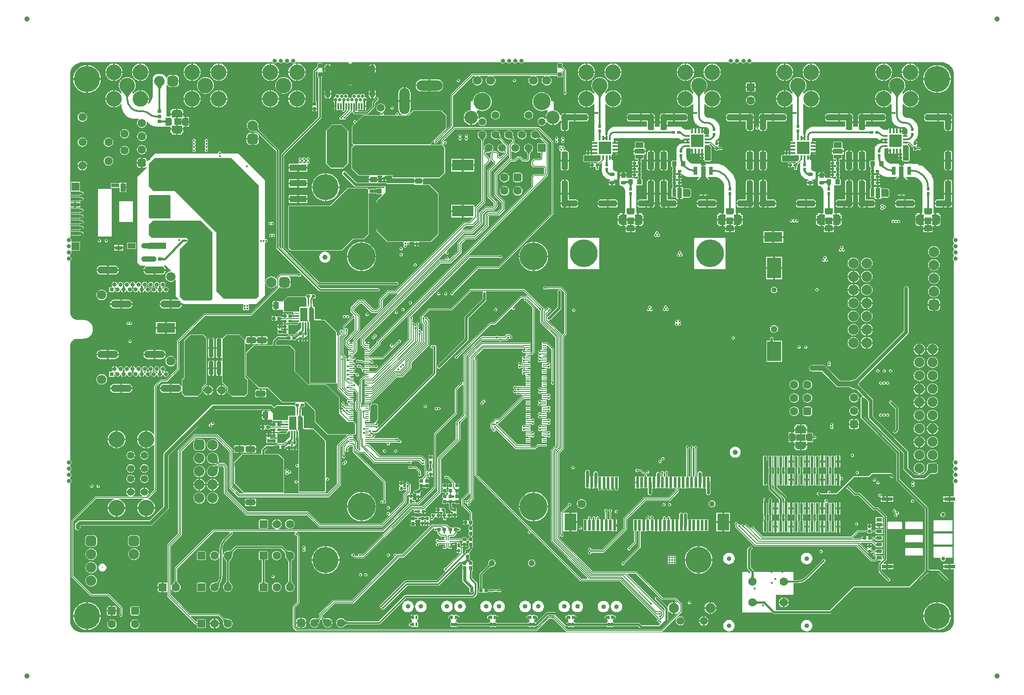
<source format=gtl>
G04*
G04 #@! TF.GenerationSoftware,Altium Limited,Altium Designer,19.1.6 (110)*
G04*
G04 Layer_Physical_Order=1*
G04 Layer_Color=255*
%FSLAX44Y44*%
%MOMM*%
G71*
G01*
G75*
%ADD10C,0.2500*%
%ADD11C,0.2000*%
%ADD12C,0.3000*%
%ADD13C,1.0000*%
%ADD16C,0.4000*%
%ADD18C,0.1500*%
G04:AMPARAMS|DCode=22|XSize=0.6mm|YSize=0.6mm|CornerRadius=0.06mm|HoleSize=0mm|Usage=FLASHONLY|Rotation=0.000|XOffset=0mm|YOffset=0mm|HoleType=Round|Shape=RoundedRectangle|*
%AMROUNDEDRECTD22*
21,1,0.6000,0.4800,0,0,0.0*
21,1,0.4800,0.6000,0,0,0.0*
1,1,0.1200,0.2400,-0.2400*
1,1,0.1200,-0.2400,-0.2400*
1,1,0.1200,-0.2400,0.2400*
1,1,0.1200,0.2400,0.2400*
%
%ADD22ROUNDEDRECTD22*%
G04:AMPARAMS|DCode=23|XSize=1.4mm|YSize=1mm|CornerRadius=0.125mm|HoleSize=0mm|Usage=FLASHONLY|Rotation=0.000|XOffset=0mm|YOffset=0mm|HoleType=Round|Shape=RoundedRectangle|*
%AMROUNDEDRECTD23*
21,1,1.4000,0.7500,0,0,0.0*
21,1,1.1500,1.0000,0,0,0.0*
1,1,0.2500,0.5750,-0.3750*
1,1,0.2500,-0.5750,-0.3750*
1,1,0.2500,-0.5750,0.3750*
1,1,0.2500,0.5750,0.3750*
%
%ADD23ROUNDEDRECTD23*%
%ADD24R,0.7000X0.2000*%
%ADD25R,0.6000X2.0000*%
%ADD26R,2.3000X3.2000*%
G04:AMPARAMS|DCode=27|XSize=0.5mm|YSize=0.6mm|CornerRadius=0.05mm|HoleSize=0mm|Usage=FLASHONLY|Rotation=0.000|XOffset=0mm|YOffset=0mm|HoleType=Round|Shape=RoundedRectangle|*
%AMROUNDEDRECTD27*
21,1,0.5000,0.5000,0,0,0.0*
21,1,0.4000,0.6000,0,0,0.0*
1,1,0.1000,0.2000,-0.2500*
1,1,0.1000,-0.2000,-0.2500*
1,1,0.1000,-0.2000,0.2500*
1,1,0.1000,0.2000,0.2500*
%
%ADD27ROUNDEDRECTD27*%
G04:AMPARAMS|DCode=28|XSize=0.5mm|YSize=0.6mm|CornerRadius=0.05mm|HoleSize=0mm|Usage=FLASHONLY|Rotation=90.000|XOffset=0mm|YOffset=0mm|HoleType=Round|Shape=RoundedRectangle|*
%AMROUNDEDRECTD28*
21,1,0.5000,0.5000,0,0,90.0*
21,1,0.4000,0.6000,0,0,90.0*
1,1,0.1000,0.2500,0.2000*
1,1,0.1000,0.2500,-0.2000*
1,1,0.1000,-0.2500,-0.2000*
1,1,0.1000,-0.2500,0.2000*
%
%ADD28ROUNDEDRECTD28*%
G04:AMPARAMS|DCode=29|XSize=0.6mm|YSize=0.6mm|CornerRadius=0.06mm|HoleSize=0mm|Usage=FLASHONLY|Rotation=270.000|XOffset=0mm|YOffset=0mm|HoleType=Round|Shape=RoundedRectangle|*
%AMROUNDEDRECTD29*
21,1,0.6000,0.4800,0,0,270.0*
21,1,0.4800,0.6000,0,0,270.0*
1,1,0.1200,-0.2400,-0.2400*
1,1,0.1200,-0.2400,0.2400*
1,1,0.1200,0.2400,0.2400*
1,1,0.1200,0.2400,-0.2400*
%
%ADD29ROUNDEDRECTD29*%
%ADD30R,0.2200X0.9100*%
%ADD31R,0.2200X0.8100*%
%ADD32R,0.8100X0.2200*%
%ADD33R,4.1500X2.1500*%
%ADD34R,2.8000X4.0000*%
%ADD35R,2.8000X3.8000*%
%ADD36R,1.5019X1.0013*%
%ADD37R,1.0000X1.5000*%
%ADD38R,1.4006X0.8004*%
%ADD39R,1.5011X0.8006*%
%ADD40R,1.5018X1.5018*%
%ADD41R,1.5009X1.5009*%
%ADD42R,1.7526X0.7011*%
%ADD43R,1.7518X0.7007*%
%ADD44R,1.7504X0.7002*%
%ADD45R,1.7525X0.7010*%
%ADD46R,1.7522X0.7009*%
%ADD47R,1.7516X0.7006*%
%ADD48R,1.7530X0.7012*%
%ADD49R,1.7504X0.7002*%
%ADD50R,2.1000X0.7000*%
%ADD51R,1.1400X0.8000*%
G04:AMPARAMS|DCode=52|XSize=0.7mm|YSize=0.4mm|CornerRadius=0.05mm|HoleSize=0mm|Usage=FLASHONLY|Rotation=90.000|XOffset=0mm|YOffset=0mm|HoleType=Round|Shape=RoundedRectangle|*
%AMROUNDEDRECTD52*
21,1,0.7000,0.3000,0,0,90.0*
21,1,0.6000,0.4000,0,0,90.0*
1,1,0.1000,0.1500,0.3000*
1,1,0.1000,0.1500,-0.3000*
1,1,0.1000,-0.1500,-0.3000*
1,1,0.1000,-0.1500,0.3000*
%
%ADD52ROUNDEDRECTD52*%
%ADD53C,1.6000*%
G04:AMPARAMS|DCode=54|XSize=0.85mm|YSize=3.55mm|CornerRadius=0.2125mm|HoleSize=0mm|Usage=FLASHONLY|Rotation=0.000|XOffset=0mm|YOffset=0mm|HoleType=Round|Shape=RoundedRectangle|*
%AMROUNDEDRECTD54*
21,1,0.8500,3.1250,0,0,0.0*
21,1,0.4250,3.5500,0,0,0.0*
1,1,0.4250,0.2125,-1.5625*
1,1,0.4250,-0.2125,-1.5625*
1,1,0.4250,-0.2125,1.5625*
1,1,0.4250,0.2125,1.5625*
%
%ADD54ROUNDEDRECTD54*%
G04:AMPARAMS|DCode=55|XSize=0.85mm|YSize=2.65mm|CornerRadius=0.2125mm|HoleSize=0mm|Usage=FLASHONLY|Rotation=0.000|XOffset=0mm|YOffset=0mm|HoleType=Round|Shape=RoundedRectangle|*
%AMROUNDEDRECTD55*
21,1,0.8500,2.2250,0,0,0.0*
21,1,0.4250,2.6500,0,0,0.0*
1,1,0.4250,0.2125,-1.1125*
1,1,0.4250,-0.2125,-1.1125*
1,1,0.4250,-0.2125,1.1125*
1,1,0.4250,0.2125,1.1125*
%
%ADD55ROUNDEDRECTD55*%
%ADD56R,3.7000X1.6000*%
%ADD57R,1.5000X0.7500*%
%ADD58R,0.6000X0.9000*%
%ADD59R,0.2000X1.0000*%
%ADD60R,0.3000X1.2000*%
G04:AMPARAMS|DCode=61|XSize=1mm|YSize=0.9mm|CornerRadius=0.1125mm|HoleSize=0mm|Usage=FLASHONLY|Rotation=270.000|XOffset=0mm|YOffset=0mm|HoleType=Round|Shape=RoundedRectangle|*
%AMROUNDEDRECTD61*
21,1,1.0000,0.6750,0,0,270.0*
21,1,0.7750,0.9000,0,0,270.0*
1,1,0.2250,-0.3375,-0.3875*
1,1,0.2250,-0.3375,0.3875*
1,1,0.2250,0.3375,0.3875*
1,1,0.2250,0.3375,-0.3875*
%
%ADD61ROUNDEDRECTD61*%
G04:AMPARAMS|DCode=62|XSize=1.8mm|YSize=1.15mm|CornerRadius=0.1438mm|HoleSize=0mm|Usage=FLASHONLY|Rotation=180.000|XOffset=0mm|YOffset=0mm|HoleType=Round|Shape=RoundedRectangle|*
%AMROUNDEDRECTD62*
21,1,1.8000,0.8625,0,0,180.0*
21,1,1.5125,1.1500,0,0,180.0*
1,1,0.2875,-0.7563,0.4313*
1,1,0.2875,0.7563,0.4313*
1,1,0.2875,0.7563,-0.4313*
1,1,0.2875,-0.7563,-0.4313*
%
%ADD62ROUNDEDRECTD62*%
G04:AMPARAMS|DCode=63|XSize=3.3mm|YSize=1.6mm|CornerRadius=0.2mm|HoleSize=0mm|Usage=FLASHONLY|Rotation=180.000|XOffset=0mm|YOffset=0mm|HoleType=Round|Shape=RoundedRectangle|*
%AMROUNDEDRECTD63*
21,1,3.3000,1.2000,0,0,180.0*
21,1,2.9000,1.6000,0,0,180.0*
1,1,0.4000,-1.4500,0.6000*
1,1,0.4000,1.4500,0.6000*
1,1,0.4000,1.4500,-0.6000*
1,1,0.4000,-1.4500,-0.6000*
%
%ADD63ROUNDEDRECTD63*%
G04:AMPARAMS|DCode=64|XSize=6.7mm|YSize=6.7mm|CornerRadius=0.8375mm|HoleSize=0mm|Usage=FLASHONLY|Rotation=180.000|XOffset=0mm|YOffset=0mm|HoleType=Round|Shape=RoundedRectangle|*
%AMROUNDEDRECTD64*
21,1,6.7000,5.0250,0,0,180.0*
21,1,5.0250,6.7000,0,0,180.0*
1,1,1.6750,-2.5125,2.5125*
1,1,1.6750,2.5125,2.5125*
1,1,1.6750,2.5125,-2.5125*
1,1,1.6750,-2.5125,-2.5125*
%
%ADD64ROUNDEDRECTD64*%
%ADD65R,0.3100X0.3000*%
%ADD66R,0.9000X2.5500*%
%ADD67R,1.4000X2.5500*%
G04:AMPARAMS|DCode=68|XSize=0.25mm|YSize=1mm|CornerRadius=0.0625mm|HoleSize=0mm|Usage=FLASHONLY|Rotation=90.000|XOffset=0mm|YOffset=0mm|HoleType=Round|Shape=RoundedRectangle|*
%AMROUNDEDRECTD68*
21,1,0.2500,0.8750,0,0,90.0*
21,1,0.1250,1.0000,0,0,90.0*
1,1,0.1250,0.4375,0.0625*
1,1,0.1250,0.4375,-0.0625*
1,1,0.1250,-0.4375,-0.0625*
1,1,0.1250,-0.4375,0.0625*
%
%ADD68ROUNDEDRECTD68*%
G04:AMPARAMS|DCode=69|XSize=0.25mm|YSize=1mm|CornerRadius=0.0625mm|HoleSize=0mm|Usage=FLASHONLY|Rotation=180.000|XOffset=0mm|YOffset=0mm|HoleType=Round|Shape=RoundedRectangle|*
%AMROUNDEDRECTD69*
21,1,0.2500,0.8750,0,0,180.0*
21,1,0.1250,1.0000,0,0,180.0*
1,1,0.1250,-0.0625,0.4375*
1,1,0.1250,0.0625,0.4375*
1,1,0.1250,0.0625,-0.4375*
1,1,0.1250,-0.0625,-0.4375*
%
%ADD69ROUNDEDRECTD69*%
%ADD70R,0.3300X0.8500*%
%ADD71R,0.8500X0.3300*%
%ADD72R,2.4000X2.4000*%
G04:AMPARAMS|DCode=73|XSize=2mm|YSize=3.4mm|CornerRadius=0mm|HoleSize=0mm|Usage=FLASHONLY|Rotation=0.000|XOffset=0mm|YOffset=0mm|HoleType=Round|Shape=Octagon|*
%AMOCTAGOND73*
4,1,8,-0.5000,1.7000,0.5000,1.7000,1.0000,1.2000,1.0000,-1.2000,0.5000,-1.7000,-0.5000,-1.7000,-1.0000,-1.2000,-1.0000,1.2000,-0.5000,1.7000,0.0*
%
%ADD73OCTAGOND73*%

%ADD74R,0.7112X1.6000*%
%ADD75R,0.9144X2.0000*%
G04:AMPARAMS|DCode=76|XSize=0.95mm|YSize=0.65mm|CornerRadius=0.1625mm|HoleSize=0mm|Usage=FLASHONLY|Rotation=180.000|XOffset=0mm|YOffset=0mm|HoleType=Round|Shape=RoundedRectangle|*
%AMROUNDEDRECTD76*
21,1,0.9500,0.3250,0,0,180.0*
21,1,0.6250,0.6500,0,0,180.0*
1,1,0.3250,-0.3125,0.1625*
1,1,0.3250,0.3125,0.1625*
1,1,0.3250,0.3125,-0.1625*
1,1,0.3250,-0.3125,-0.1625*
%
%ADD76ROUNDEDRECTD76*%
G04:AMPARAMS|DCode=77|XSize=0.95mm|YSize=1mm|CornerRadius=0.2375mm|HoleSize=0mm|Usage=FLASHONLY|Rotation=180.000|XOffset=0mm|YOffset=0mm|HoleType=Round|Shape=RoundedRectangle|*
%AMROUNDEDRECTD77*
21,1,0.9500,0.5250,0,0,180.0*
21,1,0.4750,1.0000,0,0,180.0*
1,1,0.4750,-0.2375,0.2625*
1,1,0.4750,0.2375,0.2625*
1,1,0.4750,0.2375,-0.2625*
1,1,0.4750,-0.2375,-0.2625*
%
%ADD77ROUNDEDRECTD77*%
%ADD78R,1.0000X1.5500*%
%ADD79R,1.6000X1.2000*%
%ADD80R,1.2000X1.2000*%
%ADD81R,2.1500X1.2000*%
%ADD82R,4.0000X5.0000*%
G04:AMPARAMS|DCode=83|XSize=0.8mm|YSize=0.8mm|CornerRadius=0.1mm|HoleSize=0mm|Usage=FLASHONLY|Rotation=90.000|XOffset=0mm|YOffset=0mm|HoleType=Round|Shape=RoundedRectangle|*
%AMROUNDEDRECTD83*
21,1,0.8000,0.6000,0,0,90.0*
21,1,0.6000,0.8000,0,0,90.0*
1,1,0.2000,0.3000,0.3000*
1,1,0.2000,0.3000,-0.3000*
1,1,0.2000,-0.3000,-0.3000*
1,1,0.2000,-0.3000,0.3000*
%
%ADD83ROUNDEDRECTD83*%
%ADD84R,3.3000X1.2700*%
%ADD85R,4.5000X2.3500*%
G04:AMPARAMS|DCode=86|XSize=3mm|YSize=1.2mm|CornerRadius=0.3mm|HoleSize=0mm|Usage=FLASHONLY|Rotation=90.000|XOffset=0mm|YOffset=0mm|HoleType=Round|Shape=RoundedRectangle|*
%AMROUNDEDRECTD86*
21,1,3.0000,0.6000,0,0,90.0*
21,1,2.4000,1.2000,0,0,90.0*
1,1,0.6000,0.3000,1.2000*
1,1,0.6000,0.3000,-1.2000*
1,1,0.6000,-0.3000,-1.2000*
1,1,0.6000,-0.3000,1.2000*
%
%ADD86ROUNDEDRECTD86*%
G04:AMPARAMS|DCode=87|XSize=3.5mm|YSize=1.2mm|CornerRadius=0.3mm|HoleSize=0mm|Usage=FLASHONLY|Rotation=90.000|XOffset=0mm|YOffset=0mm|HoleType=Round|Shape=RoundedRectangle|*
%AMROUNDEDRECTD87*
21,1,3.5000,0.6000,0,0,90.0*
21,1,2.9000,1.2000,0,0,90.0*
1,1,0.6000,0.3000,1.4500*
1,1,0.6000,0.3000,-1.4500*
1,1,0.6000,-0.3000,-1.4500*
1,1,0.6000,-0.3000,1.4500*
%
%ADD87ROUNDEDRECTD87*%
G04:AMPARAMS|DCode=88|XSize=3.5mm|YSize=1.2mm|CornerRadius=0.3mm|HoleSize=0mm|Usage=FLASHONLY|Rotation=0.000|XOffset=0mm|YOffset=0mm|HoleType=Round|Shape=RoundedRectangle|*
%AMROUNDEDRECTD88*
21,1,3.5000,0.6000,0,0,0.0*
21,1,2.9000,1.2000,0,0,0.0*
1,1,0.6000,1.4500,-0.3000*
1,1,0.6000,-1.4500,-0.3000*
1,1,0.6000,-1.4500,0.3000*
1,1,0.6000,1.4500,0.3000*
%
%ADD88ROUNDEDRECTD88*%
G04:AMPARAMS|DCode=89|XSize=3mm|YSize=1.2mm|CornerRadius=0.3mm|HoleSize=0mm|Usage=FLASHONLY|Rotation=0.000|XOffset=0mm|YOffset=0mm|HoleType=Round|Shape=RoundedRectangle|*
%AMROUNDEDRECTD89*
21,1,3.0000,0.6000,0,0,0.0*
21,1,2.4000,1.2000,0,0,0.0*
1,1,0.6000,1.2000,-0.3000*
1,1,0.6000,-1.2000,-0.3000*
1,1,0.6000,-1.2000,0.3000*
1,1,0.6000,1.2000,0.3000*
%
%ADD89ROUNDEDRECTD89*%
G04:AMPARAMS|DCode=90|XSize=5mm|YSize=1.2mm|CornerRadius=0.3mm|HoleSize=0mm|Usage=FLASHONLY|Rotation=270.000|XOffset=0mm|YOffset=0mm|HoleType=Round|Shape=RoundedRectangle|*
%AMROUNDEDRECTD90*
21,1,5.0000,0.6000,0,0,270.0*
21,1,4.4000,1.2000,0,0,270.0*
1,1,0.6000,-0.3000,-2.2000*
1,1,0.6000,-0.3000,2.2000*
1,1,0.6000,0.3000,2.2000*
1,1,0.6000,0.3000,-2.2000*
%
%ADD90ROUNDEDRECTD90*%
G04:AMPARAMS|DCode=91|XSize=5mm|YSize=1.2mm|CornerRadius=0.3mm|HoleSize=0mm|Usage=FLASHONLY|Rotation=0.000|XOffset=0mm|YOffset=0mm|HoleType=Round|Shape=RoundedRectangle|*
%AMROUNDEDRECTD91*
21,1,5.0000,0.6000,0,0,0.0*
21,1,4.4000,1.2000,0,0,0.0*
1,1,0.6000,2.2000,-0.3000*
1,1,0.6000,-2.2000,-0.3000*
1,1,0.6000,-2.2000,0.3000*
1,1,0.6000,2.2000,0.3000*
%
%ADD91ROUNDEDRECTD91*%
G04:AMPARAMS|DCode=92|XSize=2.5mm|YSize=2mm|CornerRadius=0.25mm|HoleSize=0mm|Usage=FLASHONLY|Rotation=90.000|XOffset=0mm|YOffset=0mm|HoleType=Round|Shape=RoundedRectangle|*
%AMROUNDEDRECTD92*
21,1,2.5000,1.5000,0,0,90.0*
21,1,2.0000,2.0000,0,0,90.0*
1,1,0.5000,0.7500,1.0000*
1,1,0.5000,0.7500,-1.0000*
1,1,0.5000,-0.7500,-1.0000*
1,1,0.5000,-0.7500,1.0000*
%
%ADD92ROUNDEDRECTD92*%
%ADD93R,3.5000X1.9000*%
G04:AMPARAMS|DCode=94|XSize=0.6mm|YSize=0.7mm|CornerRadius=0.075mm|HoleSize=0mm|Usage=FLASHONLY|Rotation=270.000|XOffset=0mm|YOffset=0mm|HoleType=Round|Shape=RoundedRectangle|*
%AMROUNDEDRECTD94*
21,1,0.6000,0.5500,0,0,270.0*
21,1,0.4500,0.7000,0,0,270.0*
1,1,0.1500,-0.2750,-0.2250*
1,1,0.1500,-0.2750,0.2250*
1,1,0.1500,0.2750,0.2250*
1,1,0.1500,0.2750,-0.2250*
%
%ADD94ROUNDEDRECTD94*%
%ADD95R,1.5500X1.0000*%
%ADD96R,1.2000X1.6000*%
%ADD97R,1.2000X1.2000*%
%ADD98R,1.2000X2.1500*%
G04:AMPARAMS|DCode=99|XSize=1.4mm|YSize=1mm|CornerRadius=0.125mm|HoleSize=0mm|Usage=FLASHONLY|Rotation=90.000|XOffset=0mm|YOffset=0mm|HoleType=Round|Shape=RoundedRectangle|*
%AMROUNDEDRECTD99*
21,1,1.4000,0.7500,0,0,90.0*
21,1,1.1500,1.0000,0,0,90.0*
1,1,0.2500,0.3750,0.5750*
1,1,0.2500,0.3750,-0.5750*
1,1,0.2500,-0.3750,-0.5750*
1,1,0.2500,-0.3750,0.5750*
%
%ADD99ROUNDEDRECTD99*%
%ADD100R,0.9000X0.6000*%
%ADD101R,0.7500X1.5000*%
%ADD102R,2.4000X2.4000*%
%ADD187C,1.1000*%
%ADD189C,1.4000*%
%ADD192C,1.5080*%
%ADD200C,0.7500*%
%ADD201C,1.3000*%
%ADD206C,1.5000*%
%ADD211C,0.9000*%
%ADD213C,1.9000*%
%ADD214C,3.1000*%
%ADD218C,1.0000*%
%ADD221C,0.3250*%
%ADD222C,0.6000*%
%ADD223C,0.7000*%
%ADD224C,0.3500*%
%ADD225C,0.5000*%
%ADD226C,0.8000*%
%ADD227C,0.3090*%
%ADD228C,2.0000*%
%ADD229C,5.3000*%
G04:AMPARAMS|DCode=230|XSize=1.524mm|YSize=1.524mm|CornerRadius=0.1905mm|HoleSize=0mm|Usage=FLASHONLY|Rotation=90.000|XOffset=0mm|YOffset=0mm|HoleType=Round|Shape=RoundedRectangle|*
%AMROUNDEDRECTD230*
21,1,1.5240,1.1430,0,0,90.0*
21,1,1.1430,1.5240,0,0,90.0*
1,1,0.3810,0.5715,0.5715*
1,1,0.3810,0.5715,-0.5715*
1,1,0.3810,-0.5715,-0.5715*
1,1,0.3810,-0.5715,0.5715*
%
%ADD230ROUNDEDRECTD230*%
%ADD231C,1.6800*%
%ADD232C,1.4080*%
%ADD233R,1.5080X1.5080*%
%ADD234C,2.5500*%
%ADD235C,3.3500*%
%ADD236C,1.5500*%
%ADD237O,2.0000X5.0000*%
%ADD238O,5.0000X2.2000*%
%ADD239O,5.0000X2.0000*%
%ADD240C,1.2000*%
%ADD241C,5.0000*%
%ADD242O,1.0000X1.6000*%
%ADD243C,0.6500*%
%ADD244C,1.9500*%
G04:AMPARAMS|DCode=245|XSize=2mm|YSize=2mm|CornerRadius=0.5mm|HoleSize=0mm|Usage=FLASHONLY|Rotation=270.000|XOffset=0mm|YOffset=0mm|HoleType=Round|Shape=RoundedRectangle|*
%AMROUNDEDRECTD245*
21,1,2.0000,1.0000,0,0,270.0*
21,1,1.0000,2.0000,0,0,270.0*
1,1,1.0000,-0.5000,-0.5000*
1,1,1.0000,-0.5000,0.5000*
1,1,1.0000,0.5000,0.5000*
1,1,1.0000,0.5000,-0.5000*
%
%ADD245ROUNDEDRECTD245*%
G04:AMPARAMS|DCode=246|XSize=1.6mm|YSize=1.6mm|CornerRadius=0.4mm|HoleSize=0mm|Usage=FLASHONLY|Rotation=90.000|XOffset=0mm|YOffset=0mm|HoleType=Round|Shape=RoundedRectangle|*
%AMROUNDEDRECTD246*
21,1,1.6000,0.8000,0,0,90.0*
21,1,0.8000,1.6000,0,0,90.0*
1,1,0.8000,0.4000,0.4000*
1,1,0.8000,0.4000,-0.4000*
1,1,0.8000,-0.4000,-0.4000*
1,1,0.8000,-0.4000,0.4000*
%
%ADD246ROUNDEDRECTD246*%
%ADD247O,4.0000X1.4000*%
%ADD248C,0.8000*%
%ADD249R,0.8000X0.8000*%
%ADD250C,1.8000*%
%ADD251C,3.0000*%
%ADD252C,0.2500*%
G04:AMPARAMS|DCode=253|XSize=1.9mm|YSize=1.9mm|CornerRadius=0.475mm|HoleSize=0mm|Usage=FLASHONLY|Rotation=90.000|XOffset=0mm|YOffset=0mm|HoleType=Round|Shape=RoundedRectangle|*
%AMROUNDEDRECTD253*
21,1,1.9000,0.9500,0,0,90.0*
21,1,0.9500,1.9000,0,0,90.0*
1,1,0.9500,0.4750,0.4750*
1,1,0.9500,0.4750,-0.4750*
1,1,0.9500,-0.4750,-0.4750*
1,1,0.9500,-0.4750,0.4750*
%
%ADD253ROUNDEDRECTD253*%
G04:AMPARAMS|DCode=254|XSize=1.6mm|YSize=1.6mm|CornerRadius=0.4mm|HoleSize=0mm|Usage=FLASHONLY|Rotation=180.000|XOffset=0mm|YOffset=0mm|HoleType=Round|Shape=RoundedRectangle|*
%AMROUNDEDRECTD254*
21,1,1.6000,0.8000,0,0,180.0*
21,1,0.8000,1.6000,0,0,180.0*
1,1,0.8000,-0.4000,0.4000*
1,1,0.8000,0.4000,0.4000*
1,1,0.8000,0.4000,-0.4000*
1,1,0.8000,-0.4000,-0.4000*
%
%ADD254ROUNDEDRECTD254*%
G04:AMPARAMS|DCode=255|XSize=1.524mm|YSize=1.524mm|CornerRadius=0.1905mm|HoleSize=0mm|Usage=FLASHONLY|Rotation=0.000|XOffset=0mm|YOffset=0mm|HoleType=Round|Shape=RoundedRectangle|*
%AMROUNDEDRECTD255*
21,1,1.5240,1.1430,0,0,0.0*
21,1,1.1430,1.5240,0,0,0.0*
1,1,0.3810,0.5715,-0.5715*
1,1,0.3810,-0.5715,-0.5715*
1,1,0.3810,-0.5715,0.5715*
1,1,0.3810,0.5715,0.5715*
%
%ADD255ROUNDEDRECTD255*%
G04:AMPARAMS|DCode=256|XSize=2mm|YSize=2mm|CornerRadius=0.5mm|HoleSize=0mm|Usage=FLASHONLY|Rotation=180.000|XOffset=0mm|YOffset=0mm|HoleType=Round|Shape=RoundedRectangle|*
%AMROUNDEDRECTD256*
21,1,2.0000,1.0000,0,0,180.0*
21,1,1.0000,2.0000,0,0,180.0*
1,1,1.0000,-0.5000,0.5000*
1,1,1.0000,0.5000,0.5000*
1,1,1.0000,0.5000,-0.5000*
1,1,1.0000,-0.5000,-0.5000*
%
%ADD256ROUNDEDRECTD256*%
%ADD257C,0.4000*%
%ADD258C,0.5000*%
G36*
X1681117Y1096083D02*
X1685183Y1094399D01*
X1688842Y1091954D01*
X1691954Y1088842D01*
X1694399Y1085183D01*
X1696083Y1081117D01*
X1696941Y1076800D01*
Y1074600D01*
X1696941Y767500D01*
Y760220D01*
X1696395Y759855D01*
X1695290Y758201D01*
X1694902Y756250D01*
X1695290Y754299D01*
X1696395Y752645D01*
X1696941Y752280D01*
Y748470D01*
X1696395Y748105D01*
X1695290Y746451D01*
X1694902Y744500D01*
X1695290Y742549D01*
X1696395Y740895D01*
X1696941Y740530D01*
X1696941Y736470D01*
X1696395Y736105D01*
X1695290Y734451D01*
X1694902Y732500D01*
X1695290Y730549D01*
X1696395Y728895D01*
X1696941Y728530D01*
Y724470D01*
X1696395Y724105D01*
X1695290Y722451D01*
X1694902Y720500D01*
X1695290Y718549D01*
X1696395Y716895D01*
X1696941Y716530D01*
Y709250D01*
X1696942Y340750D01*
X1696942Y333470D01*
X1696395Y333105D01*
X1695290Y331451D01*
X1694902Y329500D01*
X1695290Y327549D01*
X1696395Y325895D01*
X1696942Y325530D01*
X1696941Y321470D01*
X1696395Y321105D01*
X1695290Y319451D01*
X1694902Y317500D01*
X1695290Y315549D01*
X1696395Y313895D01*
X1696941Y313530D01*
X1696941Y309470D01*
X1696395Y309105D01*
X1695290Y307451D01*
X1694902Y305500D01*
X1695290Y303549D01*
X1696395Y301895D01*
X1696941Y301530D01*
X1696941Y297720D01*
X1696395Y297355D01*
X1695290Y295701D01*
X1694902Y293750D01*
X1695290Y291799D01*
X1696395Y290145D01*
X1696941Y289780D01*
X1696941Y282500D01*
Y264500D01*
X1690350D01*
Y259500D01*
Y254500D01*
X1696941D01*
Y134500D01*
X1690350D01*
Y129500D01*
Y124500D01*
X1696941D01*
Y25400D01*
Y23200D01*
X1696083Y18883D01*
X1694399Y14817D01*
X1691954Y11158D01*
X1688842Y8046D01*
X1685183Y5601D01*
X1681117Y3917D01*
X1676800Y3059D01*
X23200D01*
X18883Y3917D01*
X14817Y5601D01*
X11158Y8046D01*
X8046Y11158D01*
X5601Y14817D01*
X3917Y18883D01*
X3059Y23200D01*
Y25400D01*
X3059Y282500D01*
Y289780D01*
X3605Y290145D01*
X4710Y291799D01*
X5098Y293750D01*
X4710Y295701D01*
X3605Y297355D01*
X3059Y297720D01*
Y301530D01*
X3605Y301895D01*
X4710Y303549D01*
X5098Y305500D01*
X4710Y307451D01*
X3605Y309105D01*
X3059Y309470D01*
X3059Y313530D01*
X3605Y313895D01*
X4710Y315549D01*
X5098Y317500D01*
X4710Y319451D01*
X3605Y321105D01*
X3059Y321470D01*
Y325531D01*
X3605Y325895D01*
X4710Y327549D01*
X5098Y329500D01*
X4710Y331451D01*
X3605Y333105D01*
X3059Y333470D01*
Y340750D01*
Y553242D01*
Y554589D01*
X3584Y557233D01*
X4616Y559723D01*
X6113Y561964D01*
X8019Y563870D01*
X10260Y565367D01*
X12751Y566399D01*
X15394Y566925D01*
X28233D01*
X28308Y566940D01*
X28383Y566928D01*
X29853Y567001D01*
X30073Y567056D01*
X30300D01*
X33184Y567629D01*
X33463Y567745D01*
X33758Y567803D01*
X36475Y568929D01*
X36725Y569096D01*
X37004Y569211D01*
X39448Y570845D01*
X39661Y571058D01*
X39912Y571225D01*
X41991Y573305D01*
X42158Y573555D01*
X42372Y573768D01*
X44005Y576213D01*
X44120Y576491D01*
X44288Y576742D01*
X45413Y579459D01*
X45472Y579754D01*
X45587Y580032D01*
X46161Y582916D01*
Y583143D01*
X46216Y583363D01*
X46288Y584833D01*
X46266Y584983D01*
X46288Y585133D01*
X46216Y586604D01*
X46161Y586824D01*
Y587050D01*
X45587Y589934D01*
X45472Y590213D01*
X45413Y590508D01*
X44288Y593225D01*
X44120Y593475D01*
X44005Y593754D01*
X42372Y596199D01*
X42159Y596411D01*
X41991Y596662D01*
X39912Y598741D01*
X39662Y598909D01*
X39448Y599122D01*
X37004Y600755D01*
X36725Y600871D01*
X36475Y601038D01*
X33758Y602163D01*
X33463Y602222D01*
X33184Y602337D01*
X30300Y602911D01*
X30073D01*
X29854Y602966D01*
X28383Y603038D01*
X28308Y603027D01*
X28233Y603042D01*
X15394D01*
X12751Y603568D01*
X10260Y604599D01*
X8019Y606097D01*
X6113Y608003D01*
X4616Y610243D01*
X3584Y612734D01*
X3059Y615377D01*
Y616725D01*
X3059Y709250D01*
Y716530D01*
X3605Y716895D01*
X4710Y718549D01*
X5098Y720500D01*
X4710Y722451D01*
X3605Y724105D01*
X3059Y724470D01*
Y728530D01*
X3605Y728895D01*
X4710Y730549D01*
X5098Y732500D01*
X4710Y734451D01*
X4523Y734730D01*
X5208Y735991D01*
X21564D01*
Y753009D01*
X5375D01*
X4697Y754279D01*
X4710Y754299D01*
X5098Y756250D01*
X4710Y758201D01*
X3605Y759855D01*
X3059Y760220D01*
Y764499D01*
X20287D01*
X20304Y764499D01*
X20373Y764458D01*
X20491Y764462D01*
X20527Y764447D01*
X21557Y764499D01*
Y765076D01*
X21557D01*
Y765076D01*
X22554Y765778D01*
X22642Y765795D01*
X23827Y765904D01*
X24548Y765918D01*
X24601Y765941D01*
X25000D01*
X26170Y766174D01*
X27163Y766837D01*
X27826Y767830D01*
X28059Y769000D01*
X27826Y770171D01*
X27163Y771163D01*
X26170Y771826D01*
X25000Y772059D01*
X24601D01*
X24548Y772082D01*
X23812Y772096D01*
X23187Y772137D01*
X22658Y772202D01*
X22554Y772222D01*
X21557Y772924D01*
Y772924D01*
X21557D01*
X21557Y773501D01*
X20527Y773553D01*
X20491Y773538D01*
X20373Y773542D01*
X20304Y773501D01*
X3059D01*
Y775494D01*
X20300D01*
X20317Y775494D01*
X20386Y775453D01*
X20503Y775457D01*
X20539Y775442D01*
X21570Y775494D01*
Y776071D01*
X21570D01*
Y776071D01*
X22563Y776776D01*
X22655Y776795D01*
X23840Y776904D01*
X24560Y776918D01*
X24614Y776941D01*
X25000D01*
X26171Y777174D01*
X27163Y777837D01*
X27826Y778829D01*
X28059Y780000D01*
X27826Y781171D01*
X27163Y782163D01*
X26171Y782826D01*
X25000Y783059D01*
X24614D01*
X24560Y783082D01*
X23825Y783096D01*
X23201Y783137D01*
X22671Y783202D01*
X22563Y783224D01*
X21570Y783929D01*
Y783929D01*
X21570D01*
X21570Y784506D01*
X20539Y784558D01*
X20503Y784543D01*
X20386Y784547D01*
X20317Y784506D01*
X3059D01*
Y786497D01*
X20293D01*
X20310Y786497D01*
X20379Y786456D01*
X20496Y786460D01*
X20533Y786445D01*
X21563Y786497D01*
Y787074D01*
X21563D01*
Y787074D01*
X22558Y787777D01*
X22648Y787795D01*
X23833Y787904D01*
X24553Y787918D01*
X24607Y787941D01*
X25000D01*
X26170Y788174D01*
X27163Y788837D01*
X27826Y789829D01*
X28059Y791000D01*
X27826Y792171D01*
X27163Y793163D01*
X26170Y793826D01*
X25000Y794059D01*
X24607D01*
X24553Y794082D01*
X23818Y794097D01*
X23194Y794137D01*
X22664Y794202D01*
X22558Y794223D01*
X21563Y794926D01*
Y794927D01*
X21563D01*
X21563Y795503D01*
X20533Y795555D01*
X20496Y795540D01*
X20379Y795544D01*
X20310Y795503D01*
X3059D01*
Y797496D01*
X20296D01*
X20313Y797496D01*
X20382Y797455D01*
X20499Y797459D01*
X20535Y797444D01*
X21566Y797496D01*
Y798072D01*
X21566D01*
Y798073D01*
X22560Y798777D01*
X22651Y798795D01*
X23835Y798904D01*
X24556Y798918D01*
X24610Y798941D01*
X25000D01*
X26170Y799174D01*
X27163Y799837D01*
X27826Y800829D01*
X28059Y802000D01*
X27826Y803171D01*
X27163Y804163D01*
X26170Y804826D01*
X25000Y805059D01*
X24610D01*
X24556Y805082D01*
X23821Y805097D01*
X23196Y805137D01*
X22667Y805202D01*
X22560Y805223D01*
X21566Y805927D01*
Y805928D01*
X21566D01*
X21566Y806504D01*
X20535Y806556D01*
X20499Y806541D01*
X20382Y806545D01*
X20313Y806504D01*
X3059D01*
Y808495D01*
X20297D01*
X20314Y808495D01*
X20384Y808454D01*
X20501Y808458D01*
X20537Y808443D01*
X21567Y808495D01*
Y809072D01*
X21567D01*
Y809072D01*
X22561Y809777D01*
X22652Y809795D01*
X23837Y809904D01*
X24558Y809918D01*
X24611Y809941D01*
X25000D01*
X26170Y810174D01*
X27163Y810837D01*
X27826Y811830D01*
X28059Y813000D01*
X27826Y814171D01*
X27163Y815163D01*
X26170Y815826D01*
X25000Y816059D01*
X24611D01*
X24558Y816082D01*
X23822Y816096D01*
X23198Y816137D01*
X22668Y816202D01*
X22561Y816224D01*
X21567Y816928D01*
Y816928D01*
X21567D01*
X21567Y817505D01*
X20537Y817557D01*
X20501Y817542D01*
X20384Y817546D01*
X20314Y817505D01*
X3059D01*
Y818999D01*
X10305D01*
Y824000D01*
Y829001D01*
X3059D01*
Y830497D01*
X20294D01*
X20311Y830496D01*
X20380Y830455D01*
X20497Y830459D01*
X20533Y830444D01*
X21564Y830496D01*
Y831073D01*
X21564D01*
Y831073D01*
X22559Y831777D01*
X22649Y831795D01*
X23834Y831904D01*
X24554Y831918D01*
X24608Y831941D01*
X25000D01*
X26170Y832174D01*
X27163Y832837D01*
X27826Y833829D01*
X28059Y835000D01*
X27826Y836171D01*
X27163Y837163D01*
X26170Y837826D01*
X25000Y838059D01*
X24608D01*
X24554Y838082D01*
X23819Y838096D01*
X23194Y838137D01*
X22665Y838202D01*
X22559Y838223D01*
X21564Y838927D01*
Y838927D01*
X21564D01*
X21564Y839504D01*
X20533Y839556D01*
X20497Y839541D01*
X20380Y839545D01*
X20311Y839504D01*
X3059D01*
Y841495D01*
X20298D01*
X20315Y841495D01*
X20385Y841454D01*
X20502Y841458D01*
X20538Y841443D01*
X21568Y841495D01*
Y842071D01*
X21568D01*
Y842072D01*
X22562Y842776D01*
X22653Y842795D01*
X23838Y842904D01*
X24559Y842918D01*
X24612Y842941D01*
X25000D01*
X26170Y843174D01*
X27163Y843837D01*
X27826Y844829D01*
X28059Y846000D01*
X27826Y847170D01*
X27163Y848163D01*
X26170Y848826D01*
X25000Y849059D01*
X24612D01*
X24559Y849082D01*
X23823Y849097D01*
X23199Y849137D01*
X22669Y849202D01*
X22240Y849287D01*
X21918Y849385D01*
X21710Y849478D01*
X21622Y849539D01*
X21609Y849628D01*
X21568Y849697D01*
Y850505D01*
X21560D01*
Y867505D01*
X4550D01*
Y850505D01*
X3059D01*
Y1074600D01*
X3059Y1076801D01*
X3917Y1081117D01*
X5601Y1085182D01*
X8046Y1088842D01*
X11158Y1091954D01*
X14818Y1094399D01*
X18883Y1096083D01*
X23200Y1096941D01*
X390780D01*
X391146Y1096395D01*
X392799Y1095290D01*
X394750Y1094902D01*
X396701Y1095290D01*
X398355Y1096395D01*
X398720Y1096941D01*
X402531D01*
X402896Y1096395D01*
X404549Y1095290D01*
X406500Y1094902D01*
X408451Y1095290D01*
X410105Y1096395D01*
X410470Y1096941D01*
X414531D01*
X414896Y1096395D01*
X416549Y1095290D01*
X418500Y1094902D01*
X420451Y1095290D01*
X422105Y1096395D01*
X422470Y1096941D01*
X426531D01*
X426896Y1096395D01*
X428549Y1095290D01*
X430500Y1094902D01*
X432451Y1095290D01*
X434105Y1096395D01*
X434470Y1096941D01*
X535766D01*
X536750Y1096250D01*
X536750Y1095671D01*
Y1091250D01*
X539250D01*
X541750D01*
Y1095671D01*
X541750Y1096250D01*
X542734Y1096941D01*
X828155D01*
X828520Y1096395D01*
X830174Y1095290D01*
X832125Y1094902D01*
X834076Y1095290D01*
X835730Y1096395D01*
X836095Y1096941D01*
X839905D01*
X840270Y1096395D01*
X841924Y1095290D01*
X843875Y1094902D01*
X845826Y1095290D01*
X847480Y1096395D01*
X847845Y1096941D01*
X851905D01*
X852270Y1096395D01*
X853924Y1095290D01*
X855875Y1094902D01*
X857826Y1095290D01*
X859480Y1096395D01*
X859845Y1096941D01*
X863905D01*
X864270Y1096395D01*
X865924Y1095290D01*
X867875Y1094902D01*
X869826Y1095290D01*
X871480Y1096395D01*
X871845Y1096941D01*
X1265530D01*
X1265895Y1096395D01*
X1267549Y1095290D01*
X1269500Y1094902D01*
X1271451Y1095290D01*
X1273105Y1096395D01*
X1273470Y1096941D01*
X1277530D01*
X1277895Y1096395D01*
X1279549Y1095290D01*
X1281500Y1094902D01*
X1283451Y1095290D01*
X1285105Y1096395D01*
X1285470Y1096941D01*
X1289530D01*
X1289895Y1096395D01*
X1291549Y1095290D01*
X1293500Y1094902D01*
X1295451Y1095290D01*
X1297105Y1096395D01*
X1297470Y1096941D01*
X1301280D01*
X1301645Y1096395D01*
X1303299Y1095290D01*
X1305250Y1094902D01*
X1307201Y1095290D01*
X1308855Y1096395D01*
X1309220Y1096941D01*
X1676801D01*
X1681117Y1096083D01*
D02*
G37*
G36*
X20578Y849195D02*
X20698Y848944D01*
X20898Y848723D01*
X21178Y848531D01*
X21538Y848369D01*
X21978Y848236D01*
X22498Y848133D01*
X23098Y848059D01*
X23778Y848015D01*
X24538Y848000D01*
Y844000D01*
X23778Y843985D01*
X22498Y843867D01*
X21978Y843764D01*
X21538Y843631D01*
X21178Y843469D01*
X20898Y843277D01*
X20698Y843056D01*
X20578Y842805D01*
X20538Y842525D01*
Y849475D01*
X20578Y849195D01*
D02*
G37*
G36*
X20573Y838193D02*
X20693Y837943D01*
X20893Y837722D01*
X21173Y837530D01*
X21533Y837368D01*
X21973Y837236D01*
X22493Y837133D01*
X23093Y837059D01*
X23773Y837015D01*
X24533Y837000D01*
Y833000D01*
X23773Y832985D01*
X22493Y832867D01*
X21973Y832764D01*
X21533Y832632D01*
X21173Y832470D01*
X20893Y832278D01*
X20693Y832057D01*
X20573Y831807D01*
X20533Y831527D01*
Y838473D01*
X20573Y838193D01*
D02*
G37*
G36*
X20577Y816194D02*
X20697Y815944D01*
X20897Y815723D01*
X21177Y815531D01*
X21537Y815369D01*
X21977Y815236D01*
X22497Y815133D01*
X23097Y815059D01*
X23777Y815015D01*
X24537Y815000D01*
Y811000D01*
X23777Y810985D01*
X22497Y810867D01*
X21977Y810764D01*
X21537Y810631D01*
X21177Y810469D01*
X20897Y810278D01*
X20697Y810056D01*
X20577Y809806D01*
X20537Y809526D01*
Y816474D01*
X20577Y816194D01*
D02*
G37*
G36*
X20575Y805194D02*
X20695Y804943D01*
X20895Y804722D01*
X21175Y804531D01*
X21535Y804369D01*
X21975Y804236D01*
X22495Y804133D01*
X23095Y804059D01*
X23775Y804015D01*
X24535Y804000D01*
Y800000D01*
X23775Y799985D01*
X22495Y799867D01*
X21975Y799764D01*
X21535Y799632D01*
X21175Y799469D01*
X20895Y799278D01*
X20695Y799057D01*
X20575Y798806D01*
X20535Y798526D01*
Y805474D01*
X20575Y805194D01*
D02*
G37*
G36*
X20573Y794193D02*
X20693Y793943D01*
X20893Y793722D01*
X21172Y793530D01*
X21532Y793368D01*
X21972Y793236D01*
X22492Y793133D01*
X23093Y793059D01*
X23772Y793015D01*
X24532Y793000D01*
Y789000D01*
X23772Y788985D01*
X22492Y788867D01*
X21972Y788764D01*
X21532Y788632D01*
X21172Y788470D01*
X20893Y788278D01*
X20693Y788057D01*
X20573Y787807D01*
X20533Y787527D01*
Y794473D01*
X20573Y794193D01*
D02*
G37*
G36*
X20579Y783195D02*
X20699Y782944D01*
X20899Y782723D01*
X21179Y782531D01*
X21539Y782369D01*
X21979Y782236D01*
X22499Y782133D01*
X23099Y782059D01*
X23779Y782015D01*
X24539Y782000D01*
Y778000D01*
X23779Y777985D01*
X22499Y777867D01*
X21979Y777764D01*
X21539Y777631D01*
X21179Y777469D01*
X20899Y777277D01*
X20699Y777056D01*
X20579Y776805D01*
X20539Y776525D01*
Y783475D01*
X20579Y783195D01*
D02*
G37*
G36*
X20567Y772191D02*
X20687Y771941D01*
X20887Y771721D01*
X21167Y771529D01*
X21527Y771368D01*
X21967Y771235D01*
X22487Y771132D01*
X23087Y771059D01*
X23767Y771015D01*
X24527Y771000D01*
Y767000D01*
X23767Y766985D01*
X22487Y766868D01*
X21967Y766765D01*
X21527Y766632D01*
X21167Y766471D01*
X20887Y766280D01*
X20687Y766059D01*
X20567Y765809D01*
X20527Y765530D01*
Y772470D01*
X20567Y772191D01*
D02*
G37*
%LPC*%
G36*
X498050Y1093609D02*
Y1085750D01*
X499056D01*
Y1091591D01*
X499726Y1091146D01*
X500514Y1090748D01*
X501421Y1090397D01*
X502402Y1090106D01*
X502228Y1090528D01*
X501186Y1091886D01*
X499828Y1092928D01*
X498247Y1093583D01*
X498050Y1093609D01*
D02*
G37*
G36*
X537750Y1088250D02*
X536750D01*
Y1087583D01*
X537750Y1088250D01*
D02*
G37*
G36*
X541750D02*
X540750D01*
X541750Y1087583D01*
Y1088250D01*
D02*
G37*
G36*
X583450Y1093609D02*
Y1085750D01*
X588506D01*
Y1087250D01*
X588283Y1088947D01*
X587628Y1090528D01*
X586586Y1091886D01*
X585228Y1092928D01*
X583647Y1093583D01*
X583450Y1093609D01*
D02*
G37*
G36*
X580450Y1093609D02*
X580253Y1093583D01*
X578672Y1092928D01*
X577314Y1091886D01*
X576272Y1090528D01*
X576097Y1090106D01*
X577079Y1090397D01*
X577986Y1090748D01*
X578774Y1091146D01*
X579444Y1091591D01*
Y1085750D01*
X580450D01*
Y1093609D01*
D02*
G37*
G36*
X495050Y1093609D02*
X494853Y1093583D01*
X493272Y1092928D01*
X491914Y1091886D01*
X490872Y1090528D01*
X490217Y1088947D01*
X489994Y1087250D01*
Y1085750D01*
X495050D01*
Y1093609D01*
D02*
G37*
G36*
X1425000Y1094682D02*
Y1079750D01*
X1439932D01*
X1439762Y1081485D01*
X1438818Y1084595D01*
X1437286Y1087461D01*
X1435224Y1089974D01*
X1432711Y1092036D01*
X1429845Y1093568D01*
X1426735Y1094511D01*
X1425000Y1094682D01*
D02*
G37*
G36*
X1422000Y1094682D02*
X1420266Y1094511D01*
X1417155Y1093568D01*
X1414289Y1092036D01*
X1411776Y1089974D01*
X1409715Y1087461D01*
X1408183Y1084595D01*
X1407239Y1081485D01*
X1407068Y1079750D01*
X1422000D01*
Y1094682D01*
D02*
G37*
G36*
X1184000D02*
Y1079750D01*
X1198932D01*
X1198762Y1081485D01*
X1197818Y1084595D01*
X1196286Y1087461D01*
X1194224Y1089974D01*
X1191712Y1092036D01*
X1188845Y1093568D01*
X1185735Y1094511D01*
X1184000Y1094682D01*
D02*
G37*
G36*
X1181000D02*
X1179266Y1094511D01*
X1176155Y1093568D01*
X1173289Y1092036D01*
X1170777Y1089974D01*
X1168715Y1087461D01*
X1167182Y1084595D01*
X1166239Y1081485D01*
X1166068Y1079750D01*
X1181000D01*
Y1094682D01*
D02*
G37*
G36*
X1235000D02*
Y1079750D01*
X1249932D01*
X1249762Y1081485D01*
X1248818Y1084595D01*
X1247286Y1087461D01*
X1245224Y1089974D01*
X1242711Y1092036D01*
X1239845Y1093568D01*
X1236735Y1094511D01*
X1235000Y1094682D01*
D02*
G37*
G36*
X1232000D02*
X1230266Y1094511D01*
X1227155Y1093568D01*
X1224289Y1092036D01*
X1221777Y1089974D01*
X1219715Y1087461D01*
X1218183Y1084595D01*
X1217239Y1081485D01*
X1217068Y1079750D01*
X1232000D01*
Y1094682D01*
D02*
G37*
G36*
X88000D02*
Y1079750D01*
X102932D01*
X102761Y1081485D01*
X101818Y1084595D01*
X100286Y1087461D01*
X98224Y1089974D01*
X95711Y1092036D01*
X92845Y1093568D01*
X89734Y1094511D01*
X88000Y1094682D01*
D02*
G37*
G36*
X85000D02*
X83265Y1094511D01*
X80155Y1093568D01*
X77289Y1092036D01*
X74776Y1089974D01*
X72714Y1087461D01*
X71182Y1084595D01*
X70239Y1081485D01*
X70068Y1079750D01*
X85000D01*
Y1094682D01*
D02*
G37*
G36*
X238000Y1094682D02*
Y1079750D01*
X252932D01*
X252761Y1081485D01*
X251818Y1084595D01*
X250285Y1087461D01*
X248224Y1089974D01*
X245711Y1092036D01*
X242845Y1093568D01*
X239734Y1094511D01*
X238000Y1094682D01*
D02*
G37*
G36*
X139000Y1094682D02*
Y1079750D01*
X153932D01*
X153761Y1081485D01*
X152818Y1084595D01*
X151285Y1087461D01*
X149223Y1089974D01*
X146711Y1092036D01*
X143845Y1093568D01*
X140734Y1094511D01*
X139000Y1094682D01*
D02*
G37*
G36*
X1564000D02*
Y1079750D01*
X1578932D01*
X1578761Y1081485D01*
X1577818Y1084595D01*
X1576286Y1087461D01*
X1574224Y1089974D01*
X1571711Y1092036D01*
X1568845Y1093568D01*
X1565735Y1094511D01*
X1564000Y1094682D01*
D02*
G37*
G36*
X136000D02*
X134265Y1094511D01*
X131155Y1093568D01*
X128289Y1092036D01*
X125776Y1089974D01*
X123714Y1087461D01*
X122182Y1084595D01*
X121239Y1081485D01*
X121068Y1079750D01*
X136000D01*
Y1094682D01*
D02*
G37*
G36*
X235000Y1094682D02*
X233265Y1094511D01*
X230155Y1093568D01*
X227289Y1092036D01*
X224776Y1089974D01*
X222714Y1087461D01*
X221182Y1084595D01*
X220239Y1081485D01*
X220068Y1079750D01*
X235000D01*
Y1094682D01*
D02*
G37*
G36*
X1561000Y1094682D02*
X1559266Y1094511D01*
X1556155Y1093568D01*
X1553289Y1092036D01*
X1550777Y1089974D01*
X1548715Y1087461D01*
X1547182Y1084595D01*
X1546239Y1081485D01*
X1546068Y1079750D01*
X1561000D01*
Y1094682D01*
D02*
G37*
G36*
X388000Y1094682D02*
Y1079750D01*
X402932D01*
X402761Y1081485D01*
X401818Y1084595D01*
X400285Y1087461D01*
X398224Y1089974D01*
X395711Y1092036D01*
X392845Y1093568D01*
X389734Y1094511D01*
X388000Y1094682D01*
D02*
G37*
G36*
X289000Y1094682D02*
Y1079750D01*
X303932D01*
X303761Y1081485D01*
X302818Y1084595D01*
X301285Y1087461D01*
X299224Y1089974D01*
X296711Y1092036D01*
X293845Y1093568D01*
X290734Y1094511D01*
X289000Y1094682D01*
D02*
G37*
G36*
X1615000Y1094682D02*
Y1079750D01*
X1629932D01*
X1629761Y1081485D01*
X1628818Y1084595D01*
X1627286Y1087461D01*
X1625224Y1089974D01*
X1622711Y1092036D01*
X1619845Y1093568D01*
X1616735Y1094511D01*
X1615000Y1094682D01*
D02*
G37*
G36*
X286000Y1094682D02*
X284265Y1094511D01*
X281155Y1093568D01*
X278289Y1092036D01*
X275776Y1089974D01*
X273714Y1087461D01*
X272182Y1084595D01*
X271239Y1081485D01*
X271068Y1079750D01*
X286000D01*
Y1094682D01*
D02*
G37*
G36*
X385000Y1094682D02*
X383265Y1094511D01*
X380155Y1093568D01*
X377289Y1092036D01*
X374776Y1089974D01*
X372714Y1087461D01*
X371182Y1084595D01*
X370239Y1081485D01*
X370068Y1079750D01*
X385000D01*
Y1094682D01*
D02*
G37*
G36*
X1612000Y1094682D02*
X1610266Y1094511D01*
X1607155Y1093568D01*
X1604289Y1092036D01*
X1601776Y1089974D01*
X1599715Y1087461D01*
X1598182Y1084595D01*
X1597239Y1081485D01*
X1597068Y1079750D01*
X1612000D01*
Y1094682D01*
D02*
G37*
G36*
X439000Y1094682D02*
Y1079750D01*
X453932D01*
X453761Y1081485D01*
X452818Y1084595D01*
X451286Y1087461D01*
X449224Y1089974D01*
X446711Y1092036D01*
X443845Y1093568D01*
X440734Y1094511D01*
X439000Y1094682D01*
D02*
G37*
G36*
X994000Y1094682D02*
Y1079750D01*
X1008932D01*
X1008762Y1081485D01*
X1007818Y1084595D01*
X1006286Y1087461D01*
X1004224Y1089974D01*
X1001712Y1092036D01*
X998845Y1093568D01*
X995735Y1094511D01*
X994000Y1094682D01*
D02*
G37*
G36*
X436000Y1094682D02*
X434265Y1094511D01*
X431155Y1093568D01*
X428289Y1092036D01*
X425776Y1089974D01*
X423714Y1087461D01*
X422182Y1084595D01*
X421239Y1081485D01*
X421068Y1079750D01*
X436000D01*
Y1094682D01*
D02*
G37*
G36*
X991000Y1094682D02*
X989266Y1094511D01*
X986155Y1093568D01*
X983289Y1092036D01*
X980777Y1089974D01*
X978715Y1087461D01*
X977182Y1084595D01*
X976239Y1081485D01*
X976068Y1079750D01*
X991000D01*
Y1094682D01*
D02*
G37*
G36*
X1045000Y1094682D02*
Y1079750D01*
X1059932D01*
X1059762Y1081485D01*
X1058818Y1084595D01*
X1057286Y1087461D01*
X1055224Y1089974D01*
X1052711Y1092036D01*
X1049845Y1093568D01*
X1046735Y1094511D01*
X1045000Y1094682D01*
D02*
G37*
G36*
X1042000Y1094682D02*
X1040266Y1094511D01*
X1037155Y1093568D01*
X1034289Y1092036D01*
X1031777Y1089974D01*
X1029715Y1087461D01*
X1028183Y1084595D01*
X1027239Y1081485D01*
X1027068Y1079750D01*
X1042000D01*
Y1094682D01*
D02*
G37*
G36*
X1374000Y1094682D02*
Y1079750D01*
X1388932D01*
X1388761Y1081485D01*
X1387818Y1084595D01*
X1386286Y1087461D01*
X1384224Y1089974D01*
X1381711Y1092036D01*
X1378845Y1093568D01*
X1375735Y1094511D01*
X1374000Y1094682D01*
D02*
G37*
G36*
X1371000Y1094682D02*
X1369266Y1094511D01*
X1366155Y1093568D01*
X1363289Y1092036D01*
X1360777Y1089974D01*
X1358715Y1087461D01*
X1357182Y1084595D01*
X1356239Y1081485D01*
X1356068Y1079750D01*
X1371000D01*
Y1094682D01*
D02*
G37*
G36*
X580450Y1082750D02*
X579444D01*
Y1076909D01*
X578774Y1077354D01*
X577986Y1077752D01*
X577079Y1078103D01*
X576097Y1078394D01*
X576272Y1077972D01*
X577314Y1076614D01*
X578672Y1075572D01*
X580253Y1074917D01*
X580450Y1074891D01*
Y1082750D01*
D02*
G37*
G36*
X588506D02*
X583450D01*
Y1074891D01*
X583647Y1074917D01*
X585228Y1075572D01*
X586586Y1076614D01*
X587628Y1077972D01*
X588283Y1079553D01*
X588506Y1081250D01*
Y1082750D01*
D02*
G37*
G36*
X495050D02*
X489994D01*
Y1081250D01*
X490217Y1079553D01*
X490872Y1077972D01*
X491914Y1076614D01*
X493272Y1075572D01*
X494853Y1074917D01*
X495050Y1074891D01*
Y1082750D01*
D02*
G37*
G36*
X499056D02*
X498050D01*
Y1074891D01*
X498247Y1074917D01*
X499828Y1075572D01*
X501186Y1076614D01*
X502228Y1077972D01*
X502402Y1078394D01*
X501421Y1078103D01*
X500514Y1077752D01*
X499726Y1077354D01*
X499056Y1076909D01*
Y1082750D01*
D02*
G37*
G36*
X36500Y1091464D02*
Y1066500D01*
X61464D01*
X61255Y1069158D01*
X60281Y1073214D01*
X58685Y1077068D01*
X56505Y1080624D01*
X53796Y1083796D01*
X50624Y1086505D01*
X47068Y1088685D01*
X43214Y1090281D01*
X39158Y1091255D01*
X36500Y1091464D01*
D02*
G37*
G36*
X1666500Y1091464D02*
Y1066500D01*
X1691464D01*
X1691255Y1069158D01*
X1690281Y1073214D01*
X1688685Y1077068D01*
X1686505Y1080624D01*
X1683796Y1083796D01*
X1680625Y1086505D01*
X1677068Y1088685D01*
X1673214Y1090281D01*
X1669158Y1091255D01*
X1666500Y1091464D01*
D02*
G37*
G36*
X1663500Y1091464D02*
X1660842Y1091255D01*
X1656786Y1090281D01*
X1652932Y1088685D01*
X1649375Y1086505D01*
X1646204Y1083796D01*
X1643495Y1080624D01*
X1641315Y1077068D01*
X1639719Y1073214D01*
X1638745Y1069158D01*
X1638536Y1066500D01*
X1663500D01*
Y1091464D01*
D02*
G37*
G36*
X33500D02*
X30842Y1091255D01*
X26786Y1090281D01*
X22932Y1088685D01*
X19375Y1086505D01*
X16204Y1083796D01*
X13495Y1080624D01*
X11315Y1077068D01*
X9719Y1073214D01*
X8745Y1069158D01*
X8536Y1066500D01*
X33500D01*
Y1091464D01*
D02*
G37*
G36*
X204464Y1072806D02*
X200964D01*
Y1062750D01*
X211020D01*
Y1066250D01*
X210797Y1067947D01*
X210142Y1069528D01*
X209100Y1070886D01*
X207742Y1071928D01*
X206161Y1072583D01*
X204464Y1072806D01*
D02*
G37*
G36*
X1371000Y1076750D02*
X1356068D01*
X1356239Y1075015D01*
X1357182Y1071905D01*
X1358715Y1069039D01*
X1360777Y1066526D01*
X1363289Y1064464D01*
X1366155Y1062932D01*
X1369266Y1061989D01*
X1371000Y1061818D01*
Y1076750D01*
D02*
G37*
G36*
X1439932Y1076750D02*
X1425000D01*
Y1061818D01*
X1426735Y1061989D01*
X1429845Y1062932D01*
X1432711Y1064464D01*
X1435224Y1066526D01*
X1437286Y1069039D01*
X1438818Y1071905D01*
X1439762Y1075015D01*
X1439932Y1076750D01*
D02*
G37*
G36*
X1042000Y1076750D02*
X1027068D01*
X1027239Y1075015D01*
X1028183Y1071905D01*
X1029715Y1069039D01*
X1031777Y1066526D01*
X1034289Y1064464D01*
X1037155Y1062932D01*
X1040266Y1061989D01*
X1042000Y1061818D01*
Y1076750D01*
D02*
G37*
G36*
X1612000Y1076750D02*
X1597068D01*
X1597239Y1075015D01*
X1598182Y1071905D01*
X1599715Y1069039D01*
X1601776Y1066526D01*
X1604289Y1064464D01*
X1607155Y1062932D01*
X1610266Y1061989D01*
X1612000Y1061818D01*
Y1076750D01*
D02*
G37*
G36*
X1198932Y1076750D02*
X1184000D01*
Y1061818D01*
X1185735Y1061989D01*
X1188845Y1062932D01*
X1191712Y1064464D01*
X1194224Y1066526D01*
X1196286Y1069039D01*
X1197818Y1071905D01*
X1198762Y1075015D01*
X1198932Y1076750D01*
D02*
G37*
G36*
X1561000Y1076750D02*
X1546068D01*
X1546239Y1075015D01*
X1547182Y1071905D01*
X1548715Y1069039D01*
X1550777Y1066526D01*
X1553289Y1064464D01*
X1556155Y1062932D01*
X1559266Y1061989D01*
X1561000Y1061818D01*
Y1076750D01*
D02*
G37*
G36*
X136000D02*
X121068D01*
X121239Y1075015D01*
X122182Y1071905D01*
X123714Y1069039D01*
X125776Y1066526D01*
X128289Y1064464D01*
X131155Y1062932D01*
X134265Y1061989D01*
X136000Y1061818D01*
Y1076750D01*
D02*
G37*
G36*
X1249932Y1076750D02*
X1235000D01*
Y1061818D01*
X1236735Y1061989D01*
X1239845Y1062932D01*
X1242711Y1064464D01*
X1245224Y1066526D01*
X1247286Y1069039D01*
X1248818Y1071905D01*
X1249762Y1075015D01*
X1249932Y1076750D01*
D02*
G37*
G36*
X85000Y1076750D02*
X70068D01*
X70239Y1075015D01*
X71182Y1071905D01*
X72714Y1069039D01*
X74776Y1066526D01*
X77289Y1064464D01*
X80155Y1062932D01*
X83265Y1061989D01*
X85000Y1061818D01*
Y1076750D01*
D02*
G37*
G36*
X102932D02*
X88000D01*
Y1061818D01*
X89734Y1061989D01*
X92845Y1062932D01*
X95711Y1064464D01*
X98224Y1066526D01*
X100286Y1069039D01*
X101818Y1071905D01*
X102761Y1075015D01*
X102932Y1076750D01*
D02*
G37*
G36*
X1232000Y1076750D02*
X1217068D01*
X1217239Y1075015D01*
X1218183Y1071905D01*
X1219715Y1069039D01*
X1221777Y1066526D01*
X1224289Y1064464D01*
X1227155Y1062932D01*
X1230266Y1061989D01*
X1232000Y1061818D01*
Y1076750D01*
D02*
G37*
G36*
X1578932Y1076750D02*
X1564000D01*
Y1061818D01*
X1565735Y1061989D01*
X1568845Y1062932D01*
X1571711Y1064464D01*
X1574224Y1066526D01*
X1576286Y1069039D01*
X1577818Y1071905D01*
X1578761Y1075015D01*
X1578932Y1076750D01*
D02*
G37*
G36*
X153932D02*
X139000D01*
Y1061818D01*
X140734Y1061989D01*
X143845Y1062932D01*
X146711Y1064464D01*
X149223Y1066526D01*
X151285Y1069039D01*
X152818Y1071905D01*
X153761Y1075015D01*
X153932Y1076750D01*
D02*
G37*
G36*
X1181000Y1076750D02*
X1166068D01*
X1166239Y1075015D01*
X1167182Y1071905D01*
X1168715Y1069039D01*
X1170777Y1066526D01*
X1173289Y1064464D01*
X1176155Y1062932D01*
X1179266Y1061989D01*
X1181000Y1061818D01*
Y1076750D01*
D02*
G37*
G36*
X1629932Y1076750D02*
X1615000D01*
Y1061818D01*
X1616735Y1061989D01*
X1619845Y1062932D01*
X1622711Y1064464D01*
X1625224Y1066526D01*
X1627286Y1069039D01*
X1628818Y1071905D01*
X1629761Y1075015D01*
X1629932Y1076750D01*
D02*
G37*
G36*
X1059932Y1076750D02*
X1045000D01*
Y1061818D01*
X1046735Y1061989D01*
X1049845Y1062932D01*
X1052711Y1064464D01*
X1055224Y1066526D01*
X1057286Y1069039D01*
X1058818Y1071905D01*
X1059762Y1075015D01*
X1059932Y1076750D01*
D02*
G37*
G36*
X991000Y1076750D02*
X976068D01*
X976239Y1075015D01*
X977182Y1071905D01*
X978715Y1069039D01*
X980777Y1066526D01*
X983289Y1064464D01*
X986155Y1062932D01*
X989266Y1061989D01*
X991000Y1061818D01*
Y1076750D01*
D02*
G37*
G36*
X1422000Y1076750D02*
X1407068D01*
X1407239Y1075015D01*
X1408183Y1071905D01*
X1409715Y1069039D01*
X1411776Y1066526D01*
X1414289Y1064464D01*
X1417155Y1062932D01*
X1420266Y1061989D01*
X1422000Y1061818D01*
Y1076750D01*
D02*
G37*
G36*
X286000Y1076750D02*
X271068D01*
X271239Y1075015D01*
X272182Y1071905D01*
X273714Y1069039D01*
X275776Y1066526D01*
X278289Y1064464D01*
X281155Y1062932D01*
X284265Y1061989D01*
X286000Y1061818D01*
Y1076750D01*
D02*
G37*
G36*
X235000Y1076750D02*
X220068D01*
X220239Y1075015D01*
X221182Y1071905D01*
X222714Y1069039D01*
X224776Y1066526D01*
X227289Y1064464D01*
X230155Y1062932D01*
X233265Y1061989D01*
X235000Y1061818D01*
Y1076750D01*
D02*
G37*
G36*
X1388932Y1076750D02*
X1374000D01*
Y1061818D01*
X1375735Y1061989D01*
X1378845Y1062932D01*
X1381711Y1064464D01*
X1384224Y1066526D01*
X1386286Y1069039D01*
X1387818Y1071905D01*
X1388761Y1075015D01*
X1388932Y1076750D01*
D02*
G37*
G36*
X252932Y1076750D02*
X238000D01*
Y1061818D01*
X239734Y1061989D01*
X242845Y1062932D01*
X245711Y1064464D01*
X248224Y1066526D01*
X250285Y1069039D01*
X251818Y1071905D01*
X252761Y1075015D01*
X252932Y1076750D01*
D02*
G37*
G36*
X303932Y1076750D02*
X289000D01*
Y1061818D01*
X290734Y1061989D01*
X293845Y1062932D01*
X296711Y1064464D01*
X299224Y1066526D01*
X301285Y1069039D01*
X302818Y1071905D01*
X303761Y1075015D01*
X303932Y1076750D01*
D02*
G37*
G36*
X436000Y1076750D02*
X421068D01*
X421239Y1075015D01*
X422182Y1071905D01*
X423714Y1069039D01*
X425776Y1066526D01*
X428289Y1064464D01*
X431155Y1062932D01*
X434265Y1061989D01*
X436000Y1061818D01*
Y1076750D01*
D02*
G37*
G36*
X1008932D02*
X994000D01*
Y1061818D01*
X995735Y1061989D01*
X998845Y1062932D01*
X1001712Y1064464D01*
X1004224Y1066526D01*
X1006286Y1069039D01*
X1007818Y1071905D01*
X1008762Y1075015D01*
X1008932Y1076750D01*
D02*
G37*
G36*
X385000Y1076750D02*
X370068D01*
X370239Y1075015D01*
X371182Y1071905D01*
X372714Y1069039D01*
X374776Y1066526D01*
X377289Y1064464D01*
X380155Y1062932D01*
X383265Y1061989D01*
X385000Y1061818D01*
Y1076750D01*
D02*
G37*
G36*
X402932D02*
X388000D01*
Y1061818D01*
X389734Y1061989D01*
X392845Y1062932D01*
X395711Y1064464D01*
X398224Y1066526D01*
X400285Y1069039D01*
X401818Y1071905D01*
X402761Y1075015D01*
X402932Y1076750D01*
D02*
G37*
G36*
X453932Y1076750D02*
X439000D01*
Y1061818D01*
X440734Y1061989D01*
X443845Y1062932D01*
X446711Y1064464D01*
X449224Y1066526D01*
X451286Y1069039D01*
X452818Y1071905D01*
X453761Y1075015D01*
X453932Y1076750D01*
D02*
G37*
G36*
X541750Y1065250D02*
X540750D01*
Y1060250D01*
X541750D01*
Y1065250D01*
D02*
G37*
G36*
X537750D02*
X536750D01*
Y1060250D01*
X537750D01*
Y1065250D01*
D02*
G37*
G36*
X854500Y1065309D02*
X853329Y1065076D01*
X852337Y1064413D01*
X851674Y1063420D01*
X851441Y1062250D01*
X851674Y1061079D01*
X852337Y1060087D01*
X853329Y1059424D01*
X854500Y1059191D01*
X855670Y1059424D01*
X856663Y1060087D01*
X857326Y1061079D01*
X857559Y1062250D01*
X857326Y1063420D01*
X856663Y1064413D01*
X855670Y1065076D01*
X854500Y1065309D01*
D02*
G37*
G36*
X747000D02*
X745829Y1065076D01*
X744837Y1064413D01*
X744174Y1063420D01*
X743941Y1062250D01*
X744174Y1061079D01*
X744837Y1060087D01*
X745829Y1059424D01*
X747000Y1059191D01*
X748170Y1059424D01*
X749163Y1060087D01*
X749826Y1061079D01*
X750059Y1062250D01*
X749826Y1063420D01*
X749163Y1064413D01*
X748170Y1065076D01*
X747000Y1065309D01*
D02*
G37*
G36*
X706500Y1064349D02*
X693000D01*
Y1054250D01*
X717902D01*
X717704Y1055752D01*
X716545Y1058550D01*
X714702Y1060952D01*
X712300Y1062795D01*
X709502Y1063954D01*
X706500Y1064349D01*
D02*
G37*
G36*
X690000D02*
X676500D01*
X673498Y1063954D01*
X670700Y1062795D01*
X668298Y1060952D01*
X666455Y1058550D01*
X665296Y1055752D01*
X665098Y1054250D01*
X690000D01*
Y1064349D01*
D02*
G37*
G36*
X541750Y1057250D02*
X540750D01*
Y1052250D01*
X541750D01*
Y1057250D01*
D02*
G37*
G36*
X537750D02*
X536750D01*
Y1052250D01*
X537750D01*
Y1057250D01*
D02*
G37*
G36*
X1313215Y1058637D02*
X1309000D01*
Y1050950D01*
X1316687D01*
Y1055165D01*
X1316422Y1056494D01*
X1315670Y1057620D01*
X1314544Y1058372D01*
X1313215Y1058637D01*
D02*
G37*
G36*
X1306000D02*
X1301785D01*
X1300456Y1058372D01*
X1299330Y1057620D01*
X1298578Y1056494D01*
X1298313Y1055165D01*
Y1050950D01*
X1306000D01*
Y1058637D01*
D02*
G37*
G36*
X211020Y1059750D02*
X200964D01*
Y1049694D01*
X204464D01*
X206161Y1049917D01*
X207742Y1050572D01*
X209100Y1051614D01*
X210142Y1052972D01*
X210797Y1054553D01*
X211020Y1056250D01*
Y1059750D01*
D02*
G37*
G36*
X717902Y1051250D02*
X693000D01*
Y1041151D01*
X706500D01*
X709502Y1041546D01*
X712300Y1042705D01*
X714702Y1044548D01*
X716545Y1046950D01*
X717704Y1049748D01*
X717902Y1051250D01*
D02*
G37*
G36*
X690000D02*
X665098D01*
X665296Y1049748D01*
X666455Y1046950D01*
X668298Y1044548D01*
X670700Y1042705D01*
X673498Y1041546D01*
X676500Y1041151D01*
X690000D01*
Y1051250D01*
D02*
G37*
G36*
X1316687Y1047950D02*
X1309000D01*
Y1040263D01*
X1313215D01*
X1314544Y1040528D01*
X1315670Y1041280D01*
X1316422Y1042406D01*
X1316687Y1043735D01*
Y1047950D01*
D02*
G37*
G36*
X1306000D02*
X1298313D01*
Y1043735D01*
X1298578Y1042406D01*
X1299330Y1041280D01*
X1300456Y1040528D01*
X1301785Y1040263D01*
X1306000D01*
Y1047950D01*
D02*
G37*
G36*
X1663500Y1063500D02*
X1638536D01*
X1638745Y1060842D01*
X1639719Y1056786D01*
X1641315Y1052932D01*
X1643495Y1049376D01*
X1646204Y1046204D01*
X1649375Y1043495D01*
X1652932Y1041315D01*
X1656786Y1039719D01*
X1660842Y1038745D01*
X1663500Y1038536D01*
Y1063500D01*
D02*
G37*
G36*
X61464D02*
X36500D01*
Y1038536D01*
X39158Y1038745D01*
X43214Y1039719D01*
X47068Y1041315D01*
X50624Y1043495D01*
X53796Y1046204D01*
X56505Y1049376D01*
X58685Y1052932D01*
X60281Y1056786D01*
X61255Y1060842D01*
X61464Y1063500D01*
D02*
G37*
G36*
X33500D02*
X8536D01*
X8745Y1060842D01*
X9719Y1056786D01*
X11315Y1052932D01*
X13495Y1049376D01*
X16204Y1046204D01*
X19375Y1043495D01*
X22932Y1041315D01*
X26786Y1039719D01*
X30842Y1038745D01*
X33500Y1038536D01*
Y1063500D01*
D02*
G37*
G36*
X1691464D02*
X1666500D01*
Y1038536D01*
X1669158Y1038745D01*
X1673214Y1039719D01*
X1677068Y1041315D01*
X1680625Y1043495D01*
X1683796Y1046204D01*
X1686505Y1049376D01*
X1688685Y1052932D01*
X1690281Y1056786D01*
X1691255Y1060842D01*
X1691464Y1063500D01*
D02*
G37*
G36*
X583450Y1046309D02*
Y1038450D01*
X588506D01*
Y1039950D01*
X588283Y1041647D01*
X587628Y1043228D01*
X586586Y1044586D01*
X585228Y1045628D01*
X583647Y1046283D01*
X583450Y1046309D01*
D02*
G37*
G36*
X498050Y1046309D02*
Y1038450D01*
X503106D01*
Y1039950D01*
X502883Y1041647D01*
X502228Y1043228D01*
X501186Y1044586D01*
X499828Y1045628D01*
X498247Y1046283D01*
X498050Y1046309D01*
D02*
G37*
G36*
X495050Y1046309D02*
X494853Y1046283D01*
X493272Y1045628D01*
X491914Y1044586D01*
X490872Y1043228D01*
X490217Y1041647D01*
X489994Y1039950D01*
Y1038450D01*
X495050D01*
Y1046309D01*
D02*
G37*
G36*
X580450Y1046309D02*
X580253Y1046283D01*
X578672Y1045628D01*
X577314Y1044586D01*
X576272Y1043228D01*
X575617Y1041647D01*
X575394Y1039950D01*
Y1038450D01*
X580450D01*
Y1046309D01*
D02*
G37*
G36*
X262000Y1068827D02*
X258863Y1068519D01*
X255847Y1067604D01*
X253068Y1066118D01*
X250631Y1064118D01*
X248632Y1061682D01*
X247146Y1058903D01*
X246231Y1055887D01*
X245923Y1052750D01*
X246231Y1049613D01*
X247146Y1046597D01*
X248632Y1043818D01*
X250631Y1041382D01*
X253068Y1039382D01*
X255847Y1037896D01*
X258863Y1036982D01*
X262000Y1036673D01*
X265136Y1036982D01*
X268152Y1037896D01*
X270932Y1039382D01*
X273368Y1041382D01*
X275368Y1043818D01*
X276854Y1046597D01*
X277768Y1049613D01*
X278077Y1052750D01*
X277768Y1055887D01*
X276854Y1058903D01*
X275368Y1061682D01*
X273368Y1064118D01*
X270932Y1066118D01*
X268152Y1067604D01*
X265136Y1068519D01*
X262000Y1068827D01*
D02*
G37*
G36*
X412000Y1068827D02*
X408863Y1068519D01*
X405847Y1067604D01*
X403068Y1066118D01*
X400631Y1064118D01*
X398632Y1061682D01*
X397146Y1058903D01*
X396231Y1055887D01*
X395923Y1052750D01*
X396231Y1049613D01*
X397146Y1046597D01*
X398632Y1043818D01*
X400631Y1041382D01*
X403068Y1039382D01*
X405847Y1037896D01*
X408863Y1036982D01*
X412000Y1036673D01*
X415136Y1036982D01*
X418153Y1037896D01*
X420932Y1039382D01*
X423368Y1041382D01*
X425368Y1043818D01*
X426853Y1046597D01*
X427768Y1049613D01*
X428077Y1052750D01*
X427768Y1055887D01*
X426853Y1058903D01*
X425368Y1061682D01*
X423368Y1064118D01*
X420932Y1066118D01*
X418153Y1067604D01*
X415136Y1068519D01*
X412000Y1068827D01*
D02*
G37*
G36*
X1208000Y1068828D02*
X1204864Y1068519D01*
X1201848Y1067604D01*
X1199068Y1066118D01*
X1196632Y1064118D01*
X1194632Y1061682D01*
X1193147Y1058903D01*
X1192232Y1055887D01*
X1191923Y1052750D01*
X1192232Y1049613D01*
X1193147Y1046598D01*
X1194632Y1043818D01*
X1196632Y1041382D01*
X1196717Y1041311D01*
X1196732Y1041275D01*
X1197500Y1040502D01*
Y1037268D01*
X1196329Y1036527D01*
X1196230Y1036529D01*
X1194224Y1038974D01*
X1191712Y1041036D01*
X1188845Y1042568D01*
X1185735Y1043511D01*
X1184000Y1043682D01*
Y1027250D01*
Y1010818D01*
X1185735Y1010989D01*
X1188845Y1011932D01*
X1191712Y1013464D01*
X1194224Y1015526D01*
X1196230Y1017971D01*
X1196329Y1017973D01*
X1197500Y1017232D01*
Y991500D01*
X1197500Y989703D01*
X1198201Y986177D01*
X1199577Y982855D01*
X1201574Y979866D01*
X1204116Y977324D01*
X1207105Y975327D01*
X1210427Y973951D01*
X1213952Y973250D01*
X1215750Y973250D01*
X1215750Y973250D01*
X1220000Y973250D01*
X1220784Y973211D01*
X1222322Y972906D01*
X1223771Y972305D01*
X1225075Y971434D01*
X1226184Y970325D01*
X1227055Y969021D01*
X1227655Y967572D01*
X1227882Y966435D01*
X1228000Y965251D01*
X1228000Y965250D01*
X1228000D01*
X1228000Y965250D01*
X1228000Y959150D01*
X1225000D01*
Y956000D01*
X1222000D01*
Y959150D01*
X1218982D01*
X1217750Y959250D01*
X1217650Y960479D01*
Y963500D01*
X1214500D01*
Y965000D01*
X1213000D01*
Y969220D01*
X1212881D01*
X1212903Y969242D01*
X1212924Y969311D01*
X1212942Y969425D01*
X1212957Y969585D01*
X1212989Y970337D01*
X1212993Y970750D01*
X1211350D01*
X1210080Y970750D01*
X1209500D01*
Y965000D01*
X1206500D01*
Y970750D01*
X1204850D01*
X1203580Y970750D01*
X1203000D01*
Y965000D01*
X1200000D01*
Y970750D01*
X1198350D01*
X1197080Y970750D01*
X1196500D01*
Y965000D01*
X1193500D01*
Y970750D01*
X1191850D01*
Y967750D01*
X1185243D01*
X1184239Y967799D01*
X1182269Y968191D01*
X1180414Y968959D01*
X1178937Y969946D01*
X1178000Y970750D01*
X1177287Y971463D01*
X1177109Y971582D01*
X1175609Y972584D01*
X1173745Y973356D01*
X1171766Y973750D01*
X1148588D01*
Y983664D01*
X1158501D01*
Y989752D01*
X1142500D01*
Y982252D01*
X1141000D01*
Y980752D01*
X1133412D01*
Y973750D01*
X1123590D01*
Y980752D01*
X1116002D01*
Y982252D01*
X1114502D01*
Y989752D01*
X1098502D01*
Y983664D01*
X1108414D01*
Y973750D01*
X1046273D01*
X1043375Y973174D01*
X1040645Y972043D01*
X1038188Y970401D01*
X1036099Y968312D01*
X1034457Y965855D01*
X1033326Y963125D01*
X1032750Y960227D01*
Y957400D01*
X1032501D01*
Y951650D01*
X1029501D01*
Y957400D01*
X1028500D01*
Y1017241D01*
X1029671Y1017974D01*
X1029770Y1017971D01*
X1031777Y1015526D01*
X1034289Y1013464D01*
X1037155Y1011932D01*
X1040266Y1010989D01*
X1042000Y1010818D01*
Y1027250D01*
Y1043682D01*
X1040266Y1043511D01*
X1037155Y1042568D01*
X1034289Y1041036D01*
X1031777Y1038974D01*
X1029770Y1036529D01*
X1029671Y1036526D01*
X1028500Y1037259D01*
Y1040502D01*
X1029268Y1041275D01*
X1029283Y1041311D01*
X1029369Y1041382D01*
X1031368Y1043818D01*
X1032854Y1046598D01*
X1033769Y1049613D01*
X1034078Y1052750D01*
X1033769Y1055887D01*
X1032854Y1058903D01*
X1031368Y1061682D01*
X1029369Y1064118D01*
X1026932Y1066118D01*
X1024153Y1067604D01*
X1021137Y1068519D01*
X1018000Y1068828D01*
X1014864Y1068519D01*
X1011848Y1067604D01*
X1009068Y1066118D01*
X1006632Y1064118D01*
X1004632Y1061682D01*
X1003147Y1058903D01*
X1002232Y1055887D01*
X1001923Y1052750D01*
X1002232Y1049613D01*
X1003147Y1046598D01*
X1004632Y1043818D01*
X1006632Y1041382D01*
X1006717Y1041311D01*
X1006732Y1041275D01*
X1007500Y1040502D01*
Y1037268D01*
X1006329Y1036527D01*
X1006230Y1036529D01*
X1004224Y1038974D01*
X1001712Y1041036D01*
X998845Y1042568D01*
X995735Y1043511D01*
X994000Y1043682D01*
Y1027250D01*
Y1010818D01*
X995735Y1010989D01*
X998845Y1011932D01*
X1001712Y1013464D01*
X1004224Y1015526D01*
X1006230Y1017971D01*
X1006329Y1017973D01*
X1007500Y1017232D01*
Y945800D01*
X1003250D01*
Y944150D01*
X1009000D01*
Y941150D01*
X1003250D01*
Y939500D01*
X1003250D01*
X1003250Y939300D01*
X1003250D01*
Y937650D01*
X1009000D01*
Y934650D01*
X1003250D01*
Y934070D01*
X1003250Y933000D01*
X1003250D01*
Y932800D01*
X1003250D01*
Y931150D01*
X1009000D01*
Y928150D01*
X1003250D01*
Y926500D01*
X1003250D01*
Y926300D01*
X1003250D01*
Y924650D01*
X1009000D01*
Y921650D01*
X1003250D01*
Y920000D01*
X1002153Y919582D01*
X1001286D01*
X1000289Y920750D01*
Y921750D01*
X996250D01*
X992211D01*
Y920852D01*
X992185Y920720D01*
X991214Y919582D01*
X988500Y919583D01*
X988500Y919583D01*
X987735Y919266D01*
X986485Y918015D01*
X986168Y917250D01*
X986168Y908250D01*
X986168Y908250D01*
X986485Y907485D01*
X986485Y907485D01*
X987984Y905984D01*
X988750Y905667D01*
X1013751Y905668D01*
X1014282Y904403D01*
X1013740Y903774D01*
X1011469D01*
X1010751Y903774D01*
X1010250Y903650D01*
Y903650D01*
X1007105Y903650D01*
X1006531Y904034D01*
X1005751Y904189D01*
X1004751D01*
Y900150D01*
Y896111D01*
X1005751D01*
X1006531Y896266D01*
X1007105Y896650D01*
X1009886D01*
X1010427Y895912D01*
X1010544Y895365D01*
X1010540Y895344D01*
X1010424Y895171D01*
X1010192Y894000D01*
X1010424Y892830D01*
X1011088Y891837D01*
X1012080Y891174D01*
X1013250Y890941D01*
X1014421Y891174D01*
X1015413Y891837D01*
X1016076Y892830D01*
X1016309Y894000D01*
X1016076Y895171D01*
X1015961Y895344D01*
X1015957Y895362D01*
X1016437Y896790D01*
X1016514Y896843D01*
X1016898Y897002D01*
X1017374Y898150D01*
Y900922D01*
X1017475Y901065D01*
X1018064Y901756D01*
X1018451Y902156D01*
X1018484Y902239D01*
X1018560Y902288D01*
X1018570Y902336D01*
X1022164Y905930D01*
X1023151Y905120D01*
X1022874Y904707D01*
X1022295Y903309D01*
X1022000Y901825D01*
Y888453D01*
X1022701Y884927D01*
X1024077Y881605D01*
X1026074Y878616D01*
X1028616Y876074D01*
X1031605Y874077D01*
X1034927Y872701D01*
X1038200Y872050D01*
X1038275Y870811D01*
X1037056Y870569D01*
X1036022Y869878D01*
X1035332Y868844D01*
X1035089Y867625D01*
Y867500D01*
X1041400D01*
X1044322D01*
X1043379Y869220D01*
X1043475Y869124D01*
X1043622Y869099D01*
X1043818Y869143D01*
X1044064Y869257D01*
X1044360Y869442D01*
X1044705Y869696D01*
X1045101Y870020D01*
X1045709Y870576D01*
X1044934Y870730D01*
X1045059Y872000D01*
X1048996D01*
X1050374Y872571D01*
X1051429Y873626D01*
X1052000Y875004D01*
Y886198D01*
X1051657Y887025D01*
X1051024Y887657D01*
X1050198Y888000D01*
X1049750D01*
X1049088Y888033D01*
X1047791Y888291D01*
X1046568Y888797D01*
X1045468Y889532D01*
X1044532Y890468D01*
X1043797Y891568D01*
X1043291Y892791D01*
X1043033Y894088D01*
X1043000Y894750D01*
Y909750D01*
X1040650D01*
Y912650D01*
X1037500D01*
Y915650D01*
X1040650D01*
Y918671D01*
X1040750Y919900D01*
X1041979Y920000D01*
X1045001D01*
Y923150D01*
X1046500D01*
Y924650D01*
X1052251D01*
Y926300D01*
X1052251D01*
X1052251Y926500D01*
X1052250D01*
Y928150D01*
X1046500D01*
Y931150D01*
X1052250D01*
Y931730D01*
X1052251Y932800D01*
X1052251D01*
Y933000D01*
X1052250D01*
Y934650D01*
X1046501D01*
Y937650D01*
X1052250D01*
Y939300D01*
X1052251D01*
Y939500D01*
X1052250D01*
Y941150D01*
X1046500D01*
Y942650D01*
X1045001D01*
Y945800D01*
X1044750D01*
Y949750D01*
X1044788Y950140D01*
X1045087Y950861D01*
X1045639Y951413D01*
X1046360Y951712D01*
X1046750Y951750D01*
X1167172D01*
X1167841Y951717D01*
X1169154Y951456D01*
X1170390Y950944D01*
X1171044Y950507D01*
X1172000Y949750D01*
X1172357Y949393D01*
X1173195Y948833D01*
X1174127Y948447D01*
X1175117Y948250D01*
X1179948D01*
X1180000Y948215D01*
Y951000D01*
X1180338Y951001D01*
X1181762Y951097D01*
X1181780Y951120D01*
Y947880D01*
X1181762Y947903D01*
X1181709Y947924D01*
X1181620Y947941D01*
X1181496Y947957D01*
X1181139Y947981D01*
X1180250Y947996D01*
Y946350D01*
X1180250D01*
Y946150D01*
X1180250D01*
Y944500D01*
X1186000D01*
Y941500D01*
X1180250D01*
Y941250D01*
X1175167D01*
X1173041Y940827D01*
X1171040Y939998D01*
X1169238Y938794D01*
X1167706Y937262D01*
X1166502Y935461D01*
X1165673Y933459D01*
X1165250Y931333D01*
Y909590D01*
X1164125Y908542D01*
X1157375D01*
X1156546Y908377D01*
X1155843Y907907D01*
X1155373Y907204D01*
X1155208Y906375D01*
Y898625D01*
X1155373Y897796D01*
X1155843Y897093D01*
X1156001Y896987D01*
X1156002Y896986D01*
X1156005Y896985D01*
X1156546Y896623D01*
X1157086Y896516D01*
X1157149Y896443D01*
X1157273Y896226D01*
X1157399Y895898D01*
X1157510Y895457D01*
X1157595Y894908D01*
X1157649Y894257D01*
X1157649Y894256D01*
X1157594Y893259D01*
X1157541Y892803D01*
X1157475Y892422D01*
X1157403Y892133D01*
X1157336Y891945D01*
X1157311Y891899D01*
X1157303Y891893D01*
X1157267Y891841D01*
X1157102Y891773D01*
X1156925Y891346D01*
X1156832Y891211D01*
X1156844Y891150D01*
X1156627Y890625D01*
Y886625D01*
X1156844Y886100D01*
X1156832Y886038D01*
X1156925Y885904D01*
X1157102Y885477D01*
X1157267Y885408D01*
X1157303Y885357D01*
X1157311Y885351D01*
X1157336Y885304D01*
X1157403Y885117D01*
X1157475Y884828D01*
X1157537Y884469D01*
X1157647Y882968D01*
X1157594Y882009D01*
X1157541Y881553D01*
X1157475Y881172D01*
X1157403Y880883D01*
X1157336Y880696D01*
X1157311Y880649D01*
X1157303Y880643D01*
X1157267Y880592D01*
X1157102Y880523D01*
X1156925Y880096D01*
X1156832Y879961D01*
X1156844Y879900D01*
X1156627Y879375D01*
Y875375D01*
X1156844Y874850D01*
X1156832Y874789D01*
X1156925Y874654D01*
X1157102Y874227D01*
X1157267Y874158D01*
X1157303Y874107D01*
X1157311Y874101D01*
X1157336Y874054D01*
X1157403Y873867D01*
X1157475Y873578D01*
X1157537Y873220D01*
X1157647Y871718D01*
X1157594Y870759D01*
X1157541Y870303D01*
X1157475Y869922D01*
X1157403Y869633D01*
X1157336Y869446D01*
X1157311Y869399D01*
X1157303Y869393D01*
X1157267Y869342D01*
X1157102Y869273D01*
X1156925Y868846D01*
X1156832Y868711D01*
X1156844Y868650D01*
X1156627Y868125D01*
Y864125D01*
X1156844Y863600D01*
X1156832Y863539D01*
X1156925Y863404D01*
X1157102Y862977D01*
X1157267Y862908D01*
X1157303Y862857D01*
X1157311Y862851D01*
X1157336Y862804D01*
X1157403Y862617D01*
X1157475Y862328D01*
X1157537Y861970D01*
X1157660Y860295D01*
X1157668Y859604D01*
X1157691Y859549D01*
Y857922D01*
X1157668Y857869D01*
X1157651Y857138D01*
X1157605Y856522D01*
X1157530Y856003D01*
X1157451Y855661D01*
X1156577Y854875D01*
X1156000D01*
X1155948Y853844D01*
X1155960Y853816D01*
X1155956Y853713D01*
X1156000Y853635D01*
Y837875D01*
X1165250D01*
Y834875D01*
X1169750D01*
Y839375D01*
X1172750D01*
Y834875D01*
X1177250D01*
Y836604D01*
X1177408Y836827D01*
X1178520Y837668D01*
X1190000Y837668D01*
X1190000Y837667D01*
X1190765Y837984D01*
X1190765Y837985D01*
X1193016Y840235D01*
X1193016Y840235D01*
X1193333Y841000D01*
X1193332Y851750D01*
X1193333Y851750D01*
X1193015Y852515D01*
X1190765Y854765D01*
X1190000Y855082D01*
X1178000D01*
X1177250Y856146D01*
Y857875D01*
X1172750D01*
Y853375D01*
X1169750D01*
Y857875D01*
X1165250D01*
Y857564D01*
X1163980Y857015D01*
X1163869Y857118D01*
X1163847Y857222D01*
X1163832Y857869D01*
X1163809Y857922D01*
Y859549D01*
X1163832Y859604D01*
X1163841Y860305D01*
X1163906Y861491D01*
X1163959Y861947D01*
X1164025Y862328D01*
X1164097Y862617D01*
X1164100Y862625D01*
X1166895D01*
X1167470Y862241D01*
X1168250Y862086D01*
X1169250D01*
Y866125D01*
Y870164D01*
X1168250D01*
X1167470Y870009D01*
X1166895Y869625D01*
X1164100D01*
X1164097Y869633D01*
X1164025Y869922D01*
X1163963Y870281D01*
X1163853Y871782D01*
X1163906Y872741D01*
X1163959Y873197D01*
X1164025Y873578D01*
X1164097Y873867D01*
X1164100Y873875D01*
X1166895D01*
X1167470Y873491D01*
X1168250Y873336D01*
X1169250D01*
Y877375D01*
Y879734D01*
X1167891D01*
X1168149Y879867D01*
X1168380Y880041D01*
X1168584Y880254D01*
X1168761Y880508D01*
X1168910Y880803D01*
X1169033Y881138D01*
X1169102Y881414D01*
X1168250D01*
X1167470Y881259D01*
X1166895Y880875D01*
X1164100D01*
X1164097Y880883D01*
X1164025Y881172D01*
X1163963Y881531D01*
X1163853Y883032D01*
X1163906Y883991D01*
X1163959Y884447D01*
X1164025Y884828D01*
X1164097Y885117D01*
X1164100Y885125D01*
X1166895D01*
X1167470Y884741D01*
X1168250Y884586D01*
X1169102D01*
X1169033Y884862D01*
X1168910Y885197D01*
X1168761Y885491D01*
X1168584Y885746D01*
X1168380Y885959D01*
X1168149Y886133D01*
X1167891Y886265D01*
X1173609D01*
X1173351Y886133D01*
X1173120Y885959D01*
X1172916Y885746D01*
X1172739Y885491D01*
X1172590Y885197D01*
X1172467Y884862D01*
X1172398Y884586D01*
X1173043D01*
X1174458Y883170D01*
X1178619Y880391D01*
X1183241Y878476D01*
X1188148Y877500D01*
X1207591D01*
X1208077Y876327D01*
X1205000Y873250D01*
Y871000D01*
X1206500Y872500D01*
X1211750Y867250D01*
Y862000D01*
X1221250D01*
Y867250D01*
X1226500Y872500D01*
X1228000Y871000D01*
Y873250D01*
X1225423Y875827D01*
X1225909Y877000D01*
X1239000D01*
X1240715Y876916D01*
X1244080Y876246D01*
X1247249Y874934D01*
X1250102Y873028D01*
X1252528Y870602D01*
X1254434Y867749D01*
X1255746Y864580D01*
X1256416Y861215D01*
X1256500Y859500D01*
Y807500D01*
X1254900D01*
Y796750D01*
X1260900D01*
Y799250D01*
X1273900D01*
Y796750D01*
X1279900D01*
Y807500D01*
X1278250D01*
Y866729D01*
Y869231D01*
X1277274Y874138D01*
X1275359Y878760D01*
X1272579Y882921D01*
X1270810Y884689D01*
X1260689Y894810D01*
X1260689Y894810D01*
X1258921Y896580D01*
X1254760Y899359D01*
X1250138Y901274D01*
X1245231Y902250D01*
X1221250D01*
Y899000D01*
X1218000D01*
Y887500D01*
X1215000D01*
Y899000D01*
X1211750D01*
Y902250D01*
X1199000D01*
X1197505Y902323D01*
X1194573Y902907D01*
X1191811Y904051D01*
X1189325Y905712D01*
X1187212Y907825D01*
X1185551Y910311D01*
X1184407Y913073D01*
X1183823Y916005D01*
X1183750Y917500D01*
Y930000D01*
X1183793Y930439D01*
X1184129Y931250D01*
X1184750Y931871D01*
X1185561Y932207D01*
X1186000Y932250D01*
X1191850D01*
Y929000D01*
X1195000D01*
Y927500D01*
X1196500D01*
Y921750D01*
X1198150D01*
X1199420Y921750D01*
X1200000D01*
Y927500D01*
X1203000D01*
Y921750D01*
X1204650D01*
X1205920Y921750D01*
X1206500D01*
Y927500D01*
X1209500D01*
Y921750D01*
X1211150D01*
X1212420Y921750D01*
X1213000D01*
Y927500D01*
X1216000D01*
Y921750D01*
X1217650D01*
X1218068Y920653D01*
Y919786D01*
X1216900Y918789D01*
X1215900D01*
Y914750D01*
Y910710D01*
X1216798D01*
X1216930Y910685D01*
X1218068Y909713D01*
Y909600D01*
X1218068Y909600D01*
X1218229Y909211D01*
X1218385Y908834D01*
X1218385Y908834D01*
X1219734Y907485D01*
X1220051Y907353D01*
X1220500Y907168D01*
X1229500Y907168D01*
X1230266Y907485D01*
X1230266Y907485D01*
X1231665Y908884D01*
X1231665Y908884D01*
X1231982Y909650D01*
X1231982Y909650D01*
X1231982Y935000D01*
X1231983Y935000D01*
X1231665Y935765D01*
X1228750Y938680D01*
Y939080D01*
X1228750Y939150D01*
Y940518D01*
X1229976Y940961D01*
X1230655D01*
X1237748Y933868D01*
X1237784Y933772D01*
X1238458Y933045D01*
X1238685Y932761D01*
X1238861Y932508D01*
X1238876Y932481D01*
Y929500D01*
X1239352Y928352D01*
X1240500Y927877D01*
X1244500D01*
X1245648Y928352D01*
X1246124Y929500D01*
Y929830D01*
X1246200Y929850D01*
X1246412Y929885D01*
X1246683Y929909D01*
X1247036Y929918D01*
X1247133Y929961D01*
X1247434D01*
X1247526Y929919D01*
X1247905Y929904D01*
X1248026Y929891D01*
X1248134Y929873D01*
X1248220Y929854D01*
X1248281Y929835D01*
X1248316Y929820D01*
X1248324Y929817D01*
X1248353Y929791D01*
X1248374Y929783D01*
X1248378Y929781D01*
X1248386Y929779D01*
X1248465Y929752D01*
X1249329Y929174D01*
X1250500Y928941D01*
X1251671Y929174D01*
X1252663Y929837D01*
X1253326Y930829D01*
X1253559Y932000D01*
X1253326Y933171D01*
X1252663Y934163D01*
X1251671Y934826D01*
X1250500Y935059D01*
X1249329Y934826D01*
X1248465Y934248D01*
X1248386Y934221D01*
X1248378Y934219D01*
X1248374Y934217D01*
X1248353Y934210D01*
X1248324Y934183D01*
X1248317Y934180D01*
X1248281Y934165D01*
X1248220Y934146D01*
X1248134Y934127D01*
X1248038Y934111D01*
X1247729Y934086D01*
X1247548Y934082D01*
X1247449Y934039D01*
X1247133D01*
X1247036Y934082D01*
X1246861Y934087D01*
X1246000Y935000D01*
Y938145D01*
X1246384Y938720D01*
X1246539Y939500D01*
Y940500D01*
X1242500D01*
Y943500D01*
X1246539D01*
Y944500D01*
X1246384Y945280D01*
X1245942Y945942D01*
X1245280Y946384D01*
X1244500Y946539D01*
X1244011D01*
X1244079Y945706D01*
X1244123Y945483D01*
X1244177Y945301D01*
X1244241Y945160D01*
X1244315Y945059D01*
X1244398Y944998D01*
X1244492Y944978D01*
X1240508D01*
X1240602Y944998D01*
X1240685Y945059D01*
X1240759Y945160D01*
X1240823Y945301D01*
X1240877Y945483D01*
X1240921Y945706D01*
X1240956Y945969D01*
X1240995Y946616D01*
X1241000Y947000D01*
X1242374D01*
X1242129Y947809D01*
X1242562Y948099D01*
X1244651Y950188D01*
X1246293Y952645D01*
X1247423Y955375D01*
X1248000Y958273D01*
X1248000Y970250D01*
X1248000Y972244D01*
X1247222Y976157D01*
X1245695Y979842D01*
X1243479Y983159D01*
X1240659Y985979D01*
X1237342Y988195D01*
X1233657Y989722D01*
X1229744Y990500D01*
X1227750Y990500D01*
X1227750Y990500D01*
Y990500D01*
X1227748Y990500D01*
X1226567Y990600D01*
X1225065Y990898D01*
X1223390Y991592D01*
X1221882Y992600D01*
X1220600Y993882D01*
X1219592Y995390D01*
X1218898Y997065D01*
X1218544Y998843D01*
X1218500Y999750D01*
Y1017241D01*
X1219671Y1017974D01*
X1219770Y1017971D01*
X1221777Y1015526D01*
X1224289Y1013464D01*
X1227155Y1011932D01*
X1230266Y1010989D01*
X1232000Y1010818D01*
Y1027250D01*
Y1043682D01*
X1230266Y1043511D01*
X1227155Y1042568D01*
X1224289Y1041036D01*
X1221777Y1038974D01*
X1219770Y1036529D01*
X1219671Y1036526D01*
X1218500Y1037259D01*
Y1040502D01*
X1219268Y1041275D01*
X1219283Y1041311D01*
X1219369Y1041382D01*
X1221368Y1043818D01*
X1222854Y1046598D01*
X1223769Y1049613D01*
X1224078Y1052750D01*
X1223769Y1055887D01*
X1222854Y1058903D01*
X1221368Y1061682D01*
X1219369Y1064118D01*
X1216932Y1066118D01*
X1214153Y1067604D01*
X1211137Y1068519D01*
X1208000Y1068828D01*
D02*
G37*
G36*
X1588000D02*
X1584864Y1068519D01*
X1581848Y1067604D01*
X1579068Y1066118D01*
X1576632Y1064118D01*
X1574632Y1061682D01*
X1573147Y1058903D01*
X1572232Y1055887D01*
X1571923Y1052750D01*
X1572232Y1049613D01*
X1573147Y1046598D01*
X1574632Y1043818D01*
X1576632Y1041382D01*
X1576717Y1041311D01*
X1576732Y1041275D01*
X1577500Y1040502D01*
Y1037268D01*
X1576329Y1036527D01*
X1576230Y1036529D01*
X1574224Y1038974D01*
X1571711Y1041036D01*
X1568845Y1042568D01*
X1565735Y1043511D01*
X1564000Y1043682D01*
Y1027250D01*
Y1010818D01*
X1565735Y1010989D01*
X1568845Y1011932D01*
X1571711Y1013464D01*
X1574224Y1015526D01*
X1576230Y1017971D01*
X1576329Y1017973D01*
X1577500Y1017233D01*
Y991500D01*
X1577500Y989703D01*
X1578201Y986177D01*
X1579577Y982855D01*
X1581574Y979866D01*
X1584116Y977324D01*
X1587105Y975327D01*
X1590427Y973951D01*
X1593952Y973250D01*
X1595750Y973250D01*
X1595750Y973250D01*
X1600000Y973250D01*
X1600784Y973211D01*
X1602322Y972906D01*
X1603771Y972305D01*
X1605075Y971434D01*
X1606184Y970325D01*
X1607055Y969021D01*
X1607655Y967572D01*
X1607882Y966435D01*
X1608000Y965251D01*
X1608000Y965250D01*
X1608000D01*
X1608000Y965250D01*
X1608000Y959150D01*
X1605000D01*
Y956000D01*
X1602000D01*
Y959150D01*
X1598982D01*
X1597750Y959250D01*
X1597650Y960479D01*
Y963500D01*
X1594500D01*
Y965000D01*
X1593000D01*
Y969220D01*
X1592881D01*
X1592903Y969240D01*
X1592923Y969301D01*
X1592941Y969402D01*
X1592957Y969545D01*
X1592989Y970214D01*
X1592995Y970750D01*
X1591350D01*
X1590080Y970750D01*
X1589500D01*
Y965000D01*
X1586500D01*
Y970750D01*
X1584850D01*
X1583580Y970750D01*
X1583000D01*
Y965000D01*
X1580000D01*
Y970750D01*
X1578350D01*
X1577080Y970750D01*
X1576500D01*
Y965000D01*
X1573500D01*
Y970750D01*
X1571850D01*
Y967750D01*
X1565243D01*
X1564239Y967799D01*
X1562269Y968191D01*
X1560414Y968959D01*
X1558937Y969946D01*
X1558000Y970750D01*
X1557287Y971463D01*
X1557109Y971582D01*
X1555609Y972584D01*
X1553745Y973356D01*
X1551766Y973750D01*
X1528585D01*
Y983664D01*
X1538497D01*
Y989752D01*
X1522497D01*
Y982252D01*
X1520997D01*
Y980752D01*
X1513409D01*
Y973750D01*
X1503587D01*
Y980752D01*
X1495999D01*
Y982252D01*
X1494499D01*
Y989752D01*
X1478499D01*
Y983664D01*
X1488410D01*
Y973750D01*
X1426273D01*
X1423375Y973174D01*
X1420645Y972043D01*
X1418188Y970401D01*
X1416099Y968312D01*
X1414457Y965855D01*
X1413326Y963125D01*
X1412750Y960227D01*
Y957400D01*
X1412500D01*
Y951650D01*
X1409500D01*
Y957400D01*
X1408500D01*
Y1017241D01*
X1409671Y1017974D01*
X1409770Y1017971D01*
X1411776Y1015526D01*
X1414289Y1013464D01*
X1417155Y1011932D01*
X1420266Y1010989D01*
X1422000Y1010818D01*
Y1027250D01*
Y1043682D01*
X1420266Y1043511D01*
X1417155Y1042568D01*
X1414289Y1041036D01*
X1411776Y1038974D01*
X1409770Y1036529D01*
X1409671Y1036526D01*
X1408500Y1037259D01*
Y1040502D01*
X1409268Y1041275D01*
X1409283Y1041311D01*
X1409369Y1041382D01*
X1411368Y1043818D01*
X1412854Y1046598D01*
X1413769Y1049613D01*
X1414078Y1052750D01*
X1413769Y1055887D01*
X1412854Y1058903D01*
X1411368Y1061682D01*
X1409369Y1064118D01*
X1406932Y1066118D01*
X1404153Y1067604D01*
X1401137Y1068519D01*
X1398000Y1068828D01*
X1394864Y1068519D01*
X1391848Y1067604D01*
X1389068Y1066118D01*
X1386632Y1064118D01*
X1384632Y1061682D01*
X1383147Y1058903D01*
X1382232Y1055887D01*
X1381923Y1052750D01*
X1382232Y1049613D01*
X1383147Y1046598D01*
X1384632Y1043818D01*
X1386632Y1041382D01*
X1386717Y1041311D01*
X1386732Y1041275D01*
X1387500Y1040502D01*
Y1037268D01*
X1386329Y1036527D01*
X1386230Y1036529D01*
X1384224Y1038974D01*
X1381711Y1041036D01*
X1378845Y1042568D01*
X1375735Y1043511D01*
X1374000Y1043682D01*
Y1027250D01*
Y1010818D01*
X1375735Y1010989D01*
X1378845Y1011932D01*
X1381711Y1013464D01*
X1384224Y1015526D01*
X1386230Y1017971D01*
X1386329Y1017973D01*
X1387500Y1017232D01*
Y945800D01*
X1383250D01*
Y944150D01*
X1389000D01*
Y941150D01*
X1383250D01*
Y939500D01*
X1383250D01*
Y939300D01*
X1383250D01*
Y937650D01*
X1389000D01*
Y934650D01*
X1383250D01*
Y934070D01*
X1383250Y933000D01*
X1383250D01*
Y932800D01*
X1383250D01*
Y931150D01*
X1389000D01*
Y928150D01*
X1383250D01*
Y926500D01*
X1383250D01*
Y926300D01*
X1383250D01*
Y924650D01*
X1389000D01*
Y921650D01*
X1383250D01*
Y920000D01*
X1382153Y919582D01*
X1381286D01*
X1380289Y920750D01*
Y921750D01*
X1376250D01*
X1372211D01*
Y920852D01*
X1372185Y920720D01*
X1371214Y919582D01*
X1368500Y919583D01*
X1368500Y919583D01*
X1367735Y919266D01*
X1366485Y918015D01*
X1366168Y917250D01*
X1366167Y908250D01*
X1366167Y908250D01*
X1366485Y907485D01*
X1366485Y907485D01*
X1367984Y905984D01*
X1368750Y905667D01*
X1393751Y905668D01*
X1394282Y904403D01*
X1393740Y903774D01*
X1390750D01*
X1390328Y903599D01*
X1390250Y903650D01*
Y903650D01*
X1387106D01*
X1386531Y904034D01*
X1385750Y904189D01*
X1384751D01*
Y900150D01*
Y896111D01*
X1385750D01*
X1386531Y896266D01*
X1387106Y896650D01*
X1389886D01*
X1390427Y895912D01*
X1390544Y895365D01*
X1390540Y895344D01*
X1390424Y895171D01*
X1390192Y894000D01*
X1390424Y892830D01*
X1391087Y891837D01*
X1392080Y891174D01*
X1393250Y890941D01*
X1394421Y891174D01*
X1395413Y891837D01*
X1396076Y892830D01*
X1396309Y894000D01*
X1396076Y895171D01*
X1395961Y895344D01*
X1395957Y895362D01*
X1396437Y896790D01*
X1396514Y896843D01*
X1396898Y897002D01*
X1397374Y898150D01*
Y900922D01*
X1397475Y901065D01*
X1398064Y901756D01*
X1398451Y902156D01*
X1398484Y902239D01*
X1398560Y902288D01*
X1398570Y902336D01*
X1402164Y905930D01*
X1403151Y905120D01*
X1402874Y904707D01*
X1402295Y903309D01*
X1402000Y901825D01*
Y888453D01*
X1402701Y884927D01*
X1404077Y881605D01*
X1406074Y878616D01*
X1408616Y876074D01*
X1411605Y874077D01*
X1414927Y872701D01*
X1418200Y872050D01*
X1418275Y870811D01*
X1417056Y870569D01*
X1416022Y869878D01*
X1415332Y868844D01*
X1415089Y867625D01*
Y867500D01*
X1421400D01*
X1427711D01*
Y867625D01*
X1427469Y868844D01*
X1426778Y869878D01*
X1425745Y870569D01*
X1424934Y870730D01*
X1425059Y872000D01*
X1428996D01*
X1430374Y872571D01*
X1431429Y873626D01*
X1432000Y875004D01*
Y886198D01*
X1431657Y887025D01*
X1431024Y887657D01*
X1430197Y888000D01*
X1429750D01*
X1429088Y888033D01*
X1427791Y888291D01*
X1426568Y888797D01*
X1425468Y889532D01*
X1424532Y890468D01*
X1423797Y891568D01*
X1423291Y892791D01*
X1423032Y894088D01*
X1423000Y894750D01*
Y909750D01*
X1420650D01*
Y912650D01*
X1417500D01*
Y915650D01*
X1420650D01*
Y918671D01*
X1420750Y919900D01*
X1421979Y920000D01*
X1425000D01*
Y923150D01*
X1426500D01*
Y924650D01*
X1432250D01*
Y926300D01*
X1432251D01*
Y926500D01*
X1432250D01*
Y928150D01*
X1426500D01*
Y931150D01*
X1432250D01*
Y931730D01*
X1432250Y932800D01*
X1432251D01*
Y933000D01*
X1432250D01*
Y934650D01*
X1426501D01*
Y937650D01*
X1432250D01*
Y939300D01*
X1432251D01*
Y939500D01*
X1432250D01*
Y941150D01*
X1426500D01*
Y942650D01*
X1425000D01*
Y945800D01*
X1424750D01*
Y949750D01*
X1424788Y950140D01*
X1425087Y950861D01*
X1425639Y951413D01*
X1426360Y951712D01*
X1426750Y951750D01*
X1547171D01*
X1547841Y951717D01*
X1549154Y951456D01*
X1550390Y950944D01*
X1551044Y950507D01*
X1552000Y949750D01*
X1552357Y949393D01*
X1553195Y948833D01*
X1554127Y948447D01*
X1555117Y948250D01*
X1559948D01*
X1560000Y948215D01*
Y951000D01*
X1560338Y951001D01*
X1561763Y951097D01*
X1561780Y951120D01*
Y947880D01*
X1561763Y947903D01*
X1561709Y947924D01*
X1561620Y947941D01*
X1561495Y947957D01*
X1561139Y947981D01*
X1560250Y947996D01*
Y946350D01*
X1560250D01*
Y946150D01*
X1560250D01*
Y944500D01*
X1566000D01*
Y941500D01*
X1560250D01*
Y941250D01*
X1555166D01*
X1553041Y940827D01*
X1551039Y939998D01*
X1549238Y938794D01*
X1547706Y937262D01*
X1546502Y935461D01*
X1545673Y933459D01*
X1545250Y931333D01*
Y909590D01*
X1544125Y908542D01*
X1537375D01*
X1536546Y908377D01*
X1535843Y907907D01*
X1535373Y907204D01*
X1535208Y906375D01*
Y898625D01*
X1535373Y897796D01*
X1535843Y897093D01*
X1536001Y896987D01*
X1536002Y896986D01*
X1536005Y896985D01*
X1536546Y896623D01*
X1537086Y896516D01*
X1537149Y896443D01*
X1537273Y896227D01*
X1537399Y895898D01*
X1537510Y895457D01*
X1537595Y894908D01*
X1537649Y894257D01*
X1537649Y894256D01*
X1537594Y893259D01*
X1537541Y892803D01*
X1537475Y892422D01*
X1537403Y892133D01*
X1537336Y891945D01*
X1537311Y891899D01*
X1537303Y891893D01*
X1537267Y891841D01*
X1537102Y891773D01*
X1536925Y891346D01*
X1536832Y891211D01*
X1536844Y891150D01*
X1536626Y890625D01*
Y886625D01*
X1536844Y886100D01*
X1536832Y886038D01*
X1536925Y885904D01*
X1537102Y885477D01*
X1537267Y885408D01*
X1537303Y885357D01*
X1537311Y885351D01*
X1537336Y885304D01*
X1537403Y885117D01*
X1537475Y884828D01*
X1537537Y884469D01*
X1537647Y882968D01*
X1537594Y882009D01*
X1537541Y881553D01*
X1537475Y881172D01*
X1537403Y880883D01*
X1537336Y880696D01*
X1537311Y880649D01*
X1537303Y880643D01*
X1537267Y880592D01*
X1537102Y880523D01*
X1536925Y880096D01*
X1536832Y879961D01*
X1536844Y879900D01*
X1536626Y879375D01*
Y875375D01*
X1536844Y874850D01*
X1536832Y874789D01*
X1536925Y874654D01*
X1537102Y874227D01*
X1537267Y874158D01*
X1537303Y874107D01*
X1537311Y874101D01*
X1537336Y874054D01*
X1537403Y873867D01*
X1537475Y873578D01*
X1537537Y873220D01*
X1537647Y871718D01*
X1537594Y870759D01*
X1537541Y870303D01*
X1537475Y869922D01*
X1537403Y869633D01*
X1537336Y869446D01*
X1537311Y869399D01*
X1537303Y869393D01*
X1537267Y869342D01*
X1537102Y869273D01*
X1536925Y868846D01*
X1536832Y868711D01*
X1536844Y868650D01*
X1536626Y868125D01*
Y864125D01*
X1536844Y863600D01*
X1536832Y863539D01*
X1536925Y863404D01*
X1537102Y862977D01*
X1537267Y862908D01*
X1537303Y862857D01*
X1537311Y862851D01*
X1537336Y862804D01*
X1537403Y862617D01*
X1537475Y862328D01*
X1537537Y861970D01*
X1537659Y860295D01*
X1537668Y859604D01*
X1537691Y859549D01*
Y857922D01*
X1537668Y857869D01*
X1537651Y857138D01*
X1537605Y856522D01*
X1537530Y856003D01*
X1537451Y855661D01*
X1536577Y854875D01*
X1536000D01*
X1535948Y853844D01*
X1535960Y853816D01*
X1535956Y853713D01*
X1536000Y853635D01*
Y837875D01*
X1545250D01*
Y834875D01*
X1549750D01*
Y839375D01*
X1552750D01*
Y834875D01*
X1557250D01*
Y836604D01*
X1557408Y836827D01*
X1558520Y837668D01*
X1570000Y837668D01*
X1570000Y837667D01*
X1570765Y837984D01*
X1570765Y837985D01*
X1573015Y840235D01*
X1573015Y840235D01*
X1573333Y841000D01*
X1573332Y851750D01*
X1573332Y851750D01*
X1573015Y852515D01*
X1570765Y854765D01*
X1570000Y855082D01*
X1558000D01*
X1557250Y856146D01*
Y857875D01*
X1552750D01*
Y853375D01*
X1549750D01*
Y857875D01*
X1545250D01*
Y857564D01*
X1543980Y857015D01*
X1543869Y857118D01*
X1543847Y857222D01*
X1543832Y857869D01*
X1543809Y857922D01*
Y859549D01*
X1543832Y859604D01*
X1543841Y860305D01*
X1543906Y861491D01*
X1543959Y861947D01*
X1544025Y862328D01*
X1544097Y862617D01*
X1544099Y862625D01*
X1546895D01*
X1547470Y862241D01*
X1548250Y862086D01*
X1549250D01*
Y866125D01*
Y870164D01*
X1548250D01*
X1547470Y870009D01*
X1546895Y869625D01*
X1544099D01*
X1544097Y869633D01*
X1544025Y869922D01*
X1543963Y870281D01*
X1543853Y871782D01*
X1543906Y872741D01*
X1543959Y873197D01*
X1544025Y873578D01*
X1544097Y873867D01*
X1544099Y873875D01*
X1546895D01*
X1547470Y873491D01*
X1548250Y873336D01*
X1549250D01*
Y877375D01*
Y879855D01*
X1548262D01*
X1548497Y879880D01*
X1548707Y879956D01*
X1548893Y880083D01*
X1549054Y880260D01*
X1549190Y880487D01*
X1549250Y880636D01*
Y881414D01*
X1548250D01*
X1547470Y881259D01*
X1546895Y880875D01*
X1544099D01*
X1544097Y880883D01*
X1544025Y881172D01*
X1543963Y881531D01*
X1543853Y883032D01*
X1543906Y883991D01*
X1543959Y884447D01*
X1544025Y884828D01*
X1544097Y885117D01*
X1544099Y885125D01*
X1546895D01*
X1547470Y884741D01*
X1548250Y884586D01*
X1549441D01*
X1549388Y884906D01*
X1549302Y885235D01*
X1549190Y885513D01*
X1549054Y885740D01*
X1548893Y885917D01*
X1548707Y886044D01*
X1548497Y886120D01*
X1548262Y886145D01*
X1553238D01*
X1553003Y886120D01*
X1552793Y886044D01*
X1552607Y885917D01*
X1552446Y885740D01*
X1552310Y885513D01*
X1552198Y885235D01*
X1552111Y884906D01*
X1552059Y884586D01*
X1553043D01*
X1554458Y883170D01*
X1558618Y880391D01*
X1563241Y878476D01*
X1568148Y877500D01*
X1587591D01*
X1588077Y876327D01*
X1585000Y873250D01*
Y871000D01*
X1586500Y872500D01*
X1591750Y867250D01*
Y862000D01*
X1601250D01*
Y867250D01*
X1606500Y872500D01*
X1608000Y871000D01*
Y873250D01*
X1605423Y875827D01*
X1605909Y877000D01*
X1619000D01*
X1620715Y876916D01*
X1624080Y876246D01*
X1627249Y874934D01*
X1630102Y873028D01*
X1632528Y870602D01*
X1634434Y867749D01*
X1635746Y864580D01*
X1636416Y861215D01*
X1636500Y859500D01*
Y807500D01*
X1634900D01*
Y796750D01*
X1640900D01*
Y799250D01*
X1653900D01*
Y796750D01*
X1659900D01*
Y807500D01*
X1658250D01*
Y866729D01*
Y869231D01*
X1657274Y874138D01*
X1655359Y878760D01*
X1652579Y882921D01*
X1650810Y884689D01*
X1640689Y894810D01*
X1640689Y894810D01*
X1638920Y896580D01*
X1634760Y899359D01*
X1630138Y901274D01*
X1625231Y902250D01*
X1601250D01*
Y899000D01*
X1598000D01*
Y887500D01*
X1595000D01*
Y899000D01*
X1591750D01*
Y902250D01*
X1579000D01*
X1577505Y902323D01*
X1574573Y902907D01*
X1571811Y904051D01*
X1569325Y905712D01*
X1567211Y907825D01*
X1565551Y910311D01*
X1564407Y913073D01*
X1563823Y916005D01*
X1563750Y917500D01*
Y930000D01*
X1563793Y930439D01*
X1564129Y931250D01*
X1564750Y931871D01*
X1565561Y932207D01*
X1566000Y932250D01*
X1571850D01*
Y929000D01*
X1575000D01*
Y927500D01*
X1576500D01*
Y921750D01*
X1578150D01*
X1579420Y921750D01*
X1580000D01*
Y927500D01*
X1583000D01*
Y921750D01*
X1584650D01*
X1585920Y921750D01*
X1586500D01*
Y927500D01*
X1589500D01*
Y921750D01*
X1591150D01*
X1592420Y921750D01*
X1593000D01*
Y927500D01*
X1596000D01*
Y921750D01*
X1597650D01*
X1598068Y920653D01*
Y919786D01*
X1596900Y918789D01*
X1595900D01*
Y914750D01*
Y910710D01*
X1596798D01*
X1596930Y910685D01*
X1598068Y909713D01*
Y909600D01*
X1598068Y909600D01*
X1598229Y909211D01*
X1598385Y908834D01*
X1598385Y908834D01*
X1599734Y907485D01*
X1600052Y907353D01*
X1600500Y907168D01*
X1609500Y907168D01*
X1610266Y907485D01*
X1610266Y907485D01*
X1611665Y908884D01*
X1611665Y908884D01*
X1611983Y909650D01*
X1611982Y909650D01*
X1611983Y935000D01*
X1611983Y935000D01*
X1611665Y935765D01*
X1608750Y938680D01*
Y939080D01*
X1608750Y939150D01*
Y940518D01*
X1609976Y940961D01*
X1610655D01*
X1617748Y933868D01*
X1617784Y933772D01*
X1618458Y933045D01*
X1618685Y932761D01*
X1618860Y932508D01*
X1618876Y932481D01*
Y929500D01*
X1619352Y928352D01*
X1620500Y927877D01*
X1624500D01*
X1625648Y928352D01*
X1626124Y929500D01*
Y929830D01*
X1626199Y929850D01*
X1626412Y929885D01*
X1626683Y929909D01*
X1627036Y929918D01*
X1627133Y929961D01*
X1627434D01*
X1627526Y929919D01*
X1627905Y929904D01*
X1628026Y929891D01*
X1628134Y929873D01*
X1628220Y929854D01*
X1628281Y929835D01*
X1628316Y929820D01*
X1628323Y929817D01*
X1628353Y929791D01*
X1628374Y929783D01*
X1628377Y929781D01*
X1628386Y929779D01*
X1628464Y929752D01*
X1629329Y929174D01*
X1630500Y928941D01*
X1631670Y929174D01*
X1632663Y929837D01*
X1633326Y930829D01*
X1633559Y932000D01*
X1633326Y933171D01*
X1632663Y934163D01*
X1631670Y934826D01*
X1630500Y935059D01*
X1629329Y934826D01*
X1628464Y934248D01*
X1628386Y934221D01*
X1628377Y934219D01*
X1628374Y934217D01*
X1628353Y934210D01*
X1628323Y934183D01*
X1628317Y934180D01*
X1628281Y934165D01*
X1628220Y934146D01*
X1628134Y934127D01*
X1628038Y934111D01*
X1627728Y934086D01*
X1627548Y934082D01*
X1627449Y934039D01*
X1627133D01*
X1627036Y934082D01*
X1626861Y934087D01*
X1626000Y935000D01*
Y938145D01*
X1626384Y938720D01*
X1626539Y939500D01*
Y940500D01*
X1622500D01*
Y943500D01*
X1626539D01*
Y944500D01*
X1626384Y945280D01*
X1625942Y945942D01*
X1625280Y946384D01*
X1624500Y946539D01*
X1622514D01*
X1622129Y947809D01*
X1622562Y948099D01*
X1624651Y950188D01*
X1626293Y952645D01*
X1627424Y955375D01*
X1628000Y958273D01*
X1628000Y970250D01*
X1628000Y972244D01*
X1627222Y976157D01*
X1625695Y979842D01*
X1623479Y983159D01*
X1620659Y985979D01*
X1617342Y988195D01*
X1613657Y989722D01*
X1609744Y990500D01*
X1607750Y990500D01*
X1607750Y990500D01*
Y990500D01*
X1607748Y990500D01*
X1606566Y990600D01*
X1605065Y990898D01*
X1603389Y991592D01*
X1601882Y992600D01*
X1600600Y993882D01*
X1599592Y995390D01*
X1598898Y997065D01*
X1598544Y998843D01*
X1598500Y999750D01*
Y1017241D01*
X1599671Y1017974D01*
X1599770Y1017971D01*
X1601776Y1015526D01*
X1604289Y1013464D01*
X1607155Y1011932D01*
X1610266Y1010989D01*
X1612000Y1010818D01*
Y1027250D01*
Y1043682D01*
X1610266Y1043511D01*
X1607155Y1042568D01*
X1604289Y1041036D01*
X1601776Y1038974D01*
X1599770Y1036529D01*
X1599671Y1036526D01*
X1598500Y1037259D01*
Y1040502D01*
X1599268Y1041275D01*
X1599283Y1041311D01*
X1599369Y1041382D01*
X1601368Y1043818D01*
X1602854Y1046598D01*
X1603769Y1049613D01*
X1604078Y1052750D01*
X1603769Y1055887D01*
X1602854Y1058903D01*
X1601368Y1061682D01*
X1599369Y1064118D01*
X1596932Y1066118D01*
X1594153Y1067604D01*
X1591137Y1068519D01*
X1588000Y1068828D01*
D02*
G37*
G36*
X563250Y1036783D02*
X561592Y1036453D01*
X560186Y1035514D01*
X559885Y1035064D01*
X558615D01*
X558314Y1035514D01*
X556908Y1036453D01*
X555250Y1036783D01*
X553592Y1036453D01*
X552186Y1035514D01*
X551885Y1035064D01*
X550615D01*
X550314Y1035514D01*
X548908Y1036453D01*
X547250Y1036783D01*
X545592Y1036453D01*
X544186Y1035514D01*
X543247Y1034108D01*
X542917Y1032450D01*
X543211Y1030972D01*
X543218Y1030748D01*
X542494Y1029633D01*
X541592Y1029453D01*
X540186Y1028514D01*
X539885Y1028064D01*
X538615D01*
X538314Y1028514D01*
X536908Y1029453D01*
X536006Y1029633D01*
X535282Y1030748D01*
X535289Y1030972D01*
X535583Y1032450D01*
X535253Y1034108D01*
X534314Y1035514D01*
X532908Y1036453D01*
X531250Y1036783D01*
X529592Y1036453D01*
X528186Y1035514D01*
X527885Y1035064D01*
X526615D01*
X526314Y1035514D01*
X524908Y1036453D01*
X523250Y1036783D01*
X521592Y1036453D01*
X520186Y1035514D01*
X519885Y1035064D01*
X518615D01*
X518314Y1035514D01*
X516908Y1036453D01*
X515250Y1036783D01*
X513592Y1036453D01*
X512186Y1035514D01*
X511247Y1034108D01*
X510917Y1032450D01*
X511113Y1031462D01*
X511196Y1030758D01*
X510193Y1030083D01*
X509397Y1029924D01*
X507825Y1028875D01*
X506776Y1027303D01*
X506705Y1026950D01*
X511250D01*
Y1023950D01*
X506705D01*
X506776Y1023597D01*
X507825Y1022025D01*
X508461Y1021600D01*
X508750Y1020450D01*
X508750Y1020450D01*
Y1014450D01*
X511750D01*
Y1012950D01*
X513250D01*
Y1005450D01*
X514750D01*
Y1005950D01*
X523527D01*
X523691Y1005750D01*
X523924Y1004579D01*
X524587Y1003587D01*
X525579Y1002924D01*
X526750Y1002691D01*
X527920Y1002924D01*
X528913Y1003587D01*
X529576Y1004579D01*
X529809Y1005750D01*
X529973Y1005950D01*
X533020D01*
X533546Y1004680D01*
X522976Y994110D01*
X522881Y994075D01*
X522603Y993817D01*
X522509Y993741D01*
X522419Y993677D01*
X522345Y993630D01*
X522289Y993600D01*
X522253Y993585D01*
X522245Y993583D01*
X522206Y993580D01*
X522186Y993571D01*
X522182Y993570D01*
X522175Y993565D01*
X522099Y993529D01*
X521079Y993326D01*
X520087Y992663D01*
X519424Y991671D01*
X519191Y990500D01*
X519424Y989330D01*
X520087Y988337D01*
X521079Y987674D01*
X522250Y987441D01*
X523420Y987674D01*
X524413Y988337D01*
X524486Y988447D01*
X526014D01*
X526087Y988337D01*
X527080Y987674D01*
X528250Y987441D01*
X529421Y987674D01*
X530413Y988337D01*
X531076Y989330D01*
X531279Y990350D01*
X531315Y990425D01*
X531320Y990432D01*
X531321Y990436D01*
X531330Y990456D01*
X531333Y990495D01*
X531335Y990503D01*
X531350Y990538D01*
X531380Y990595D01*
X531427Y990669D01*
X531483Y990748D01*
X531685Y990985D01*
X531810Y991115D01*
X531849Y991215D01*
X542973Y1002339D01*
X543880Y1002182D01*
X544311Y1001947D01*
X544395Y1001525D01*
X544948Y1000698D01*
X547198Y998448D01*
X548025Y997895D01*
X549000Y997701D01*
X571750D01*
X572725Y997895D01*
X573552Y998448D01*
X585802Y1010698D01*
X586355Y1011525D01*
X586549Y1012500D01*
Y1018694D01*
X591932Y1024077D01*
X592421Y1024174D01*
X593413Y1024837D01*
X594076Y1025829D01*
X594309Y1027000D01*
X594076Y1028170D01*
X593413Y1029163D01*
X592421Y1029826D01*
X591250Y1030059D01*
X590079Y1029826D01*
X589087Y1029163D01*
X588424Y1028170D01*
X588327Y1027682D01*
X582198Y1021552D01*
X581645Y1020725D01*
X581451Y1019750D01*
Y1013556D01*
X570694Y1002799D01*
X554845D01*
X554235Y1004069D01*
X554576Y1004579D01*
X554809Y1005750D01*
X554973Y1005950D01*
X559250Y1005950D01*
X560520Y1005950D01*
X563750D01*
Y1005450D01*
X565250D01*
Y1012950D01*
X566750D01*
Y1014450D01*
X569750D01*
Y1019908D01*
X569750Y1020450D01*
X570038Y1021600D01*
X570675Y1022025D01*
X571724Y1023597D01*
X571795Y1023950D01*
X567250D01*
Y1026950D01*
X571795D01*
X571724Y1027303D01*
X570675Y1028875D01*
X569103Y1029924D01*
X568307Y1030083D01*
X567304Y1030758D01*
X567387Y1031462D01*
X567583Y1032450D01*
X567253Y1034108D01*
X566314Y1035514D01*
X564908Y1036453D01*
X563250Y1036783D01*
D02*
G37*
G36*
X945000Y1095539D02*
X939000D01*
X938220Y1095384D01*
X937558Y1094942D01*
X937116Y1094280D01*
X936961Y1093500D01*
Y1087500D01*
X937048Y1087059D01*
X937000Y1087000D01*
X937000D01*
Y1077000D01*
X937000D01*
X937048Y1076941D01*
X936961Y1076500D01*
Y1075687D01*
X936820Y1075650D01*
X936608Y1075615D01*
X936337Y1075591D01*
X935983Y1075582D01*
X935887Y1075539D01*
X774000D01*
X774000Y1075539D01*
X773220Y1075384D01*
X772558Y1074942D01*
X733058Y1035442D01*
X732616Y1034780D01*
X732461Y1034000D01*
Y976095D01*
X704226Y947860D01*
X704131Y947825D01*
X703853Y947567D01*
X703758Y947491D01*
X703669Y947427D01*
X703595Y947380D01*
X703538Y947350D01*
X703418Y947336D01*
X703327Y947348D01*
X702185Y947734D01*
X701986Y948456D01*
X723765Y970235D01*
X724082Y971000D01*
Y995000D01*
X724082Y995000D01*
X723765Y995765D01*
X723765Y995765D01*
X714765Y1004765D01*
X714000Y1005082D01*
X660500Y1005082D01*
X659735Y1004765D01*
X650552Y995582D01*
X647494D01*
X647242Y996852D01*
X649300Y997705D01*
X651702Y999548D01*
X653545Y1001950D01*
X654704Y1004748D01*
X655099Y1007750D01*
Y1021250D01*
X643500D01*
X631901D01*
Y1007750D01*
X632296Y1004748D01*
X633455Y1001950D01*
X635298Y999548D01*
X637700Y997705D01*
X639758Y996852D01*
X639506Y995582D01*
X632853D01*
X632174Y996852D01*
X632326Y997079D01*
X632559Y998250D01*
X632326Y999420D01*
X631663Y1000413D01*
X630671Y1001076D01*
X629500Y1001309D01*
X628330Y1001076D01*
X627337Y1000413D01*
X626674Y999420D01*
X626441Y998250D01*
X626674Y997079D01*
X626826Y996852D01*
X626147Y995582D01*
X604103Y995582D01*
X603424Y996852D01*
X603576Y997079D01*
X603809Y998250D01*
X603576Y999420D01*
X602913Y1000413D01*
X602272Y1000841D01*
X602253Y1002070D01*
X602306Y1002230D01*
X602537Y1002325D01*
X604312Y1003688D01*
X605675Y1005463D01*
X606531Y1007531D01*
X606823Y1009750D01*
X606531Y1011969D01*
X605675Y1014037D01*
X604312Y1015812D01*
X602537Y1017175D01*
X600469Y1018031D01*
X598250Y1018323D01*
X596031Y1018031D01*
X593963Y1017175D01*
X592188Y1015812D01*
X590825Y1014037D01*
X589969Y1011969D01*
X589677Y1009750D01*
X589969Y1007531D01*
X590825Y1005463D01*
X592188Y1003688D01*
X593963Y1002325D01*
X596031Y1001469D01*
X597722Y1001246D01*
X598279Y1000006D01*
X598280Y999954D01*
X597924Y999420D01*
X597691Y998250D01*
X597924Y997079D01*
X598076Y996852D01*
X597397Y995582D01*
X564250D01*
X564250Y995582D01*
X563484Y995265D01*
X552542Y984323D01*
X551133Y984710D01*
X550663Y985413D01*
X549670Y986076D01*
X548500Y986309D01*
X547329Y986076D01*
X546337Y985413D01*
X545674Y984420D01*
X545441Y983250D01*
X545674Y982079D01*
X546337Y981087D01*
X547040Y980617D01*
X547427Y979208D01*
X543235Y975015D01*
X542918Y974250D01*
X542918Y942000D01*
X542917Y942000D01*
X543087Y941590D01*
X543234Y941235D01*
X543234Y941235D01*
X545235Y939234D01*
X545711Y939037D01*
X546075Y938100D01*
X546117Y937648D01*
X542235Y933765D01*
X541918Y933000D01*
X541918Y894250D01*
X542235Y893485D01*
X542235Y893485D01*
X555985Y879735D01*
X556750Y879418D01*
X575753Y879418D01*
X575947Y878502D01*
X575972Y878148D01*
X575685Y877111D01*
X575660Y877073D01*
X575446Y876000D01*
Y873750D01*
X584000D01*
X592554D01*
Y876000D01*
X592340Y877073D01*
X592315Y877111D01*
X592028Y878148D01*
X592053Y878503D01*
X592247Y879418D01*
X601000Y879418D01*
Y877605D01*
X600616Y877030D01*
X600461Y876250D01*
Y875250D01*
X608539D01*
Y876250D01*
X608384Y877030D01*
X608000Y877605D01*
Y879418D01*
X620250Y879418D01*
Y875000D01*
X636052D01*
X636250Y874918D01*
X660979Y874918D01*
X661976Y873648D01*
X661946Y873500D01*
Y871250D01*
X679054D01*
Y873500D01*
X679024Y873648D01*
X680021Y874918D01*
X710750Y874918D01*
X710750Y874918D01*
X711516Y875235D01*
X711516Y875235D01*
X721015Y884734D01*
X721332Y885500D01*
X721332Y933749D01*
X721015Y934515D01*
X721015Y934515D01*
X717789Y937741D01*
Y940618D01*
X719059Y941003D01*
X719337Y940587D01*
X720330Y939924D01*
X721500Y939691D01*
X722671Y939924D01*
X723663Y940587D01*
X724326Y941580D01*
X724559Y942750D01*
X724326Y943921D01*
X723663Y944913D01*
X722671Y945576D01*
X721500Y945809D01*
X720330Y945576D01*
X719337Y944913D01*
X719059Y944497D01*
X717789Y944882D01*
Y946155D01*
X740095Y968461D01*
X900155D01*
X925211Y943405D01*
Y807845D01*
X822905Y705539D01*
X784500D01*
X783720Y705384D01*
X783058Y704942D01*
X735226Y657110D01*
X735131Y657075D01*
X734853Y656817D01*
X734759Y656741D01*
X734669Y656677D01*
X734594Y656630D01*
X734538Y656600D01*
X734503Y656585D01*
X734495Y656583D01*
X734456Y656580D01*
X734436Y656571D01*
X734432Y656570D01*
X734425Y656565D01*
X734350Y656529D01*
X733329Y656326D01*
X732337Y655663D01*
X731674Y654670D01*
X731441Y653500D01*
X731674Y652329D01*
X732337Y651337D01*
X733329Y650674D01*
X734500Y650441D01*
X735670Y650674D01*
X736663Y651337D01*
X737326Y652329D01*
X737529Y653350D01*
X737565Y653425D01*
X737570Y653432D01*
X737571Y653436D01*
X737580Y653456D01*
X737583Y653495D01*
X737585Y653503D01*
X737600Y653538D01*
X737630Y653595D01*
X737677Y653669D01*
X737733Y653748D01*
X737935Y653985D01*
X738060Y654115D01*
X738099Y654215D01*
X785345Y701461D01*
X823750D01*
X824530Y701616D01*
X825192Y702058D01*
X928692Y805558D01*
X929134Y806220D01*
X929289Y807000D01*
Y944250D01*
X929134Y945030D01*
X928692Y945692D01*
X928692Y945692D01*
X902442Y971942D01*
X901780Y972384D01*
X901000Y972539D01*
X739250D01*
X739250Y972539D01*
X738470Y972384D01*
X737808Y971942D01*
X737808Y971942D01*
X714308Y948442D01*
X713866Y947780D01*
X713711Y947000D01*
Y939082D01*
X694409D01*
X693883Y940352D01*
X699294Y945764D01*
X700600Y945405D01*
X700656Y945329D01*
X700441Y944250D01*
X700674Y943080D01*
X701337Y942087D01*
X702329Y941424D01*
X703500Y941191D01*
X704670Y941424D01*
X705663Y942087D01*
X706326Y943080D01*
X706529Y944100D01*
X706565Y944175D01*
X706570Y944182D01*
X706571Y944186D01*
X706580Y944206D01*
X706583Y944245D01*
X706585Y944253D01*
X706600Y944288D01*
X706630Y944345D01*
X706677Y944419D01*
X706733Y944498D01*
X706935Y944735D01*
X707060Y944865D01*
X707099Y944965D01*
X735942Y973808D01*
X735942Y973808D01*
X736384Y974470D01*
X736539Y975250D01*
Y1033155D01*
X774845Y1071461D01*
X778076D01*
X778508Y1070191D01*
X776896Y1068954D01*
X775389Y1066990D01*
X774442Y1064704D01*
X774119Y1062250D01*
X774442Y1059796D01*
X775389Y1057509D01*
X776896Y1055546D01*
X778859Y1054039D01*
X781146Y1053092D01*
X783600Y1052769D01*
X786054Y1053092D01*
X788341Y1054039D01*
X790304Y1055546D01*
X791811Y1057509D01*
X792758Y1059796D01*
X793081Y1062250D01*
X792758Y1064704D01*
X791811Y1066990D01*
X790304Y1068954D01*
X788692Y1070191D01*
X789123Y1071461D01*
X803476D01*
X803908Y1070191D01*
X802296Y1068954D01*
X800789Y1066990D01*
X799842Y1064704D01*
X799519Y1062250D01*
X799842Y1059796D01*
X800789Y1057509D01*
X802296Y1055546D01*
X804259Y1054039D01*
X806546Y1053092D01*
X809000Y1052769D01*
X811454Y1053092D01*
X813741Y1054039D01*
X815704Y1055546D01*
X817211Y1057509D01*
X818158Y1059796D01*
X818481Y1062250D01*
X818158Y1064704D01*
X817211Y1066990D01*
X815704Y1068954D01*
X814092Y1070191D01*
X814523Y1071461D01*
X885477D01*
X885908Y1070191D01*
X884296Y1068954D01*
X882789Y1066990D01*
X881842Y1064704D01*
X881519Y1062250D01*
X881842Y1059796D01*
X882789Y1057509D01*
X884296Y1055546D01*
X886259Y1054039D01*
X888546Y1053092D01*
X891000Y1052769D01*
X893454Y1053092D01*
X895741Y1054039D01*
X897704Y1055546D01*
X899211Y1057509D01*
X900158Y1059796D01*
X900481Y1062250D01*
X900158Y1064704D01*
X899211Y1066990D01*
X897704Y1068954D01*
X896092Y1070191D01*
X896523Y1071461D01*
X910876D01*
X911308Y1070191D01*
X909696Y1068954D01*
X908189Y1066990D01*
X907242Y1064704D01*
X906919Y1062250D01*
X907242Y1059796D01*
X908189Y1057509D01*
X909696Y1055546D01*
X911659Y1054039D01*
X913946Y1053092D01*
X916400Y1052769D01*
X918854Y1053092D01*
X921141Y1054039D01*
X923104Y1055546D01*
X924611Y1057509D01*
X925558Y1059796D01*
X925881Y1062250D01*
X925558Y1064704D01*
X924611Y1066990D01*
X923104Y1068954D01*
X921492Y1070191D01*
X921923Y1071461D01*
X935887D01*
X935983Y1071418D01*
X936337Y1071409D01*
X936608Y1071385D01*
X936820Y1071350D01*
X936961Y1071313D01*
Y1070500D01*
X937116Y1069720D01*
X937558Y1069058D01*
X938220Y1068616D01*
X939000Y1068461D01*
X945000D01*
X945780Y1068616D01*
X946442Y1069058D01*
X946884Y1069720D01*
X947039Y1070500D01*
Y1076500D01*
X946952Y1076941D01*
X947000Y1077000D01*
X947000D01*
Y1080957D01*
X948173Y1081443D01*
X949211Y1080405D01*
Y1041066D01*
X949168Y1040974D01*
X949154Y1040595D01*
X949141Y1040474D01*
X949123Y1040366D01*
X949104Y1040280D01*
X949085Y1040219D01*
X949070Y1040183D01*
X949067Y1040176D01*
X949041Y1040147D01*
X949033Y1040126D01*
X949031Y1040123D01*
X949029Y1040114D01*
X949002Y1040035D01*
X948424Y1039171D01*
X948191Y1038000D01*
X948424Y1036830D01*
X949087Y1035837D01*
X950079Y1035174D01*
X951250Y1034941D01*
X952421Y1035174D01*
X953413Y1035837D01*
X954076Y1036830D01*
X954309Y1038000D01*
X954076Y1039171D01*
X953498Y1040035D01*
X953471Y1040114D01*
X953469Y1040123D01*
X953467Y1040126D01*
X953459Y1040147D01*
X953433Y1040176D01*
X953429Y1040183D01*
X953415Y1040219D01*
X953396Y1040280D01*
X953377Y1040366D01*
X953361Y1040462D01*
X953335Y1040771D01*
X953332Y1040952D01*
X953289Y1041051D01*
Y1081250D01*
X953289Y1081250D01*
X953134Y1082030D01*
X952692Y1082692D01*
X948231Y1087153D01*
X948195Y1087249D01*
X947480Y1088017D01*
X947241Y1088315D01*
X947058Y1088574D01*
X947039Y1088607D01*
Y1089337D01*
X947040Y1089340D01*
X947039Y1089343D01*
Y1093500D01*
X946884Y1094280D01*
X946442Y1094942D01*
X945780Y1095384D01*
X945000Y1095539D01*
D02*
G37*
G36*
X439000Y1043682D02*
Y1028750D01*
X453932D01*
X453761Y1030485D01*
X452818Y1033595D01*
X451286Y1036461D01*
X449224Y1038974D01*
X446711Y1041036D01*
X443845Y1042568D01*
X440734Y1043511D01*
X439000Y1043682D01*
D02*
G37*
G36*
X436000D02*
X434265Y1043511D01*
X431155Y1042568D01*
X428289Y1041036D01*
X425776Y1038974D01*
X423714Y1036461D01*
X422182Y1033595D01*
X421239Y1030485D01*
X421068Y1028750D01*
X436000D01*
Y1043682D01*
D02*
G37*
G36*
X1181000Y1043682D02*
X1179266Y1043511D01*
X1176155Y1042568D01*
X1173289Y1041036D01*
X1170777Y1038974D01*
X1168715Y1036461D01*
X1167182Y1033595D01*
X1166239Y1030485D01*
X1166068Y1028750D01*
X1181000D01*
Y1043682D01*
D02*
G37*
G36*
X1235000Y1043682D02*
Y1028750D01*
X1249932D01*
X1249762Y1030485D01*
X1248818Y1033595D01*
X1247286Y1036461D01*
X1245224Y1038974D01*
X1242711Y1041036D01*
X1239845Y1042568D01*
X1236735Y1043511D01*
X1235000Y1043682D01*
D02*
G37*
G36*
X85000Y1043682D02*
X83265Y1043511D01*
X80155Y1042568D01*
X77289Y1041036D01*
X74776Y1038974D01*
X72714Y1036461D01*
X71182Y1033595D01*
X70239Y1030485D01*
X70068Y1028750D01*
X85000D01*
Y1043682D01*
D02*
G37*
G36*
X238000Y1043682D02*
Y1028750D01*
X252932D01*
X252761Y1030485D01*
X251818Y1033595D01*
X250285Y1036461D01*
X248224Y1038974D01*
X245711Y1041036D01*
X242845Y1042568D01*
X239734Y1043511D01*
X238000Y1043682D01*
D02*
G37*
G36*
X235000Y1043682D02*
X233265Y1043511D01*
X230155Y1042568D01*
X227289Y1041036D01*
X224776Y1038974D01*
X222714Y1036461D01*
X221182Y1033595D01*
X220239Y1030485D01*
X220068Y1028750D01*
X235000D01*
Y1043682D01*
D02*
G37*
G36*
X1561000Y1043682D02*
X1559266Y1043511D01*
X1556155Y1042568D01*
X1553289Y1041036D01*
X1550777Y1038974D01*
X1548715Y1036461D01*
X1547182Y1033595D01*
X1546239Y1030485D01*
X1546068Y1028750D01*
X1561000D01*
Y1043682D01*
D02*
G37*
G36*
X388000Y1043682D02*
Y1028750D01*
X402932D01*
X402761Y1030485D01*
X401818Y1033595D01*
X400285Y1036461D01*
X398224Y1038974D01*
X395711Y1041036D01*
X392845Y1042568D01*
X389734Y1043511D01*
X388000Y1043682D01*
D02*
G37*
G36*
X139000Y1043682D02*
Y1028750D01*
X153932D01*
X153761Y1030485D01*
X152818Y1033595D01*
X151285Y1036461D01*
X149224Y1038974D01*
X146711Y1041036D01*
X143845Y1042568D01*
X140734Y1043511D01*
X139000Y1043682D01*
D02*
G37*
G36*
X385000Y1043682D02*
X383265Y1043511D01*
X380155Y1042568D01*
X377289Y1041036D01*
X374776Y1038974D01*
X372714Y1036461D01*
X371182Y1033595D01*
X370239Y1030485D01*
X370068Y1028750D01*
X385000D01*
Y1043682D01*
D02*
G37*
G36*
X1615000Y1043682D02*
Y1028750D01*
X1629932D01*
X1629761Y1030485D01*
X1628818Y1033595D01*
X1627286Y1036461D01*
X1625224Y1038974D01*
X1622711Y1041036D01*
X1619845Y1042568D01*
X1616735Y1043511D01*
X1615000Y1043682D01*
D02*
G37*
G36*
X289000Y1043682D02*
Y1028750D01*
X303932D01*
X303761Y1030485D01*
X302818Y1033595D01*
X301285Y1036461D01*
X299224Y1038974D01*
X296711Y1041036D01*
X293845Y1042568D01*
X290734Y1043511D01*
X289000Y1043682D01*
D02*
G37*
G36*
X991000Y1043682D02*
X989266Y1043511D01*
X986155Y1042568D01*
X983289Y1041036D01*
X980777Y1038974D01*
X978715Y1036461D01*
X977182Y1033595D01*
X976239Y1030485D01*
X976068Y1028750D01*
X991000D01*
Y1043682D01*
D02*
G37*
G36*
X286000Y1043682D02*
X284265Y1043511D01*
X281155Y1042568D01*
X278289Y1041036D01*
X275776Y1038974D01*
X273714Y1036461D01*
X272182Y1033595D01*
X271239Y1030485D01*
X271068Y1028750D01*
X286000D01*
Y1043682D01*
D02*
G37*
G36*
X1045000Y1043682D02*
Y1028750D01*
X1059932D01*
X1059762Y1030485D01*
X1058818Y1033595D01*
X1057286Y1036461D01*
X1055224Y1038974D01*
X1052711Y1041036D01*
X1049845Y1042568D01*
X1046735Y1043511D01*
X1045000Y1043682D01*
D02*
G37*
G36*
X1371000Y1043682D02*
X1369266Y1043511D01*
X1366155Y1042568D01*
X1363289Y1041036D01*
X1360777Y1038974D01*
X1358715Y1036461D01*
X1357182Y1033595D01*
X1356239Y1030485D01*
X1356068Y1028750D01*
X1371000D01*
Y1043682D01*
D02*
G37*
G36*
X1425000Y1043682D02*
Y1028750D01*
X1439932D01*
X1439761Y1030485D01*
X1438818Y1033595D01*
X1437286Y1036461D01*
X1435224Y1038974D01*
X1432711Y1041036D01*
X1429845Y1042568D01*
X1426735Y1043511D01*
X1425000Y1043682D01*
D02*
G37*
G36*
X588506Y1035450D02*
X583450D01*
Y1027591D01*
X583647Y1027617D01*
X585228Y1028272D01*
X586586Y1029314D01*
X587628Y1030672D01*
X588283Y1032253D01*
X588506Y1033950D01*
Y1035450D01*
D02*
G37*
G36*
X495050D02*
X489994D01*
Y1033950D01*
X490217Y1032253D01*
X490872Y1030672D01*
X491914Y1029314D01*
X493272Y1028272D01*
X494853Y1027617D01*
X495050Y1027591D01*
Y1035450D01*
D02*
G37*
G36*
X503106D02*
X498050D01*
Y1027591D01*
X498247Y1027617D01*
X499828Y1028272D01*
X501186Y1029314D01*
X502228Y1030672D01*
X502883Y1032253D01*
X503106Y1033950D01*
Y1035450D01*
D02*
G37*
G36*
X580450D02*
X575394D01*
Y1033950D01*
X575617Y1032253D01*
X576272Y1030672D01*
X577314Y1029314D01*
X578672Y1028272D01*
X580253Y1027617D01*
X580450Y1027591D01*
Y1035450D01*
D02*
G37*
G36*
X645000Y1049152D02*
Y1024250D01*
X655099D01*
Y1037750D01*
X654704Y1040752D01*
X653545Y1043550D01*
X651702Y1045952D01*
X649300Y1047795D01*
X646502Y1048954D01*
X645000Y1049152D01*
D02*
G37*
G36*
X642000Y1049152D02*
X640498Y1048954D01*
X637700Y1047795D01*
X635298Y1045952D01*
X633455Y1043550D01*
X632296Y1040752D01*
X631901Y1037750D01*
Y1024250D01*
X642000D01*
Y1049152D01*
D02*
G37*
G36*
X177759Y1074750D02*
X169990D01*
X168010Y1074356D01*
X166145Y1073583D01*
X164466Y1072462D01*
X163038Y1071034D01*
X161917Y1069355D01*
X161144Y1067490D01*
X160750Y1065509D01*
Y1034750D01*
X160642Y1032545D01*
X159781Y1028219D01*
X158093Y1024144D01*
X155643Y1020476D01*
X153115Y1017949D01*
X152664Y1017924D01*
X151882Y1019154D01*
X152818Y1020905D01*
X153761Y1024016D01*
X153932Y1025750D01*
X137500D01*
Y1027250D01*
X136000D01*
Y1043682D01*
X134265Y1043511D01*
X131155Y1042568D01*
X128289Y1041036D01*
X125776Y1038974D01*
X123770Y1036529D01*
X123671Y1036527D01*
X122500Y1037266D01*
Y1040502D01*
X123268Y1041275D01*
X123283Y1041311D01*
X123368Y1041382D01*
X125368Y1043818D01*
X126853Y1046598D01*
X127768Y1049613D01*
X128077Y1052750D01*
X127768Y1055887D01*
X126853Y1058903D01*
X125368Y1061682D01*
X123368Y1064118D01*
X120932Y1066118D01*
X118152Y1067604D01*
X115136Y1068519D01*
X112000Y1068828D01*
X108863Y1068519D01*
X105847Y1067604D01*
X103068Y1066118D01*
X100631Y1064118D01*
X98632Y1061682D01*
X97146Y1058903D01*
X96231Y1055887D01*
X95922Y1052750D01*
X96231Y1049613D01*
X97146Y1046598D01*
X98632Y1043818D01*
X100631Y1041382D01*
X100717Y1041311D01*
X100732Y1041275D01*
X101250Y1040753D01*
Y1037288D01*
X99980Y1036834D01*
X98224Y1038974D01*
X95711Y1041036D01*
X92845Y1042568D01*
X89734Y1043511D01*
X88000Y1043682D01*
Y1027250D01*
Y1010818D01*
X89734Y1010989D01*
X92845Y1011932D01*
X95711Y1013464D01*
X98224Y1015526D01*
X99980Y1017667D01*
X101250Y1017212D01*
Y1011648D01*
X102226Y1006741D01*
X104141Y1002119D01*
X106920Y997958D01*
X110458Y994420D01*
X114619Y991641D01*
X119241Y989726D01*
X124148Y988750D01*
X133695D01*
X134126Y987480D01*
X133581Y987062D01*
X132139Y985182D01*
X131232Y982992D01*
X130922Y980643D01*
X131232Y978293D01*
X132139Y976104D01*
X133581Y974224D01*
X135461Y972781D01*
X137650Y971874D01*
X140000Y971565D01*
X142350Y971874D01*
X144539Y972781D01*
X146419Y974224D01*
X147861Y976104D01*
X148768Y978293D01*
X149078Y980643D01*
X148768Y982992D01*
X148632Y983322D01*
X149708Y984042D01*
X154579Y979171D01*
X158740Y976391D01*
X163362Y974476D01*
X168269Y973500D01*
X195000D01*
Y970750D01*
X205750D01*
Y976750D01*
X202250D01*
Y989750D01*
X205750D01*
Y995750D01*
X195000D01*
Y993250D01*
X189750D01*
X189214Y993303D01*
X188222Y993714D01*
X187463Y994472D01*
X187053Y995463D01*
X187000Y996000D01*
Y1053966D01*
X188270Y1054219D01*
X188787Y1052972D01*
X189828Y1051614D01*
X191186Y1050572D01*
X192767Y1049917D01*
X194464Y1049694D01*
X197964D01*
Y1061250D01*
Y1072806D01*
X194464D01*
X192767Y1072583D01*
X191186Y1071928D01*
X189828Y1070886D01*
X188787Y1069528D01*
X188132Y1067947D01*
X188004Y1066974D01*
X186717Y1066932D01*
X186606Y1067490D01*
X185833Y1069355D01*
X184712Y1071034D01*
X183284Y1072462D01*
X181605Y1073583D01*
X179740Y1074356D01*
X177759Y1074750D01*
D02*
G37*
G36*
X1307500Y1033128D02*
X1305150Y1032818D01*
X1302961Y1031911D01*
X1301081Y1030469D01*
X1299639Y1028589D01*
X1298732Y1026400D01*
X1298422Y1024050D01*
X1298732Y1021701D01*
X1299639Y1019511D01*
X1301081Y1017631D01*
X1302961Y1016189D01*
X1305150Y1015282D01*
X1307500Y1014972D01*
X1309850Y1015282D01*
X1312039Y1016189D01*
X1313919Y1017631D01*
X1315361Y1019511D01*
X1316268Y1021701D01*
X1316578Y1024050D01*
X1316268Y1026400D01*
X1315361Y1028589D01*
X1313919Y1030469D01*
X1312039Y1031911D01*
X1309850Y1032818D01*
X1307500Y1033128D01*
D02*
G37*
G36*
X991000Y1025750D02*
X976068D01*
X976239Y1024016D01*
X977182Y1020905D01*
X978715Y1018039D01*
X980777Y1015526D01*
X983289Y1013464D01*
X986155Y1011932D01*
X989266Y1010989D01*
X991000Y1010818D01*
Y1025750D01*
D02*
G37*
G36*
X1561000Y1025750D02*
X1546068D01*
X1546239Y1024016D01*
X1547182Y1020905D01*
X1548715Y1018039D01*
X1550777Y1015526D01*
X1553289Y1013464D01*
X1556155Y1011932D01*
X1559266Y1010989D01*
X1561000Y1010818D01*
Y1025750D01*
D02*
G37*
G36*
X85000Y1025750D02*
X70068D01*
X70239Y1024016D01*
X71182Y1020905D01*
X72714Y1018039D01*
X74776Y1015526D01*
X77289Y1013464D01*
X80155Y1011932D01*
X83265Y1010989D01*
X85000Y1010818D01*
Y1025750D01*
D02*
G37*
G36*
X1181000Y1025750D02*
X1166068D01*
X1166239Y1024016D01*
X1167182Y1020905D01*
X1168715Y1018039D01*
X1170777Y1015526D01*
X1173289Y1013464D01*
X1176155Y1011932D01*
X1179266Y1010989D01*
X1181000Y1010818D01*
Y1025750D01*
D02*
G37*
G36*
X1371000Y1025750D02*
X1356068D01*
X1356239Y1024016D01*
X1357182Y1020905D01*
X1358715Y1018039D01*
X1360777Y1015526D01*
X1363289Y1013464D01*
X1366155Y1011932D01*
X1369266Y1010989D01*
X1371000Y1010818D01*
Y1025750D01*
D02*
G37*
G36*
X1059932Y1025750D02*
X1045000D01*
Y1010818D01*
X1046735Y1010989D01*
X1049845Y1011932D01*
X1052711Y1013464D01*
X1055224Y1015526D01*
X1057286Y1018039D01*
X1058818Y1020905D01*
X1059762Y1024016D01*
X1059932Y1025750D01*
D02*
G37*
G36*
X235000Y1025750D02*
X220068D01*
X220239Y1024016D01*
X221182Y1020905D01*
X222714Y1018039D01*
X224776Y1015526D01*
X227289Y1013464D01*
X230155Y1011932D01*
X233265Y1010989D01*
X235000Y1010818D01*
Y1025750D01*
D02*
G37*
G36*
X1439932Y1025750D02*
X1425000D01*
Y1010818D01*
X1426735Y1010989D01*
X1429845Y1011932D01*
X1432711Y1013464D01*
X1435224Y1015526D01*
X1437286Y1018039D01*
X1438818Y1020905D01*
X1439761Y1024016D01*
X1439932Y1025750D01*
D02*
G37*
G36*
X1249932Y1025750D02*
X1235000D01*
Y1010818D01*
X1236735Y1010989D01*
X1239845Y1011932D01*
X1242711Y1013464D01*
X1245224Y1015526D01*
X1247286Y1018039D01*
X1248818Y1020905D01*
X1249762Y1024016D01*
X1249932Y1025750D01*
D02*
G37*
G36*
X286000Y1025750D02*
X271068D01*
X271239Y1024016D01*
X272182Y1020905D01*
X273714Y1018039D01*
X275776Y1015526D01*
X278289Y1013464D01*
X281155Y1011932D01*
X284265Y1010989D01*
X286000Y1010818D01*
Y1025750D01*
D02*
G37*
G36*
X252932Y1025750D02*
X238000D01*
Y1010818D01*
X239734Y1010989D01*
X242845Y1011932D01*
X245711Y1013464D01*
X248224Y1015526D01*
X250285Y1018039D01*
X251818Y1020905D01*
X252761Y1024016D01*
X252932Y1025750D01*
D02*
G37*
G36*
X385000Y1025750D02*
X370068D01*
X370239Y1024016D01*
X371182Y1020905D01*
X372714Y1018039D01*
X374776Y1015526D01*
X377289Y1013464D01*
X380155Y1011932D01*
X383265Y1010989D01*
X385000Y1010818D01*
Y1025750D01*
D02*
G37*
G36*
X1629932Y1025750D02*
X1615000D01*
Y1010818D01*
X1616735Y1010989D01*
X1619845Y1011932D01*
X1622711Y1013464D01*
X1625224Y1015526D01*
X1627286Y1018039D01*
X1628818Y1020905D01*
X1629761Y1024016D01*
X1629932Y1025750D01*
D02*
G37*
G36*
X402932Y1025750D02*
X388000D01*
Y1010818D01*
X389734Y1010989D01*
X392845Y1011932D01*
X395711Y1013464D01*
X398224Y1015526D01*
X400285Y1018039D01*
X401818Y1020905D01*
X402761Y1024016D01*
X402932Y1025750D01*
D02*
G37*
G36*
X303932Y1025750D02*
X289000D01*
Y1010818D01*
X290734Y1010989D01*
X293845Y1011932D01*
X296711Y1013464D01*
X299224Y1015526D01*
X301285Y1018039D01*
X302818Y1020905D01*
X303761Y1024016D01*
X303932Y1025750D01*
D02*
G37*
G36*
X436000Y1025750D02*
X421068D01*
X421239Y1024015D01*
X422182Y1020905D01*
X423714Y1018039D01*
X425776Y1015526D01*
X428289Y1013464D01*
X431155Y1011932D01*
X434265Y1010989D01*
X436000Y1010818D01*
Y1025750D01*
D02*
G37*
G36*
X453932D02*
X439000D01*
Y1010818D01*
X440734Y1010989D01*
X443845Y1011932D01*
X446711Y1013464D01*
X449224Y1015526D01*
X451286Y1018039D01*
X452818Y1020905D01*
X453761Y1024015D01*
X453932Y1025750D01*
D02*
G37*
G36*
X620000Y1012809D02*
X618829Y1012576D01*
X617837Y1011913D01*
X617174Y1010920D01*
X616941Y1009750D01*
X617174Y1008579D01*
X617837Y1007587D01*
X618829Y1006924D01*
X620000Y1006691D01*
X621171Y1006924D01*
X622163Y1007587D01*
X622826Y1008579D01*
X623059Y1009750D01*
X622826Y1010920D01*
X622163Y1011913D01*
X621171Y1012576D01*
X620000Y1012809D01*
D02*
G37*
G36*
X569750Y1011450D02*
X568250D01*
Y1005450D01*
X569750D01*
Y1011450D01*
D02*
G37*
G36*
X510250D02*
X508750D01*
Y1005450D01*
X510250D01*
Y1011450D01*
D02*
G37*
G36*
X792850Y1039737D02*
X789321Y1039389D01*
X785928Y1038360D01*
X782801Y1036689D01*
X780061Y1034439D01*
X777811Y1031699D01*
X776140Y1028571D01*
X775110Y1025179D01*
X774870Y1022732D01*
X771500D01*
X770735Y1022415D01*
X770418Y1021650D01*
Y1005380D01*
X767780Y1005033D01*
X764314Y1003597D01*
X761337Y1001313D01*
X759053Y998336D01*
X757617Y994870D01*
X757325Y992650D01*
X771500D01*
X785675D01*
X785383Y994870D01*
X783947Y998336D01*
X782009Y1000862D01*
X782015Y1000884D01*
X782332Y1001650D01*
Y1005422D01*
X783602Y1006183D01*
X785928Y1004940D01*
X789321Y1003910D01*
X792850Y1003563D01*
X796379Y1003910D01*
X799772Y1004940D01*
X802899Y1006611D01*
X805639Y1008860D01*
X807889Y1011601D01*
X809560Y1014728D01*
X810590Y1018121D01*
X810937Y1021650D01*
X810590Y1025179D01*
X809560Y1028571D01*
X807889Y1031699D01*
X805639Y1034439D01*
X802899Y1036689D01*
X799772Y1038360D01*
X796379Y1039389D01*
X792850Y1039737D01*
D02*
G37*
G36*
X475791Y1006500D02*
X472750D01*
Y1003459D01*
X473650D01*
X474469Y1003622D01*
X475164Y1004086D01*
X475628Y1004781D01*
X475791Y1005600D01*
Y1006500D01*
D02*
G37*
G36*
X469750D02*
X466709D01*
Y1005600D01*
X466872Y1004781D01*
X467336Y1004086D01*
X468031Y1003622D01*
X468850Y1003459D01*
X469750D01*
Y1006500D01*
D02*
G37*
G36*
X216750Y1007750D02*
X208750D01*
Y1000250D01*
X205750D01*
Y1007750D01*
X197750D01*
Y1004750D01*
X195000D01*
Y998750D01*
X207250D01*
X219500D01*
Y1004750D01*
X216750D01*
Y1007750D01*
D02*
G37*
G36*
X1688997Y998840D02*
X1687497D01*
Y992752D01*
X1693585D01*
Y994252D01*
X1693236Y996008D01*
X1692241Y997496D01*
X1690753Y998491D01*
X1688997Y998840D01*
D02*
G37*
G36*
X1684497D02*
X1668497D01*
Y992752D01*
X1684497D01*
Y998840D01*
D02*
G37*
G36*
X1665497D02*
X1644997D01*
X1643241Y998491D01*
X1641753Y997496D01*
X1640758Y996008D01*
X1640409Y994252D01*
Y992752D01*
X1665497D01*
Y998840D01*
D02*
G37*
G36*
X1498999D02*
X1497499D01*
Y992752D01*
X1503587D01*
Y994252D01*
X1503237Y996008D01*
X1502243Y997496D01*
X1500754Y998491D01*
X1498999Y998840D01*
D02*
G37*
G36*
X1494499D02*
X1478499D01*
Y992752D01*
X1494499D01*
Y998840D01*
D02*
G37*
G36*
X1475499D02*
X1454999D01*
X1453243Y998491D01*
X1451754Y997496D01*
X1450760Y996008D01*
X1450410Y994252D01*
Y992752D01*
X1475499D01*
Y998840D01*
D02*
G37*
G36*
X1309000D02*
X1307500D01*
Y992752D01*
X1313588D01*
Y994252D01*
X1313239Y996008D01*
X1312245Y997496D01*
X1310756Y998491D01*
X1309000Y998840D01*
D02*
G37*
G36*
X1304500D02*
X1288500D01*
Y992752D01*
X1304500D01*
Y998840D01*
D02*
G37*
G36*
X1285500D02*
X1265000D01*
X1263244Y998491D01*
X1261756Y997496D01*
X1260761Y996008D01*
X1260412Y994252D01*
Y992752D01*
X1285500D01*
Y998840D01*
D02*
G37*
G36*
X1119002D02*
X1117502D01*
Y992752D01*
X1123590D01*
Y994252D01*
X1123241Y996008D01*
X1122246Y997496D01*
X1120758Y998491D01*
X1119002Y998840D01*
D02*
G37*
G36*
X1114502D02*
X1098502D01*
Y992752D01*
X1114502D01*
Y998840D01*
D02*
G37*
G36*
X1095502D02*
X1075002D01*
X1073246Y998491D01*
X1071758Y997496D01*
X1070763Y996008D01*
X1070414Y994252D01*
Y992752D01*
X1095502D01*
Y998840D01*
D02*
G37*
G36*
X1182000D02*
X1161500D01*
Y992751D01*
X1186588D01*
Y994252D01*
X1186239Y996008D01*
X1185245Y997496D01*
X1183756Y998491D01*
X1182000Y998840D01*
D02*
G37*
G36*
X992002D02*
X971502D01*
Y992751D01*
X996590D01*
Y994252D01*
X996241Y996008D01*
X995246Y997496D01*
X993758Y998491D01*
X992002Y998840D01*
D02*
G37*
G36*
X1561997D02*
X1541497D01*
Y992751D01*
X1566585D01*
Y994252D01*
X1566236Y996008D01*
X1565241Y997496D01*
X1563753Y998491D01*
X1561997Y998840D01*
D02*
G37*
G36*
X1371999D02*
X1351498D01*
Y992751D01*
X1376587D01*
Y994252D01*
X1376237Y996008D01*
X1375243Y997496D01*
X1373754Y998491D01*
X1371999Y998840D01*
D02*
G37*
G36*
X1538497D02*
X1522497D01*
Y992751D01*
X1538497D01*
Y998840D01*
D02*
G37*
G36*
X1348498D02*
X1332498D01*
Y992751D01*
X1348498D01*
Y998840D01*
D02*
G37*
G36*
X1158501D02*
X1142500D01*
Y992751D01*
X1158501D01*
Y998840D01*
D02*
G37*
G36*
X1329498D02*
X1327999D01*
X1326243Y998491D01*
X1324754Y997496D01*
X1323760Y996008D01*
X1323410Y994252D01*
Y992751D01*
X1329498D01*
Y998840D01*
D02*
G37*
G36*
X1519497D02*
X1517997D01*
X1516241Y998491D01*
X1514753Y997496D01*
X1513758Y996008D01*
X1513409Y994252D01*
Y992751D01*
X1519497D01*
Y998840D01*
D02*
G37*
G36*
X1139500D02*
X1138000D01*
X1136244Y998491D01*
X1134756Y997496D01*
X1133761Y996008D01*
X1133412Y994252D01*
Y992751D01*
X1139500D01*
Y998840D01*
D02*
G37*
G36*
X792850Y991459D02*
X790751Y991183D01*
X788795Y990373D01*
X787116Y989084D01*
X786833Y988716D01*
X785619Y989219D01*
X785676Y989650D01*
X773000D01*
Y976974D01*
X775220Y977267D01*
X778687Y978703D01*
X781663Y980987D01*
X783513Y983398D01*
X783706Y983390D01*
X784790Y982975D01*
X785017Y981251D01*
X785827Y979295D01*
X787116Y977616D01*
X788795Y976327D01*
X790751Y975517D01*
X792850Y975240D01*
X794949Y975517D01*
X796905Y976327D01*
X798584Y977616D01*
X799873Y979295D01*
X800683Y981251D01*
X800959Y983350D01*
X800683Y985449D01*
X799873Y987405D01*
X798584Y989084D01*
X796905Y990373D01*
X794949Y991183D01*
X792850Y991459D01*
D02*
G37*
G36*
X881750Y1004664D02*
X879521Y1004370D01*
X877443Y1003510D01*
X875659Y1002141D01*
X874290Y1000357D01*
X873430Y998279D01*
X873136Y996050D01*
X873430Y993820D01*
X874290Y991743D01*
X875659Y989959D01*
X877443Y988590D01*
X879521Y987730D01*
X881750Y987436D01*
X883979Y987730D01*
X886057Y988590D01*
X887841Y989959D01*
X889210Y991743D01*
X890070Y993820D01*
X890364Y996050D01*
X890070Y998279D01*
X889210Y1000357D01*
X887841Y1002141D01*
X886057Y1003510D01*
X883979Y1004370D01*
X881750Y1004664D01*
D02*
G37*
G36*
X818250D02*
X816021Y1004370D01*
X813943Y1003510D01*
X812159Y1002141D01*
X810790Y1000357D01*
X809930Y998279D01*
X809636Y996050D01*
X809930Y993820D01*
X810790Y991743D01*
X812159Y989959D01*
X813943Y988590D01*
X816021Y987730D01*
X818250Y987436D01*
X820479Y987730D01*
X822557Y988590D01*
X824341Y989959D01*
X825710Y991743D01*
X826570Y993820D01*
X826864Y996050D01*
X826570Y998279D01*
X825710Y1000357D01*
X824341Y1002141D01*
X822557Y1003510D01*
X820479Y1004370D01*
X818250Y1004664D01*
D02*
G37*
G36*
X230750Y992500D02*
X225750D01*
Y984750D01*
X230750D01*
Y992500D01*
D02*
G37*
G36*
X219500Y995750D02*
X208750D01*
Y989750D01*
X215750D01*
Y984750D01*
X222750D01*
Y992500D01*
X219500D01*
Y995750D01*
D02*
G37*
G36*
X1139500Y989752D02*
X1133412D01*
Y983752D01*
X1139500D01*
Y989752D01*
D02*
G37*
G36*
X1503587Y989752D02*
X1497499D01*
Y983752D01*
X1503587D01*
Y989752D01*
D02*
G37*
G36*
X1329498Y989752D02*
X1323410D01*
Y983752D01*
X1329498D01*
Y989752D01*
D02*
G37*
G36*
X1693585Y989752D02*
X1687497D01*
Y983752D01*
X1693585D01*
Y989752D01*
D02*
G37*
G36*
X1123590D02*
X1117502D01*
Y983752D01*
X1123590D01*
Y989752D01*
D02*
G37*
G36*
X1519497Y989752D02*
X1513409D01*
Y983752D01*
X1519497D01*
Y989752D01*
D02*
G37*
G36*
X907150Y1039737D02*
X903621Y1039389D01*
X900228Y1038360D01*
X897101Y1036689D01*
X894361Y1034439D01*
X892111Y1031699D01*
X890440Y1028571D01*
X889410Y1025179D01*
X889063Y1021650D01*
X889410Y1018121D01*
X890440Y1014728D01*
X892111Y1011601D01*
X894361Y1008860D01*
X897101Y1006611D01*
X900228Y1004940D01*
X903621Y1003910D01*
X907150Y1003563D01*
X910679Y1003910D01*
X914072Y1004940D01*
X916398Y1006183D01*
X917668Y1005422D01*
Y1001650D01*
X917985Y1000884D01*
X917991Y1000862D01*
X916053Y998336D01*
X914617Y994870D01*
X914324Y992650D01*
X928500D01*
Y991150D01*
X930000D01*
Y976974D01*
X932220Y977267D01*
X935686Y978703D01*
X938663Y980987D01*
X940947Y983963D01*
X942144Y986852D01*
X943414Y986599D01*
Y983752D01*
X949502D01*
Y998840D01*
X948002D01*
X946246Y998491D01*
X944758Y997496D01*
X943763Y996008D01*
X943588Y995129D01*
X943077Y995019D01*
X942288Y995101D01*
X940947Y998336D01*
X938663Y1001313D01*
X935686Y1003597D01*
X932220Y1005033D01*
X929582Y1005380D01*
Y1021650D01*
X929265Y1022415D01*
X928500Y1022732D01*
X925130D01*
X924890Y1025179D01*
X923860Y1028571D01*
X922189Y1031699D01*
X919939Y1034439D01*
X917199Y1036689D01*
X914072Y1038360D01*
X910679Y1039389D01*
X907150Y1039737D01*
D02*
G37*
G36*
X1313588Y989752D02*
X1307500D01*
Y983752D01*
X1313588D01*
Y989752D01*
D02*
G37*
G36*
X1665497D02*
X1640409D01*
Y988252D01*
X1640758Y986496D01*
X1641753Y985007D01*
X1643241Y984013D01*
X1644997Y983664D01*
X1665497D01*
Y989752D01*
D02*
G37*
G36*
X1566585Y989752D02*
X1541497D01*
Y983664D01*
X1561997D01*
X1563753Y984013D01*
X1565241Y985007D01*
X1566236Y986496D01*
X1566585Y988252D01*
Y989752D01*
D02*
G37*
G36*
X1475499Y989752D02*
X1450410D01*
Y988252D01*
X1450760Y986496D01*
X1451754Y985007D01*
X1453243Y984013D01*
X1454999Y983664D01*
X1475499D01*
Y989752D01*
D02*
G37*
G36*
X1376587Y989752D02*
X1351498D01*
Y983664D01*
X1371999D01*
X1373754Y984013D01*
X1375243Y985007D01*
X1376237Y986496D01*
X1376587Y988252D01*
Y989752D01*
D02*
G37*
G36*
X1285500Y989752D02*
X1260412D01*
Y988252D01*
X1260761Y986496D01*
X1261756Y985007D01*
X1263244Y984013D01*
X1265000Y983664D01*
X1285500D01*
Y989752D01*
D02*
G37*
G36*
X1186588Y989752D02*
X1161500D01*
Y983664D01*
X1182000D01*
X1183756Y984013D01*
X1185245Y985007D01*
X1186239Y986496D01*
X1186588Y988252D01*
Y989752D01*
D02*
G37*
G36*
X1095502Y989752D02*
X1070414D01*
Y988252D01*
X1070763Y986496D01*
X1071758Y985007D01*
X1073246Y984013D01*
X1075002Y983664D01*
X1095502D01*
Y989752D01*
D02*
G37*
G36*
X996590Y989752D02*
X971502D01*
Y983664D01*
X992002D01*
X993758Y984013D01*
X995246Y985007D01*
X996241Y986496D01*
X996590Y988252D01*
Y989752D01*
D02*
G37*
G36*
X26000Y1000826D02*
X23716Y1000525D01*
X21587Y999643D01*
X19759Y998241D01*
X18357Y996413D01*
X17475Y994284D01*
X17175Y992000D01*
X17475Y989716D01*
X18357Y987587D01*
X19759Y985759D01*
X21587Y984357D01*
X23716Y983475D01*
X26000Y983175D01*
X28284Y983475D01*
X30413Y984357D01*
X32241Y985759D01*
X33643Y987587D01*
X34525Y989716D01*
X34825Y992000D01*
X34525Y994284D01*
X33643Y996413D01*
X32241Y998241D01*
X30413Y999643D01*
X28284Y1000525D01*
X26000Y1000826D01*
D02*
G37*
G36*
X770000Y989650D02*
X757325D01*
X757617Y987430D01*
X759053Y983963D01*
X761337Y980987D01*
X764314Y978703D01*
X767780Y977267D01*
X770000Y976974D01*
Y989650D01*
D02*
G37*
G36*
X907150Y991459D02*
X905051Y991183D01*
X903095Y990373D01*
X901416Y989084D01*
X900127Y987405D01*
X899317Y985449D01*
X899041Y983350D01*
X899317Y981251D01*
X900127Y979295D01*
X901416Y977616D01*
X903095Y976327D01*
X905051Y975517D01*
X907150Y975240D01*
X909249Y975517D01*
X911205Y976327D01*
X912884Y977616D01*
X914173Y979295D01*
X914983Y981251D01*
X915210Y982975D01*
X916294Y983390D01*
X916487Y983398D01*
X918337Y980987D01*
X921313Y978703D01*
X924780Y977267D01*
X927000Y976974D01*
Y989650D01*
X914324D01*
X914381Y989219D01*
X913166Y988716D01*
X912884Y989084D01*
X911205Y990373D01*
X909249Y991183D01*
X907150Y991459D01*
D02*
G37*
G36*
X230750Y981750D02*
X225750D01*
Y974000D01*
X230750D01*
Y981750D01*
D02*
G37*
G36*
X1329498Y980752D02*
X1323410D01*
Y973311D01*
X1322140Y972926D01*
X1321913Y973266D01*
X1320921Y973929D01*
X1319750Y974162D01*
X1318580Y973929D01*
X1317587Y973266D01*
X1316924Y972274D01*
X1316691Y971104D01*
X1316924Y969933D01*
X1317587Y968941D01*
X1318580Y968278D01*
X1319750Y968045D01*
X1320921Y968278D01*
X1321913Y968941D01*
X1322270Y969475D01*
X1323618Y969207D01*
X1323760Y968496D01*
X1324754Y967007D01*
X1326243Y966013D01*
X1327999Y965663D01*
X1329498D01*
Y980752D01*
D02*
G37*
G36*
X222750Y981750D02*
X215750D01*
Y976750D01*
X208750D01*
Y970750D01*
X219500D01*
Y974000D01*
X222750D01*
Y981750D01*
D02*
G37*
G36*
X1596008Y970750D02*
X1596097Y969240D01*
X1596120Y969220D01*
X1596000D01*
Y966500D01*
X1597650D01*
Y970750D01*
X1596008D01*
D02*
G37*
G36*
X1216039D02*
X1216120Y969220D01*
X1216000D01*
Y966500D01*
X1217650D01*
Y970750D01*
X1216039D01*
D02*
G37*
G36*
X1693585Y980752D02*
X1687497D01*
Y965663D01*
X1688997D01*
X1690753Y966013D01*
X1692241Y967007D01*
X1693236Y968496D01*
X1693585Y970252D01*
Y980752D01*
D02*
G37*
G36*
X1684497Y989752D02*
X1668497D01*
Y983664D01*
X1678409D01*
Y970252D01*
X1678758Y968496D01*
X1679753Y967007D01*
X1681241Y966013D01*
X1682997Y965663D01*
X1684497D01*
Y982252D01*
Y989752D01*
D02*
G37*
G36*
X1348498Y989752D02*
X1332498D01*
Y982252D01*
Y965663D01*
X1333999D01*
X1335754Y966013D01*
X1337243Y967007D01*
X1338237Y968496D01*
X1338587Y970252D01*
Y983664D01*
X1348498D01*
Y989752D01*
D02*
G37*
G36*
X1313588Y980751D02*
X1307500D01*
Y965663D01*
X1309000D01*
X1310756Y966013D01*
X1312245Y967007D01*
X1313239Y968496D01*
X1313588Y970252D01*
Y980751D01*
D02*
G37*
G36*
X1304500Y989752D02*
X1288500D01*
Y983664D01*
X1298412D01*
Y970252D01*
X1298761Y968496D01*
X1299756Y967007D01*
X1301244Y966013D01*
X1303000Y965663D01*
X1304500D01*
Y982252D01*
Y989752D01*
D02*
G37*
G36*
X968502Y998840D02*
X952502D01*
Y982252D01*
Y965663D01*
X954002D01*
X955758Y966013D01*
X957246Y967007D01*
X958241Y968496D01*
X958590Y970252D01*
Y983664D01*
X968502D01*
Y991252D01*
Y998840D01*
D02*
G37*
G36*
X949502Y980752D02*
X943414D01*
Y970252D01*
X943763Y968496D01*
X944758Y967007D01*
X946246Y966013D01*
X948002Y965663D01*
X949502D01*
Y980752D01*
D02*
G37*
G36*
X219500Y967750D02*
X207250D01*
X195000D01*
Y961750D01*
X197750D01*
Y958750D01*
X205750D01*
Y966250D01*
X208750D01*
Y958750D01*
X216750D01*
Y961750D01*
X219500D01*
Y967750D01*
D02*
G37*
G36*
X357500Y961842D02*
X354000D01*
Y951786D01*
X364056D01*
Y955286D01*
X363833Y956983D01*
X363178Y958564D01*
X362136Y959922D01*
X360778Y960964D01*
X359197Y961618D01*
X357500Y961842D01*
D02*
G37*
G36*
X351000D02*
X347500D01*
X345803Y961618D01*
X344222Y960964D01*
X342864Y959922D01*
X341822Y958564D01*
X341167Y956983D01*
X340944Y955286D01*
Y951786D01*
X351000D01*
Y961842D01*
D02*
G37*
G36*
X107000Y968826D02*
X104716Y968525D01*
X102587Y967643D01*
X100759Y966241D01*
X99357Y964413D01*
X98475Y962284D01*
X98174Y960000D01*
X98475Y957716D01*
X99357Y955587D01*
X100759Y953759D01*
X102587Y952357D01*
X104716Y951475D01*
X107000Y951174D01*
X109284Y951475D01*
X111413Y952357D01*
X113241Y953759D01*
X114643Y955587D01*
X115525Y957716D01*
X115826Y960000D01*
X115525Y962284D01*
X114643Y964413D01*
X113241Y966241D01*
X111413Y967643D01*
X109284Y968525D01*
X107000Y968826D01*
D02*
G37*
G36*
X869050Y966764D02*
X866821Y966470D01*
X864743Y965610D01*
X862959Y964241D01*
X861590Y962457D01*
X860730Y960379D01*
X860436Y958150D01*
X860730Y955920D01*
X861590Y953843D01*
X862959Y952059D01*
X864743Y950690D01*
X866821Y949830D01*
X869050Y949536D01*
X871279Y949830D01*
X873357Y950690D01*
X875141Y952059D01*
X876510Y953843D01*
X877370Y955920D01*
X877664Y958150D01*
X877370Y960379D01*
X876510Y962457D01*
X875141Y964241D01*
X873357Y965610D01*
X871279Y966470D01*
X869050Y966764D01*
D02*
G37*
G36*
X762250Y959559D02*
X761079Y959326D01*
X760087Y958663D01*
X759424Y957671D01*
X759191Y956500D01*
X759424Y955330D01*
X760087Y954337D01*
X760197Y954264D01*
Y952736D01*
X760087Y952663D01*
X759424Y951671D01*
X759191Y950500D01*
X759424Y949330D01*
X760087Y948337D01*
X761079Y947674D01*
X762250Y947441D01*
X763420Y947674D01*
X764413Y948337D01*
X765076Y949330D01*
X765309Y950500D01*
X765076Y951671D01*
X764413Y952663D01*
X764303Y952736D01*
Y954264D01*
X764413Y954337D01*
X765076Y955330D01*
X765309Y956500D01*
X765076Y957671D01*
X764413Y958663D01*
X763420Y959326D01*
X762250Y959559D01*
D02*
G37*
G36*
X750250D02*
X749080Y959326D01*
X748087Y958663D01*
X747424Y957671D01*
X747191Y956500D01*
X747424Y955330D01*
X748087Y954337D01*
X748197Y954264D01*
Y952736D01*
X748087Y952663D01*
X747424Y951671D01*
X747191Y950500D01*
X747424Y949330D01*
X748087Y948337D01*
X749080Y947674D01*
X750250Y947441D01*
X751421Y947674D01*
X752413Y948337D01*
X753076Y949330D01*
X753309Y950500D01*
X753076Y951671D01*
X752413Y952663D01*
X752303Y952736D01*
Y954264D01*
X752413Y954337D01*
X753076Y955330D01*
X753309Y956500D01*
X753076Y957671D01*
X752413Y958663D01*
X751421Y959326D01*
X750250Y959559D01*
D02*
G37*
G36*
X140000Y964292D02*
X137650Y963983D01*
X135461Y963076D01*
X133581Y961633D01*
X132139Y959753D01*
X131232Y957564D01*
X130922Y955214D01*
X131232Y952865D01*
X132139Y950676D01*
X133581Y948795D01*
X135461Y947353D01*
X137650Y946446D01*
X140000Y946137D01*
X142350Y946446D01*
X144539Y947353D01*
X146419Y948795D01*
X147861Y950676D01*
X148768Y952865D01*
X149078Y955214D01*
X148768Y957564D01*
X147861Y959753D01*
X146419Y961633D01*
X144539Y963076D01*
X142350Y963983D01*
X140000Y964292D01*
D02*
G37*
G36*
X1432250Y945800D02*
X1428000D01*
Y944150D01*
X1432250D01*
Y945800D01*
D02*
G37*
G36*
X1052250D02*
X1048000D01*
Y944150D01*
X1052250D01*
Y945800D01*
D02*
G37*
G36*
X947250Y954409D02*
X946079Y954176D01*
X945087Y953513D01*
X944424Y952521D01*
X944191Y951350D01*
X944424Y950180D01*
X945087Y949187D01*
X945197Y949114D01*
Y947586D01*
X945087Y947513D01*
X944424Y946521D01*
X944191Y945350D01*
X944424Y944180D01*
X945087Y943187D01*
X946079Y942524D01*
X947250Y942291D01*
X948421Y942524D01*
X949413Y943187D01*
X950076Y944180D01*
X950309Y945350D01*
X950076Y946521D01*
X949413Y947513D01*
X949303Y947586D01*
Y949114D01*
X949413Y949187D01*
X950076Y950180D01*
X950309Y951350D01*
X950076Y952521D01*
X949413Y953513D01*
X948421Y954176D01*
X947250Y954409D01*
D02*
G37*
G36*
X935250D02*
X934080Y954176D01*
X933087Y953513D01*
X932424Y952521D01*
X932191Y951350D01*
X932424Y950180D01*
X933087Y949187D01*
X933197Y949114D01*
Y947586D01*
X933087Y947513D01*
X932424Y946521D01*
X932191Y945350D01*
X932424Y944180D01*
X933087Y943187D01*
X934080Y942524D01*
X935250Y942291D01*
X936421Y942524D01*
X937413Y943187D01*
X938076Y944180D01*
X938309Y945350D01*
X938076Y946521D01*
X937413Y947513D01*
X937303Y947586D01*
Y949114D01*
X937413Y949187D01*
X938076Y950180D01*
X938309Y951350D01*
X938076Y952521D01*
X937413Y953513D01*
X936421Y954176D01*
X935250Y954409D01*
D02*
G37*
G36*
X818250Y966764D02*
X816021Y966470D01*
X813943Y965610D01*
X812159Y964241D01*
X810790Y962457D01*
X809930Y960379D01*
X809636Y958150D01*
X809930Y955920D01*
X810790Y953843D01*
X812159Y952059D01*
X813943Y950690D01*
X816021Y949830D01*
X818250Y949536D01*
X819195Y949661D01*
X819384Y949603D01*
X821437Y949803D01*
X822299Y949824D01*
X823088Y949796D01*
X823790Y949722D01*
X824402Y949605D01*
X824923Y949450D01*
X825356Y949264D01*
X825704Y949052D01*
X826050Y948761D01*
X826074Y948753D01*
X826087Y948730D01*
X826154Y948712D01*
X832414Y942452D01*
X831821Y941249D01*
X830950Y941364D01*
X828721Y941070D01*
X826643Y940210D01*
X824859Y938841D01*
X823490Y937057D01*
X822630Y934979D01*
X822336Y932750D01*
X822630Y930520D01*
X823490Y928443D01*
X824859Y926659D01*
X826643Y925290D01*
X828721Y924430D01*
X830950Y924136D01*
X833179Y924430D01*
X833776Y924677D01*
X834831Y923997D01*
X834899Y922841D01*
X828097Y916039D01*
X824595D01*
X824039Y916595D01*
Y922000D01*
X824039Y922000D01*
X823884Y922780D01*
X823442Y923442D01*
X823442Y923442D01*
X820692Y926192D01*
X820030Y926634D01*
X819250Y926789D01*
X814500D01*
X813720Y926634D01*
X813058Y926192D01*
X813058Y926192D01*
X809670Y922804D01*
X809229Y922143D01*
X809073Y921363D01*
Y911888D01*
X809229Y911107D01*
X809670Y910446D01*
X814711Y905405D01*
Y902653D01*
X803058Y891000D01*
X802616Y890339D01*
X802461Y889558D01*
Y840442D01*
X802616Y839661D01*
X803058Y839000D01*
X814811Y827247D01*
Y823253D01*
X812247Y820689D01*
X799842D01*
X799061Y820534D01*
X798400Y820092D01*
X787558Y809250D01*
X787116Y808589D01*
X786961Y807808D01*
Y791403D01*
X772247Y776689D01*
X755842D01*
X755842Y776689D01*
X755061Y776534D01*
X754943Y776455D01*
X754134Y777441D01*
X760153Y783461D01*
X774558D01*
X775339Y783616D01*
X776000Y784058D01*
X784692Y792750D01*
X784692Y792750D01*
X785134Y793411D01*
X785289Y794192D01*
Y814905D01*
X798192Y827808D01*
X798634Y828470D01*
X798789Y829250D01*
X798789Y829250D01*
Y898155D01*
X806992Y906358D01*
X806992Y906358D01*
X807434Y907020D01*
X807589Y907800D01*
X807589Y907800D01*
Y911950D01*
X807589Y911950D01*
X807434Y912730D01*
X806992Y913392D01*
X799289Y921095D01*
Y923407D01*
X799378Y923465D01*
X799805Y923673D01*
X800305Y923854D01*
X800881Y924002D01*
X801532Y924114D01*
X802244Y924186D01*
X803945Y924208D01*
X804897Y924153D01*
X804928Y924164D01*
X804959Y924151D01*
X805075Y924199D01*
X805550Y924136D01*
X807779Y924430D01*
X809857Y925290D01*
X811641Y926659D01*
X813010Y928443D01*
X813870Y930520D01*
X814164Y932750D01*
X813870Y934979D01*
X813010Y937057D01*
X811641Y938841D01*
X809857Y940210D01*
X807779Y941070D01*
X805550Y941364D01*
X803321Y941070D01*
X801243Y940210D01*
X799459Y938841D01*
X798090Y937057D01*
X797230Y934979D01*
X796936Y932750D01*
X796999Y932275D01*
X796951Y932159D01*
X796959Y932140D01*
X796951Y932120D01*
X797019Y930246D01*
X796987Y929459D01*
X796914Y928732D01*
X796659Y928514D01*
X795389Y929100D01*
Y946068D01*
X795428Y946144D01*
X795463Y946543D01*
X795554Y946931D01*
X795723Y947399D01*
X795974Y947937D01*
X796311Y948541D01*
X796722Y949187D01*
X798528Y951542D01*
X799290Y952416D01*
X799348Y952590D01*
X800310Y953843D01*
X801170Y955920D01*
X801464Y958150D01*
X801170Y960379D01*
X800310Y962457D01*
X798941Y964241D01*
X797157Y965610D01*
X795079Y966470D01*
X792850Y966764D01*
X790621Y966470D01*
X788543Y965610D01*
X786759Y964241D01*
X785390Y962457D01*
X784530Y960379D01*
X784236Y958150D01*
X784530Y955920D01*
X785390Y953843D01*
X786759Y952059D01*
X787147Y951762D01*
X787207Y951631D01*
X788768Y950192D01*
X789386Y949544D01*
X789918Y948922D01*
X790358Y948337D01*
X790706Y947793D01*
X790965Y947294D01*
X791138Y946845D01*
X791234Y946449D01*
X791272Y946011D01*
X791311Y945935D01*
Y831503D01*
X779020Y819212D01*
X777750Y819738D01*
Y824000D01*
X757000D01*
Y811750D01*
Y799500D01*
X774457D01*
X774943Y798327D01*
X767905Y791289D01*
X758250D01*
X758250Y791289D01*
X757470Y791134D01*
X756808Y790692D01*
X756808Y790692D01*
X626055Y659939D01*
X611650D01*
X610870Y659784D01*
X610208Y659342D01*
X595058Y644192D01*
X594616Y643530D01*
X594461Y642750D01*
Y629095D01*
X589655Y624289D01*
X583403D01*
X566250Y641442D01*
X565589Y641884D01*
X564808Y642039D01*
X556500D01*
X555720Y641884D01*
X555058Y641442D01*
X555058Y641442D01*
X541058Y627442D01*
X540616Y626780D01*
X540461Y626000D01*
Y618942D01*
X540616Y618161D01*
X541058Y617500D01*
X545086Y613472D01*
X544668Y612094D01*
X544580Y612076D01*
X543587Y611413D01*
X542924Y610420D01*
X542714Y609363D01*
X542668Y609262D01*
X542664Y609126D01*
X542654Y609038D01*
X542638Y608956D01*
X542616Y608877D01*
X542586Y608799D01*
X542549Y608721D01*
X542503Y608642D01*
X542445Y608559D01*
X542376Y608474D01*
X542270Y608360D01*
X542229Y608252D01*
X526488Y592512D01*
X526101Y591933D01*
X525966Y591250D01*
Y583749D01*
X524696Y583364D01*
X524663Y583413D01*
X523671Y584076D01*
X522500Y584309D01*
X521329Y584076D01*
X520337Y583413D01*
X519674Y582421D01*
X519441Y581250D01*
X519674Y580079D01*
X518898Y578955D01*
X518087Y578413D01*
X517424Y577421D01*
X517214Y576363D01*
X517168Y576262D01*
X517164Y576125D01*
X517155Y576038D01*
X517138Y575956D01*
X517116Y575877D01*
X517086Y575799D01*
X517049Y575721D01*
X517003Y575642D01*
X516945Y575560D01*
X516876Y575474D01*
X516770Y575360D01*
X516729Y575252D01*
X515738Y574262D01*
X515351Y573683D01*
X515216Y573000D01*
Y469250D01*
X515351Y468567D01*
X515738Y467988D01*
X534106Y449620D01*
X533945Y447985D01*
X533837Y447913D01*
X533174Y446921D01*
X532941Y445750D01*
X533174Y444580D01*
X533837Y443587D01*
X534829Y442924D01*
X535850Y442721D01*
Y439789D01*
X531845D01*
X528860Y442774D01*
X528825Y442869D01*
X528567Y443147D01*
X528491Y443242D01*
X528427Y443331D01*
X528380Y443405D01*
X528350Y443461D01*
X528335Y443497D01*
X528333Y443505D01*
X528330Y443544D01*
X528321Y443564D01*
X528320Y443568D01*
X528315Y443575D01*
X528279Y443651D01*
X528076Y444670D01*
X527413Y445663D01*
X526421Y446326D01*
X525250Y446559D01*
X524080Y446326D01*
X523087Y445663D01*
X522424Y444670D01*
X522191Y443500D01*
X522424Y442329D01*
X523087Y441337D01*
X523197Y441264D01*
Y439736D01*
X523087Y439663D01*
X522424Y438671D01*
X522191Y437500D01*
X522424Y436329D01*
X523087Y435337D01*
X524080Y434674D01*
X525099Y434471D01*
X525175Y434435D01*
X525182Y434430D01*
X525186Y434429D01*
X525206Y434420D01*
X525245Y434417D01*
X525253Y434415D01*
X525289Y434400D01*
X525345Y434370D01*
X525419Y434323D01*
X525498Y434267D01*
X525735Y434065D01*
X525865Y433940D01*
X525965Y433901D01*
X526176Y433690D01*
X525833Y432340D01*
X525778Y432292D01*
X524837Y431663D01*
X524174Y430671D01*
X522920Y430076D01*
X522862Y430088D01*
X521750Y430309D01*
X520579Y430076D01*
X519333Y430770D01*
X519333Y453500D01*
X519016Y454265D01*
X494015Y479265D01*
X493250Y479582D01*
X459198Y479582D01*
X433833Y504948D01*
X433833Y544000D01*
X433833Y544000D01*
X433516Y544765D01*
X424016Y554265D01*
X423250Y554582D01*
X397059Y554582D01*
Y560233D01*
X401995Y565169D01*
X414999Y565169D01*
X415053Y565145D01*
X416431Y565117D01*
X417489Y565035D01*
X417874Y564980D01*
X418176Y564918D01*
X418372Y564858D01*
X418443Y564826D01*
X418459Y564814D01*
X418490Y564740D01*
X418791Y564615D01*
X418906Y564542D01*
X419067Y564434D01*
X419691Y564310D01*
X424491D01*
X425116Y564434D01*
X425645Y564788D01*
X425681Y564841D01*
X428502Y564841D01*
X428538Y564788D01*
X429067Y564434D01*
X429691Y564310D01*
X434491D01*
X435116Y564434D01*
X435645Y564788D01*
X435998Y565317D01*
X436123Y565941D01*
Y567175D01*
X436675Y567285D01*
X437517Y567848D01*
X437939Y568269D01*
X439192Y567750D01*
X443750D01*
X448291D01*
Y568650D01*
X448128Y569469D01*
X447664Y570164D01*
X447250Y570441D01*
Y572661D01*
X447304Y572696D01*
X447657Y573226D01*
X447781Y573850D01*
Y575858D01*
X447817Y575959D01*
X447781Y576032D01*
Y576084D01*
X447791Y576140D01*
X447781Y576153D01*
Y577235D01*
X447808Y577281D01*
X448119Y577719D01*
X449093Y578856D01*
X449453Y579229D01*
X450282Y578891D01*
X450626Y578615D01*
Y573750D01*
X450802Y573327D01*
X450750Y573250D01*
X450750D01*
Y570105D01*
X450366Y569530D01*
X450211Y568750D01*
Y567750D01*
X454087D01*
X452250Y569258D01*
X452581Y569280D01*
X452924Y569346D01*
X453278Y569455D01*
X453643Y569608D01*
X454018Y569804D01*
X454405Y570045D01*
X454804Y570329D01*
X455213Y570657D01*
X456064Y571443D01*
X457750Y570570D01*
X457750Y573250D01*
X457750D01*
X457699Y573327D01*
X457874Y573750D01*
Y578750D01*
X457648Y579294D01*
X457660Y579370D01*
X457561Y579504D01*
X457398Y579898D01*
X457214Y579974D01*
X457212Y579977D01*
X457168Y580037D01*
X457158Y580043D01*
X457156Y580045D01*
X457107Y580160D01*
X457049Y580355D01*
X456992Y580625D01*
X456945Y580951D01*
X456885Y581838D01*
X456877Y582364D01*
X456845Y582439D01*
Y585981D01*
X457153Y586270D01*
X457750Y586605D01*
Y593250D01*
X460750D01*
Y586372D01*
X461277Y586030D01*
X461418Y585823D01*
X461418Y482236D01*
X461418Y482000D01*
X461500Y481000D01*
X462069D01*
X462500Y480918D01*
X463255Y480918D01*
X512750D01*
X513515Y481235D01*
X513832Y482000D01*
X513832Y579500D01*
X513832Y579500D01*
X513515Y580265D01*
X491015Y602765D01*
X490250Y603082D01*
X483843Y603082D01*
X483154Y604250D01*
X476750D01*
Y604375D01*
X471750D01*
Y627625D01*
X471250Y628125D01*
X468000D01*
Y633250D01*
X467750D01*
Y639647D01*
X466765Y640095D01*
X466544Y640318D01*
Y642300D01*
X467393Y643149D01*
X467478Y643180D01*
X468404Y644039D01*
X468776Y644336D01*
X469109Y644567D01*
X469211Y644626D01*
X471750D01*
X472898Y645102D01*
X473374Y646250D01*
Y650250D01*
X472898Y651398D01*
X471750Y651873D01*
X467771D01*
X467469Y651873D01*
X467469Y651873D01*
X466750Y651874D01*
X466344Y651773D01*
X465284Y651750D01*
X462250Y651750D01*
Y651750D01*
X461750Y651874D01*
X461031Y651873D01*
X456750D01*
X455602Y651398D01*
X455126Y650250D01*
Y647950D01*
X454939Y647872D01*
X453765Y647515D01*
X453000Y647832D01*
X419625Y647832D01*
X419625Y647832D01*
X419177Y647647D01*
X418860Y647515D01*
X418860Y647515D01*
X411485Y640140D01*
X411485Y640140D01*
X411168Y639375D01*
Y638500D01*
X403250D01*
X403250Y638500D01*
Y638500D01*
X403250Y638500D01*
X402111Y638815D01*
X402073Y638840D01*
X401000Y639054D01*
X398750D01*
Y630500D01*
Y621946D01*
X401000D01*
X402073Y622160D01*
X402111Y622185D01*
X403250Y622500D01*
X403250Y622500D01*
Y622500D01*
X403250Y622500D01*
X410270D01*
X411168Y621602D01*
X411167Y619155D01*
X411484Y618390D01*
X412250Y618073D01*
X430028Y618073D01*
X430445Y617529D01*
X430803Y616802D01*
X430718Y616375D01*
Y615125D01*
X430820Y614615D01*
X430762Y614293D01*
X430056Y613385D01*
X429888Y613389D01*
X429473Y613423D01*
X429114Y613476D01*
X428813Y613545D01*
X428572Y613625D01*
X428389Y613710D01*
X428262Y613792D01*
X428179Y613866D01*
X428127Y613932D01*
X428044Y614090D01*
X427915Y614197D01*
X427851Y614351D01*
X427609Y614452D01*
X427407Y614619D01*
X427340Y614613D01*
X427274Y614657D01*
X426650Y614781D01*
X421850D01*
X421226Y614657D01*
X420696Y614304D01*
X420661Y614250D01*
X418441Y614250D01*
X418164Y614664D01*
X417469Y615128D01*
X416650Y615291D01*
X415750D01*
Y610750D01*
X414250D01*
Y609250D01*
X409709D01*
Y609059D01*
X408671Y607789D01*
X408391D01*
X408294Y607832D01*
X407941Y607841D01*
X407670Y607865D01*
X407458Y607900D01*
X407309Y607939D01*
X407281Y607950D01*
Y608150D01*
X407157Y608774D01*
X406803Y609304D01*
X406274Y609657D01*
X405650Y609781D01*
X400850D01*
X400226Y609657D01*
X399696Y609304D01*
X399661Y609250D01*
X397441D01*
X397164Y609664D01*
X396469Y610128D01*
X395650Y610291D01*
X394750D01*
Y605750D01*
Y601209D01*
X395650D01*
X396469Y601372D01*
X397164Y601836D01*
X397441Y602250D01*
X399661Y602250D01*
X399696Y602197D01*
X400226Y601843D01*
X400850Y601719D01*
X405650D01*
X406274Y601843D01*
X406803Y602197D01*
X407157Y602726D01*
X407281Y603350D01*
X408484Y603711D01*
X408805D01*
X408987Y603595D01*
X409749Y602441D01*
X409711Y602250D01*
Y601750D01*
X414250D01*
Y600250D01*
X415750D01*
Y596211D01*
X416750D01*
X417530Y596366D01*
X418105Y596750D01*
X421250D01*
Y596750D01*
X421327Y596801D01*
X421750Y596626D01*
X426750D01*
X427331Y596867D01*
X427434Y596858D01*
X427556Y596960D01*
X427898Y597102D01*
X427990Y597324D01*
X428069Y597390D01*
X428154Y597553D01*
X428211Y597626D01*
X428296Y597704D01*
X428423Y597787D01*
X428602Y597873D01*
X428837Y597954D01*
X429132Y598023D01*
X429483Y598077D01*
X429889Y598111D01*
X430376Y598123D01*
X430448Y598155D01*
X439578D01*
X440104Y596885D01*
X437552Y594333D01*
X421250Y594332D01*
X420485Y594015D01*
X420375Y593750D01*
X418105Y593750D01*
X417531Y594134D01*
X416750Y594289D01*
X415750D01*
Y590250D01*
Y586211D01*
X416750D01*
X417531Y586366D01*
X418105Y586750D01*
X420168D01*
Y583250D01*
X417839D01*
X417803Y583304D01*
X417274Y583657D01*
X416650Y583782D01*
X411850D01*
X411226Y583657D01*
X411130Y583593D01*
X408618Y583429D01*
X407355Y584336D01*
Y585895D01*
X407739Y586470D01*
X407894Y587250D01*
Y588250D01*
X403855D01*
X399816D01*
Y587250D01*
X399971Y586470D01*
X400355Y585895D01*
Y583717D01*
X400332Y582656D01*
X400232Y582250D01*
X400232Y581532D01*
X400232Y581531D01*
X400232Y581229D01*
Y577250D01*
X400707Y576102D01*
X401855Y575627D01*
X405855D01*
X406610Y575939D01*
X406649Y575937D01*
X406681Y575948D01*
X409512Y576111D01*
X410426Y576051D01*
X410730Y576015D01*
X410895Y575984D01*
X411000Y575950D01*
X411059Y575954D01*
X411226Y575843D01*
X411850Y575719D01*
X416650D01*
X417274Y575843D01*
X417803Y576197D01*
X417839Y576250D01*
X420168D01*
Y575250D01*
X420485Y574485D01*
X420485Y574485D01*
X421250Y574168D01*
X433250Y574168D01*
X433250Y574167D01*
X434015Y574484D01*
Y574485D01*
X437599Y578069D01*
X438718Y577984D01*
X439103Y577776D01*
X439191Y577426D01*
X439007Y577123D01*
X438696Y576678D01*
X437278Y575010D01*
X436680Y574396D01*
X436650Y574320D01*
X434668Y572337D01*
X434491Y572373D01*
X429691D01*
X429067Y572248D01*
X428538Y571895D01*
X428502Y571841D01*
X425681Y571841D01*
X425645Y571895D01*
X425116Y572248D01*
X424491Y572373D01*
X419691D01*
X419067Y572248D01*
X419036Y572228D01*
X419011Y572232D01*
X418767Y572057D01*
X418490Y571942D01*
X418441Y571824D01*
X418337Y571750D01*
X418312Y571710D01*
X418245Y571672D01*
X418058Y571599D01*
X417771Y571521D01*
X417417Y571454D01*
X415747Y571319D01*
X415061Y571310D01*
X415006Y571286D01*
X400728Y571286D01*
X400728Y571286D01*
X399557Y571053D01*
X398565Y570390D01*
X398565Y570390D01*
X391837Y563663D01*
X391837Y563663D01*
X391174Y562671D01*
X390941Y561500D01*
X390941Y561500D01*
Y554582D01*
X355000Y554582D01*
X354235Y554265D01*
X354235Y554265D01*
X339985Y540015D01*
X339668Y539250D01*
X339667Y497250D01*
X339985Y496485D01*
X339985Y496485D01*
X356735Y479735D01*
X356735Y479735D01*
X356735Y479735D01*
X364235Y472235D01*
X365000Y471918D01*
X381801Y471917D01*
X409235Y444485D01*
X409235Y444485D01*
X410000Y444168D01*
X434702Y444168D01*
X434955Y442898D01*
X434352Y442648D01*
X433876Y441500D01*
Y439200D01*
X433689Y439123D01*
X432515Y438765D01*
X431750Y439082D01*
X398375Y439082D01*
X398375Y439083D01*
X397610Y438765D01*
X397610Y438765D01*
X393835Y434990D01*
X392729Y435981D01*
X389605Y439105D01*
X387951Y440210D01*
X386000Y440598D01*
X277500D01*
X275549Y440210D01*
X273895Y439105D01*
X183145Y348355D01*
X182040Y346701D01*
X181652Y344750D01*
Y245112D01*
X154888Y218348D01*
X21000D01*
X19049Y217960D01*
X17395Y216855D01*
X13145Y212605D01*
X12040Y210951D01*
X11652Y209000D01*
Y204250D01*
X12040Y202299D01*
X13145Y200645D01*
X14799Y199540D01*
X16750Y199152D01*
X18701Y199540D01*
X20355Y200645D01*
X21460Y202299D01*
X21848Y204250D01*
Y206889D01*
X23112Y208152D01*
X157000D01*
X158951Y208540D01*
X160605Y209645D01*
X190355Y239395D01*
X191460Y241049D01*
X191848Y243000D01*
Y342638D01*
X279612Y430402D01*
X383888D01*
X385116Y429175D01*
X384590Y427905D01*
X383125D01*
X383125Y427905D01*
Y427905D01*
X383125Y427905D01*
X381986Y428220D01*
X381948Y428245D01*
X380875Y428459D01*
X378625D01*
Y419905D01*
Y411351D01*
X380875D01*
X381948Y411564D01*
X381986Y411589D01*
X383125Y411905D01*
X383125Y411905D01*
Y411905D01*
X383125Y411905D01*
X389019D01*
X389917Y411007D01*
Y410405D01*
X390234Y409640D01*
X391000Y409323D01*
X408777D01*
X409194Y408779D01*
X409553Y408052D01*
X409468Y407625D01*
Y406375D01*
X409570Y405865D01*
X409512Y405543D01*
X408806Y404635D01*
X408638Y404639D01*
X408223Y404673D01*
X407864Y404726D01*
X407563Y404795D01*
X407321Y404875D01*
X407139Y404960D01*
X407012Y405042D01*
X406929Y405116D01*
X406876Y405182D01*
X406794Y405340D01*
X406665Y405447D01*
X406601Y405601D01*
X406359Y405702D01*
X406157Y405869D01*
X406090Y405863D01*
X406024Y405907D01*
X405400Y406031D01*
X400600D01*
X399976Y405907D01*
X399446Y405553D01*
X399411Y405500D01*
X397191Y405500D01*
X396914Y405914D01*
X396219Y406378D01*
X395400Y406541D01*
X394500D01*
Y402000D01*
X393000D01*
Y400500D01*
X388459D01*
Y400309D01*
X387421Y399039D01*
X387141D01*
X387044Y399082D01*
X386691Y399091D01*
X386420Y399115D01*
X386208Y399150D01*
X386059Y399189D01*
X386031Y399200D01*
Y399400D01*
X385907Y400024D01*
X385553Y400554D01*
X385024Y400907D01*
X384400Y401031D01*
X379600D01*
X378976Y400907D01*
X378446Y400554D01*
X378410Y400500D01*
X376190D01*
X375914Y400914D01*
X375219Y401378D01*
X374400Y401541D01*
X373500D01*
Y397000D01*
X372000D01*
D01*
X373500D01*
Y392459D01*
X374400D01*
X375219Y392622D01*
X375914Y393086D01*
X376190Y393500D01*
X378410D01*
X378446Y393447D01*
X378976Y393093D01*
X379600Y392969D01*
X384400D01*
X385024Y393093D01*
X385553Y393447D01*
X385907Y393976D01*
X386031Y394600D01*
X387234Y394961D01*
X387492D01*
X388461Y393750D01*
Y393250D01*
X393000D01*
Y391750D01*
X394500D01*
Y387711D01*
X395500D01*
X396280Y387866D01*
X396855Y388250D01*
X400000D01*
Y388250D01*
X400077Y388302D01*
X400500Y388126D01*
X405500D01*
X406066Y388361D01*
X406159Y388351D01*
X406287Y388452D01*
X406648Y388602D01*
X406734Y388809D01*
X406807Y388867D01*
X406862Y388967D01*
X406875Y388982D01*
X406931Y389025D01*
X407047Y389089D01*
X407231Y389160D01*
X407482Y389229D01*
X407781Y389286D01*
X408622Y389363D01*
X409120Y389373D01*
X409193Y389405D01*
X418328Y389405D01*
X418854Y388135D01*
X416302Y385582D01*
X400000Y385582D01*
X399235Y385265D01*
X399125Y385000D01*
X396855D01*
X396280Y385384D01*
X395500Y385539D01*
X394500D01*
Y381500D01*
Y377461D01*
X395500D01*
X396280Y377616D01*
X396855Y378000D01*
X398918Y378000D01*
Y374500D01*
X396589D01*
X396553Y374554D01*
X396024Y374907D01*
X395400Y375032D01*
X390600D01*
X389976Y374907D01*
X389880Y374843D01*
X387368Y374679D01*
X386105Y375586D01*
Y377145D01*
X386489Y377720D01*
X386644Y378500D01*
Y379500D01*
X382605D01*
X378566D01*
Y378500D01*
X378721Y377720D01*
X379105Y377145D01*
X379105Y374966D01*
X379082Y373906D01*
X378982Y373500D01*
X378982Y372782D01*
X378982Y372781D01*
X378982Y372479D01*
Y368500D01*
X379457Y367352D01*
X380605Y366877D01*
X384605D01*
X385360Y367189D01*
X385399Y367187D01*
X385431Y367198D01*
X388262Y367361D01*
X389176Y367301D01*
X389480Y367265D01*
X389645Y367234D01*
X389749Y367200D01*
X389809Y367204D01*
X389976Y367093D01*
X390600Y366969D01*
X395400D01*
X396024Y367093D01*
X396553Y367447D01*
X396589Y367500D01*
X398918D01*
Y366500D01*
X399235Y365735D01*
X399235Y365735D01*
X400000Y365418D01*
X412000Y365418D01*
X412000Y365418D01*
X412448Y365603D01*
X412765Y365734D01*
X412765Y365734D01*
X416349Y369319D01*
X417468Y369234D01*
X417853Y369026D01*
X417941Y368676D01*
X417757Y368373D01*
X417446Y367928D01*
X416028Y366260D01*
X415430Y365646D01*
X415400Y365570D01*
X413358Y363527D01*
X412182D01*
X412089Y363509D01*
X408509D01*
X407885Y363385D01*
X407356Y363031D01*
X407320Y362977D01*
X404499Y362977D01*
X404463Y363031D01*
X403934Y363385D01*
X403309Y363509D01*
X398509D01*
X397885Y363385D01*
X397864Y363371D01*
X397853Y363373D01*
X397596Y363198D01*
X397308Y363079D01*
X397266Y362978D01*
X397235Y362952D01*
X397169Y362908D01*
X397125Y362885D01*
X396934Y362818D01*
X396640Y362748D01*
X396275Y362687D01*
X394581Y362568D01*
X393881Y362560D01*
X393825Y362536D01*
X379478Y362536D01*
X379478Y362536D01*
X378307Y362303D01*
X377315Y361640D01*
X377314Y361640D01*
X370587Y354913D01*
X370587Y354913D01*
X369924Y353921D01*
X369691Y352750D01*
X369691Y352750D01*
Y345832D01*
X332750Y345832D01*
X331985Y345516D01*
X317484Y331015D01*
X317167Y330250D01*
X317168Y289750D01*
X317485Y288985D01*
X335410Y271059D01*
X335380Y270695D01*
X335052Y269789D01*
X328095D01*
X314539Y283345D01*
Y353000D01*
X314384Y353780D01*
X313942Y354442D01*
X284942Y383442D01*
X284280Y383884D01*
X283500Y384039D01*
X241007D01*
X240227Y383884D01*
X239565Y383442D01*
X239565Y383442D01*
X210308Y354185D01*
X209866Y353523D01*
X209711Y352743D01*
X209711Y193087D01*
X189308Y172685D01*
X188866Y172023D01*
X188711Y171243D01*
X188711Y99173D01*
X187441Y98523D01*
X186844Y98922D01*
X185515Y99187D01*
X181300D01*
Y90000D01*
Y80813D01*
X185515D01*
X186844Y81078D01*
X187441Y81477D01*
X188711Y80827D01*
Y73757D01*
X188866Y72977D01*
X189308Y72316D01*
X242685Y18938D01*
X243347Y18496D01*
X244127Y18341D01*
X244439D01*
X244536Y18298D01*
X244889Y18289D01*
X245160Y18265D01*
X245372Y18230D01*
X245513Y18193D01*
Y14665D01*
X245738Y13532D01*
X246381Y12571D01*
X247341Y11928D01*
X248475Y11703D01*
X259905D01*
X261038Y11928D01*
X261999Y12571D01*
X262641Y13532D01*
X262867Y14665D01*
Y26095D01*
X262641Y27229D01*
X261999Y28189D01*
X261038Y28832D01*
X259905Y29057D01*
X248475D01*
X247341Y28832D01*
X246381Y28189D01*
X245738Y27229D01*
X245513Y26095D01*
Y23674D01*
X244243Y23148D01*
X233604Y33788D01*
X234090Y34961D01*
X287525Y34961D01*
X294421Y28065D01*
X294447Y27984D01*
X294731Y27645D01*
X294953Y27278D01*
X295167Y26800D01*
X295363Y26211D01*
X295534Y25513D01*
X295672Y24732D01*
X295903Y21659D01*
X295908Y20455D01*
X295919Y20429D01*
X295912Y20380D01*
X296222Y18031D01*
X297128Y15841D01*
X298571Y13961D01*
X300451Y12519D01*
X302640Y11612D01*
X304990Y11302D01*
X307339Y11612D01*
X309529Y12519D01*
X311409Y13961D01*
X312851Y15841D01*
X313758Y18031D01*
X314067Y20380D01*
X313758Y22729D01*
X312851Y24919D01*
X311409Y26799D01*
X309529Y28241D01*
X307339Y29148D01*
X304990Y29458D01*
X304941Y29451D01*
X304915Y29462D01*
X303700Y29467D01*
X301560Y29586D01*
X300662Y29694D01*
X299857Y29836D01*
X299159Y30007D01*
X298570Y30203D01*
X298092Y30417D01*
X297725Y30639D01*
X297386Y30923D01*
X297305Y30949D01*
X289812Y38442D01*
X289150Y38884D01*
X288370Y39039D01*
X232595Y39039D01*
X195789Y75845D01*
Y85883D01*
X197059Y86136D01*
X197339Y85461D01*
X198781Y83581D01*
X200661Y82139D01*
X202850Y81232D01*
X205200Y80922D01*
X207549Y81232D01*
X209739Y82139D01*
X211619Y83581D01*
X213061Y85461D01*
X213968Y87650D01*
X214278Y90000D01*
X213968Y92350D01*
X213061Y94539D01*
X211619Y96419D01*
X211579Y96449D01*
X211569Y96475D01*
X211565Y96479D01*
X211565Y96479D01*
X211565Y96479D01*
X210714Y97337D01*
X209284Y98935D01*
X208726Y99646D01*
X208257Y100316D01*
X207884Y100930D01*
X207606Y101485D01*
X207419Y101975D01*
X207317Y102392D01*
X207278Y102832D01*
X207239Y102907D01*
Y125355D01*
X278595Y196711D01*
X308994D01*
X309379Y195441D01*
X309337Y195413D01*
X308674Y194421D01*
X308622Y194157D01*
X297297Y182832D01*
X297272Y182857D01*
X294407Y179503D01*
X292102Y175741D01*
X290414Y171666D01*
X289384Y167377D01*
X289038Y162979D01*
X289074D01*
Y154691D01*
X287804Y154438D01*
X287451Y155289D01*
X286009Y157169D01*
X284129Y158611D01*
X281939Y159518D01*
X279590Y159828D01*
X277240Y159518D01*
X275051Y158611D01*
X273171Y157169D01*
X271728Y155289D01*
X270822Y153099D01*
X270512Y150750D01*
X270822Y148400D01*
X271728Y146211D01*
X273171Y144331D01*
X275051Y142889D01*
X277240Y141982D01*
X279590Y141672D01*
X281939Y141982D01*
X284129Y142889D01*
X286009Y144331D01*
X287451Y146211D01*
X287804Y147062D01*
X289074Y146809D01*
Y112931D01*
X289096Y112817D01*
X288670Y108491D01*
X287375Y104222D01*
X285780Y101238D01*
X285620Y101012D01*
X285307Y100692D01*
X284918Y100397D01*
X284443Y100130D01*
X283876Y99894D01*
X283216Y99693D01*
X282461Y99534D01*
X281613Y99419D01*
X280672Y99351D01*
X279616Y99332D01*
X279602Y99326D01*
X279590Y99328D01*
X277241Y99018D01*
X275051Y98111D01*
X273171Y96669D01*
X271728Y94789D01*
X270822Y92599D01*
X270512Y90250D01*
X270822Y87900D01*
X271728Y85711D01*
X273171Y83831D01*
X275051Y82389D01*
X277241Y81482D01*
X279590Y81172D01*
X281939Y81482D01*
X284129Y82389D01*
X286009Y83831D01*
X287451Y85711D01*
X288358Y87900D01*
X288668Y90250D01*
X288657Y90329D01*
X288671Y90363D01*
X288673Y91410D01*
X288708Y92368D01*
X288880Y94145D01*
X289010Y94916D01*
X289172Y95636D01*
X289364Y96293D01*
X289582Y96887D01*
X289826Y97417D01*
X290119Y97931D01*
X290143Y98121D01*
X291398Y100169D01*
X293086Y104244D01*
X294116Y108533D01*
X294462Y112931D01*
X294426D01*
Y162979D01*
X294404Y163093D01*
X294830Y167419D01*
X296125Y171688D01*
X298228Y175622D01*
X300985Y178982D01*
X301082Y179047D01*
X312407Y190372D01*
X312670Y190424D01*
X313663Y191087D01*
X314326Y192080D01*
X314559Y193250D01*
X314326Y194421D01*
X313663Y195413D01*
X313621Y195441D01*
X314006Y196711D01*
X434428D01*
X435362Y195898D01*
X435362Y195898D01*
X435362D01*
X435407Y195441D01*
X435369Y195433D01*
X434829Y195326D01*
X433837Y194663D01*
X433174Y193671D01*
X432941Y192500D01*
X433174Y191329D01*
X433837Y190337D01*
X434829Y189674D01*
X435849Y189471D01*
X435925Y189435D01*
X435932Y189430D01*
X435936Y189429D01*
X435956Y189420D01*
X435995Y189417D01*
X436003Y189415D01*
X436038Y189400D01*
X436095Y189370D01*
X436169Y189323D01*
X436248Y189267D01*
X436485Y189065D01*
X436615Y188940D01*
X436715Y188901D01*
X438211Y187405D01*
Y61845D01*
X430308Y53942D01*
X429866Y53280D01*
X429711Y52500D01*
Y13750D01*
X429866Y12970D01*
X430308Y12308D01*
X436308Y6308D01*
X436308Y6308D01*
X436970Y5866D01*
X437750Y5711D01*
X895750D01*
X896530Y5866D01*
X897192Y6308D01*
X920845Y29961D01*
X926184D01*
X926276Y29918D01*
X926655Y29904D01*
X926776Y29891D01*
X926884Y29873D01*
X926970Y29854D01*
X927031Y29835D01*
X927067Y29820D01*
X927074Y29817D01*
X927103Y29791D01*
X927124Y29783D01*
X927128Y29781D01*
X927136Y29779D01*
X927215Y29752D01*
X928080Y29174D01*
X929100Y28971D01*
X929175Y28935D01*
X929182Y28930D01*
X929186Y28929D01*
X929206Y28920D01*
X929245Y28917D01*
X929253Y28915D01*
X929288Y28900D01*
X929345Y28870D01*
X929419Y28823D01*
X929498Y28767D01*
X929735Y28565D01*
X929865Y28440D01*
X929965Y28401D01*
X953308Y5058D01*
X953308Y5058D01*
X953970Y4616D01*
X954750Y4461D01*
X1136250D01*
X1137030Y4616D01*
X1137692Y5058D01*
X1174942Y42308D01*
X1174942Y42308D01*
X1175384Y42970D01*
X1175539Y43750D01*
Y56750D01*
X1175539Y56750D01*
X1175384Y57530D01*
X1174942Y58192D01*
X1163942Y69192D01*
X1163280Y69634D01*
X1162500Y69789D01*
X1139345D01*
X1089192Y119942D01*
X1088530Y120384D01*
X1087750Y120539D01*
X1004565D01*
X940789Y184315D01*
Y347163D01*
X948942Y355315D01*
X949384Y355977D01*
X949539Y356757D01*
Y570905D01*
X953692Y575058D01*
X953692Y575058D01*
X954134Y575720D01*
X954289Y576500D01*
Y656250D01*
X954134Y657030D01*
X953692Y657692D01*
X953692Y657692D01*
X945442Y665942D01*
X944780Y666384D01*
X944000Y666539D01*
X915816D01*
X915724Y666582D01*
X915345Y666596D01*
X915224Y666609D01*
X915116Y666627D01*
X915030Y666646D01*
X914969Y666665D01*
X914933Y666680D01*
X914927Y666683D01*
X914897Y666709D01*
X914876Y666717D01*
X914873Y666719D01*
X914864Y666721D01*
X914786Y666748D01*
X913921Y667326D01*
X912750Y667559D01*
X911580Y667326D01*
X910587Y666663D01*
X909924Y665670D01*
X909691Y664500D01*
X909924Y663329D01*
X910587Y662337D01*
X911580Y661674D01*
X912750Y661441D01*
X913921Y661674D01*
X914786Y662252D01*
X914864Y662279D01*
X914873Y662281D01*
X914876Y662283D01*
X914897Y662291D01*
X914927Y662317D01*
X914933Y662320D01*
X914969Y662335D01*
X915030Y662354D01*
X915116Y662373D01*
X915211Y662389D01*
X915521Y662414D01*
X915702Y662418D01*
X915801Y662461D01*
X943155D01*
X950211Y655405D01*
Y577345D01*
X947466Y574599D01*
X945942Y574685D01*
X945942Y574685D01*
X919613Y601013D01*
X920239Y602184D01*
X920250Y602181D01*
X921616Y602453D01*
X922773Y603227D01*
X943164Y623617D01*
X943937Y624775D01*
X944209Y626140D01*
Y657500D01*
X943937Y658866D01*
X943164Y660023D01*
X942006Y660797D01*
X940640Y661069D01*
X939275Y660797D01*
X938117Y660023D01*
X937343Y658866D01*
X937072Y657500D01*
Y627618D01*
X918309Y608856D01*
X917039Y609382D01*
Y613905D01*
X921274Y618140D01*
X921369Y618175D01*
X921647Y618433D01*
X921741Y618509D01*
X921831Y618573D01*
X921906Y618620D01*
X921962Y618650D01*
X921997Y618665D01*
X922005Y618667D01*
X922044Y618670D01*
X922064Y618679D01*
X922068Y618680D01*
X922075Y618685D01*
X922150Y618721D01*
X923170Y618924D01*
X924163Y619587D01*
X924826Y620579D01*
X925059Y621750D01*
X924826Y622920D01*
X924163Y623913D01*
X923170Y624576D01*
X922000Y624809D01*
X920836Y625872D01*
X920826Y625920D01*
X920163Y626913D01*
X919171Y627576D01*
X918000Y627809D01*
X916830Y627576D01*
X915837Y626913D01*
X915174Y625920D01*
X914971Y624901D01*
X914935Y624825D01*
X914930Y624818D01*
X914929Y624814D01*
X914920Y624794D01*
X914917Y624755D01*
X914915Y624747D01*
X914900Y624711D01*
X914870Y624655D01*
X914823Y624581D01*
X914767Y624502D01*
X914565Y624265D01*
X914440Y624135D01*
X914401Y624035D01*
X913164Y622798D01*
X911994Y623424D01*
X912059Y623750D01*
X911826Y624921D01*
X911163Y625913D01*
X910171Y626576D01*
X909150Y626779D01*
X909075Y626815D01*
X909068Y626820D01*
X909064Y626821D01*
X909044Y626830D01*
X909005Y626833D01*
X908997Y626835D01*
X908962Y626850D01*
X908905Y626880D01*
X908831Y626927D01*
X908752Y626983D01*
X908515Y627185D01*
X908385Y627310D01*
X908285Y627349D01*
X874442Y661192D01*
X873780Y661634D01*
X873000Y661789D01*
X770000D01*
X770000Y661789D01*
X769220Y661634D01*
X768558Y661192D01*
X732655Y625289D01*
X690500D01*
X690500Y625289D01*
X689720Y625134D01*
X689058Y624692D01*
X689058Y624692D01*
X674746Y610380D01*
X674304Y609718D01*
X674149Y608938D01*
Y598062D01*
X674304Y597282D01*
X674746Y596620D01*
X678211Y593155D01*
Y581219D01*
X677113Y580764D01*
X676132Y581544D01*
X676120Y581575D01*
X675990Y581709D01*
X675779Y581953D01*
X675714Y582039D01*
X675660Y582120D01*
X675623Y582184D01*
X675601Y582228D01*
X675594Y582248D01*
X675588Y582291D01*
X675578Y582308D01*
X675577Y582309D01*
X675575Y582312D01*
X675488Y582462D01*
X675347Y583171D01*
X674684Y584163D01*
X673691Y584826D01*
X672521Y585059D01*
X671830Y584921D01*
X670560Y585709D01*
Y592684D01*
X670602Y592776D01*
X670617Y593155D01*
X670630Y593275D01*
X670648Y593384D01*
X670667Y593470D01*
X670686Y593531D01*
X670700Y593567D01*
X670704Y593573D01*
X670730Y593603D01*
X670738Y593624D01*
X670740Y593627D01*
X670742Y593636D01*
X670769Y593714D01*
X671347Y594579D01*
X671580Y595750D01*
X671347Y596921D01*
X670684Y597913D01*
X669691Y598576D01*
X668521Y598809D01*
X667350Y598576D01*
X666358Y597913D01*
X665695Y596921D01*
X665462Y595750D01*
X665695Y594579D01*
X666273Y593714D01*
X666300Y593636D01*
X666302Y593627D01*
X666304Y593624D01*
X666311Y593603D01*
X666338Y593573D01*
X666341Y593567D01*
X666356Y593531D01*
X666375Y593470D01*
X666394Y593384D01*
X666410Y593288D01*
X666435Y592979D01*
X666439Y592798D01*
X666482Y592699D01*
Y591445D01*
X665212Y590667D01*
X664500Y590809D01*
X663809Y590672D01*
X662539Y591459D01*
Y592184D01*
X662582Y592276D01*
X662596Y592655D01*
X662609Y592776D01*
X662627Y592884D01*
X662646Y592970D01*
X662665Y593031D01*
X662680Y593067D01*
X662683Y593074D01*
X662709Y593103D01*
X662717Y593124D01*
X662719Y593128D01*
X662721Y593136D01*
X662748Y593214D01*
X663326Y594079D01*
X663559Y595250D01*
X663326Y596421D01*
X662663Y597413D01*
X661671Y598076D01*
X660500Y598309D01*
X659809Y598171D01*
X658539Y598959D01*
Y603659D01*
X658582Y603751D01*
X658596Y604130D01*
X658609Y604250D01*
X658627Y604359D01*
X658646Y604445D01*
X658665Y604506D01*
X658680Y604541D01*
X658683Y604548D01*
X658709Y604578D01*
X658717Y604599D01*
X658719Y604602D01*
X658721Y604611D01*
X658748Y604689D01*
X659326Y605554D01*
X659559Y606725D01*
X659326Y607895D01*
X658663Y608888D01*
X657857Y609427D01*
X657579Y610316D01*
X657511Y610877D01*
X769095Y722461D01*
X824934D01*
X825026Y722418D01*
X825405Y722404D01*
X825526Y722391D01*
X825634Y722373D01*
X825720Y722354D01*
X825781Y722335D01*
X825817Y722320D01*
X825824Y722317D01*
X825853Y722291D01*
X825874Y722283D01*
X825878Y722281D01*
X825886Y722279D01*
X825965Y722252D01*
X826830Y721674D01*
X828000Y721441D01*
X829171Y721674D01*
X830163Y722337D01*
X830826Y723329D01*
X831059Y724500D01*
X830826Y725670D01*
X830163Y726663D01*
X829171Y727326D01*
X828000Y727559D01*
X826830Y727326D01*
X825965Y726748D01*
X825886Y726721D01*
X825878Y726719D01*
X825874Y726717D01*
X825853Y726709D01*
X825824Y726683D01*
X825817Y726680D01*
X825781Y726665D01*
X825720Y726646D01*
X825634Y726627D01*
X825538Y726611D01*
X825229Y726586D01*
X825048Y726582D01*
X824949Y726539D01*
X768250D01*
X768250Y726539D01*
X767470Y726384D01*
X766808Y725942D01*
X650808Y609942D01*
X650366Y609280D01*
X650211Y608500D01*
Y566095D01*
X587905Y503789D01*
X576150D01*
Y511711D01*
X586434D01*
X586526Y511668D01*
X586905Y511654D01*
X587026Y511641D01*
X587134Y511623D01*
X587220Y511604D01*
X587281Y511585D01*
X587317Y511571D01*
X587323Y511567D01*
X587353Y511541D01*
X587374Y511533D01*
X587378Y511531D01*
X587386Y511529D01*
X587464Y511502D01*
X588329Y510924D01*
X589500Y510691D01*
X590671Y510924D01*
X591663Y511587D01*
X592326Y512579D01*
X592559Y513750D01*
X592326Y514921D01*
X591663Y515913D01*
X590671Y516576D01*
X589500Y516809D01*
X588329Y516576D01*
X587464Y515998D01*
X587386Y515971D01*
X587378Y515969D01*
X587374Y515967D01*
X587353Y515959D01*
X587323Y515933D01*
X587317Y515930D01*
X587281Y515915D01*
X587220Y515896D01*
X587134Y515877D01*
X587038Y515861D01*
X586729Y515836D01*
X586548Y515832D01*
X586449Y515789D01*
X576650D01*
Y516250D01*
X571650D01*
X566650D01*
Y515250D01*
X567150D01*
Y511789D01*
X564345D01*
X560442Y515692D01*
X559780Y516134D01*
X559000Y516289D01*
X558316D01*
X558224Y516332D01*
X557845Y516346D01*
X557724Y516359D01*
X557616Y516377D01*
X557530Y516396D01*
X557469Y516415D01*
X557433Y516429D01*
X557426Y516433D01*
X557397Y516459D01*
X557376Y516467D01*
X557372Y516469D01*
X557364Y516471D01*
X557285Y516498D01*
X556421Y517076D01*
X555250Y517309D01*
X554079Y517076D01*
X553087Y516413D01*
X552424Y515420D01*
X552191Y514250D01*
X552424Y513079D01*
X553087Y512087D01*
X554079Y511424D01*
X555250Y511191D01*
X556421Y511424D01*
X557285Y512002D01*
X557364Y512029D01*
X557372Y512031D01*
X557376Y512033D01*
X557397Y512041D01*
X557426Y512067D01*
X557433Y512071D01*
X557469Y512085D01*
X557530Y512104D01*
X557616Y512123D01*
X557711Y512139D01*
X558021Y512164D01*
X558198Y512168D01*
X562058Y508308D01*
X562058Y508308D01*
X562720Y507866D01*
X562963Y507278D01*
X562724Y506921D01*
X562491Y505750D01*
X562724Y504580D01*
X563387Y503587D01*
X564379Y502924D01*
X565550Y502691D01*
X565880Y502757D01*
X567150Y501800D01*
Y500250D01*
X566650D01*
Y499250D01*
X571650D01*
Y496250D01*
X566650D01*
Y495789D01*
X566500D01*
X565720Y495634D01*
X565058Y495192D01*
X565058Y495192D01*
X558508Y488642D01*
X558066Y487980D01*
X557911Y487200D01*
Y478375D01*
X556738Y477889D01*
X547435Y487192D01*
X546773Y487634D01*
X545993Y487789D01*
X545350D01*
Y491250D01*
X545850D01*
Y492250D01*
X540850D01*
Y495250D01*
X545850D01*
Y496250D01*
X545350D01*
Y499711D01*
X548405D01*
X549640Y498476D01*
X549675Y498381D01*
X549933Y498103D01*
X550009Y498009D01*
X550073Y497919D01*
X550120Y497845D01*
X550150Y497789D01*
X550165Y497753D01*
X550167Y497745D01*
X550170Y497706D01*
X550179Y497686D01*
X550180Y497682D01*
X550185Y497675D01*
X550221Y497599D01*
X550424Y496580D01*
X551087Y495587D01*
X552080Y494924D01*
X553250Y494691D01*
X554421Y494924D01*
X555413Y495587D01*
X556076Y496580D01*
X556309Y497750D01*
X556076Y498921D01*
X555413Y499913D01*
X554421Y500576D01*
X553400Y500779D01*
X553325Y500815D01*
X553318Y500820D01*
X553314Y500821D01*
X553294Y500830D01*
X553255Y500833D01*
X553247Y500835D01*
X553212Y500850D01*
X553155Y500880D01*
X553081Y500927D01*
X553002Y500983D01*
X552765Y501185D01*
X552635Y501310D01*
X552535Y501349D01*
X550692Y503192D01*
X550030Y503634D01*
X549250Y503789D01*
X545350D01*
Y505800D01*
X546620Y506757D01*
X546950Y506691D01*
X548121Y506924D01*
X549113Y507587D01*
X549776Y508579D01*
X550009Y509750D01*
X549776Y510920D01*
X549113Y511913D01*
X548121Y512576D01*
X546950Y512809D01*
X546727Y513750D01*
X546950Y514691D01*
X548121Y514924D01*
X549113Y515587D01*
X549776Y516580D01*
X550009Y517750D01*
X549776Y518921D01*
X549113Y519913D01*
X548121Y520576D01*
X546950Y520809D01*
X546620Y520743D01*
X545350Y521700D01*
Y525800D01*
X546620Y526757D01*
X546950Y526691D01*
X548121Y526924D01*
X549113Y527587D01*
X549776Y528579D01*
X550009Y529750D01*
X549776Y530921D01*
X549113Y531913D01*
X548121Y532576D01*
X546950Y532809D01*
X546832Y532785D01*
X545850Y533591D01*
Y535921D01*
X546429Y536308D01*
X552042Y541921D01*
X552484Y542583D01*
X552639Y543363D01*
X552639Y543363D01*
Y563755D01*
X721162Y732279D01*
X722333Y731653D01*
X722302Y731500D01*
X722535Y730330D01*
X723198Y729337D01*
X724191Y728674D01*
X725361Y728441D01*
X726532Y728674D01*
X727524Y729337D01*
X728187Y730330D01*
X728420Y731500D01*
X728187Y732671D01*
X727524Y733663D01*
X726532Y734326D01*
X725361Y734559D01*
X725208Y734528D01*
X724583Y735699D01*
X758095Y769211D01*
X774500D01*
X775280Y769366D01*
X775942Y769808D01*
X793442Y787308D01*
X793884Y787970D01*
X794039Y788750D01*
Y805155D01*
X802095Y813211D01*
X814500D01*
X815280Y813366D01*
X815942Y813808D01*
X821692Y819558D01*
X821692Y819558D01*
X822134Y820220D01*
X822289Y821000D01*
Y829500D01*
X822134Y830280D01*
X821692Y830942D01*
X821692Y830942D01*
X809939Y842695D01*
Y887305D01*
X842192Y919558D01*
X842192Y919558D01*
X842634Y920220D01*
X842789Y921000D01*
X842789Y921000D01*
Y937000D01*
X842634Y937780D01*
X842192Y938442D01*
X842192Y938442D01*
X828835Y951799D01*
X828810Y951879D01*
X828567Y952168D01*
X828362Y952499D01*
X828144Y952949D01*
X827926Y953515D01*
X827722Y954162D01*
X826964Y957982D01*
X826812Y959167D01*
X826705Y959354D01*
X826570Y960379D01*
X825710Y962457D01*
X824341Y964241D01*
X822557Y965610D01*
X820479Y966470D01*
X818250Y966764D01*
D02*
G37*
G36*
X364056Y948786D02*
X354000D01*
Y938730D01*
X357500D01*
X359197Y938953D01*
X360778Y939608D01*
X362136Y940650D01*
X363178Y942008D01*
X363833Y943589D01*
X364056Y945286D01*
Y948786D01*
D02*
G37*
G36*
X351000D02*
X340944D01*
Y945286D01*
X341167Y943589D01*
X341822Y942008D01*
X342864Y940650D01*
X344222Y939608D01*
X345803Y938953D01*
X347500Y938730D01*
X351000D01*
Y948786D01*
D02*
G37*
G36*
X947500Y937309D02*
X946329Y937076D01*
X945581Y936576D01*
X944750Y936480D01*
X943919Y936576D01*
X943170Y937076D01*
X942000Y937309D01*
X940829Y937076D01*
X939837Y936413D01*
X939174Y935421D01*
X938941Y934250D01*
X939174Y933080D01*
X939837Y932087D01*
X940360Y931738D01*
X940895Y931036D01*
X941057Y930084D01*
X940941Y929500D01*
X941174Y928329D01*
X941837Y927337D01*
X942830Y926674D01*
X943286Y926583D01*
X943906Y925226D01*
X943761Y925009D01*
X943412Y923253D01*
Y910253D01*
X951000D01*
X958588D01*
Y923253D01*
X958239Y925009D01*
X957244Y926498D01*
X955756Y927492D01*
X954000Y927841D01*
X953661D01*
X952731Y929111D01*
X952809Y929500D01*
X952576Y930670D01*
X951913Y931663D01*
X950921Y932326D01*
X950452Y933714D01*
X950559Y934250D01*
X950326Y935421D01*
X949663Y936413D01*
X948671Y937076D01*
X947500Y937309D01*
D02*
G37*
G36*
X76000Y952825D02*
X73716Y952525D01*
X71587Y951643D01*
X69759Y950241D01*
X68357Y948413D01*
X67475Y946284D01*
X67175Y944000D01*
X67475Y941716D01*
X68357Y939587D01*
X69759Y937759D01*
X71587Y936357D01*
X73716Y935475D01*
X76000Y935174D01*
X78284Y935475D01*
X80413Y936357D01*
X82241Y937759D01*
X83643Y939587D01*
X84525Y941716D01*
X84825Y944000D01*
X84525Y946284D01*
X83643Y948413D01*
X82241Y950241D01*
X80413Y951643D01*
X78284Y952525D01*
X76000Y952825D01*
D02*
G37*
G36*
X26000D02*
X23716Y952525D01*
X21587Y951643D01*
X19759Y950241D01*
X18357Y948413D01*
X17475Y946284D01*
X17175Y944000D01*
X17475Y941716D01*
X18357Y939587D01*
X19759Y937759D01*
X21587Y936357D01*
X23716Y935475D01*
X26000Y935174D01*
X28284Y935475D01*
X30413Y936357D01*
X32241Y937759D01*
X33643Y939587D01*
X34525Y941716D01*
X34825Y944000D01*
X34525Y946284D01*
X33643Y948413D01*
X32241Y950241D01*
X30413Y951643D01*
X28284Y952525D01*
X26000Y952825D01*
D02*
G37*
G36*
X264000Y950059D02*
X262829Y949826D01*
X261837Y949163D01*
X261174Y948170D01*
X260941Y947000D01*
X261174Y945829D01*
X261837Y944837D01*
X262140Y944635D01*
Y943115D01*
X261837Y942913D01*
X261174Y941920D01*
X260941Y940750D01*
X261174Y939579D01*
X261837Y938587D01*
X262140Y938385D01*
Y936865D01*
X261837Y936663D01*
X261174Y935670D01*
X260941Y934500D01*
X261174Y933329D01*
X261837Y932337D01*
X262140Y932135D01*
Y930615D01*
X261837Y930413D01*
X261174Y929420D01*
X260941Y928250D01*
X261174Y927079D01*
X261837Y926087D01*
X262829Y925424D01*
X264000Y925191D01*
X265170Y925424D01*
X266163Y926087D01*
X266826Y927079D01*
X267059Y928250D01*
X266826Y929420D01*
X266163Y930413D01*
X265860Y930615D01*
Y932135D01*
X266163Y932337D01*
X266826Y933329D01*
X267059Y934500D01*
X266826Y935670D01*
X266163Y936663D01*
X265860Y936865D01*
Y938385D01*
X266163Y938587D01*
X266826Y939579D01*
X267059Y940750D01*
X266826Y941920D01*
X266163Y942913D01*
X265860Y943115D01*
Y944635D01*
X266163Y944837D01*
X266826Y945829D01*
X267059Y947000D01*
X266826Y948170D01*
X266163Y949163D01*
X265170Y949826D01*
X264000Y950059D01*
D02*
G37*
G36*
X240000D02*
X238829Y949826D01*
X237837Y949163D01*
X237174Y948170D01*
X236941Y947000D01*
X237174Y945829D01*
X237837Y944837D01*
X238140Y944635D01*
Y943115D01*
X237837Y942913D01*
X237174Y941920D01*
X236941Y940750D01*
X237174Y939579D01*
X237837Y938587D01*
X238140Y938385D01*
Y936865D01*
X237837Y936663D01*
X237174Y935670D01*
X236941Y934500D01*
X237174Y933329D01*
X237837Y932337D01*
X238140Y932135D01*
Y930615D01*
X237837Y930413D01*
X237174Y929420D01*
X236941Y928250D01*
X237174Y927079D01*
X237837Y926087D01*
X238829Y925424D01*
X240000Y925191D01*
X241171Y925424D01*
X242163Y926087D01*
X242826Y927079D01*
X243059Y928250D01*
X242826Y929420D01*
X242163Y930413D01*
X241860Y930615D01*
Y932135D01*
X242163Y932337D01*
X242826Y933329D01*
X243059Y934500D01*
X242826Y935670D01*
X242163Y936663D01*
X241860Y936865D01*
Y938385D01*
X242163Y938587D01*
X242826Y939579D01*
X243059Y940750D01*
X242826Y941920D01*
X242163Y942913D01*
X241860Y943115D01*
Y944635D01*
X242163Y944837D01*
X242826Y945829D01*
X243059Y947000D01*
X242826Y948170D01*
X242163Y949163D01*
X241171Y949826D01*
X240000Y950059D01*
D02*
G37*
G36*
X998250Y927789D02*
X997750D01*
Y924750D01*
X1000289D01*
Y925750D01*
X1000134Y926530D01*
X999692Y927192D01*
X999030Y927634D01*
X998250Y927789D01*
D02*
G37*
G36*
X1378250D02*
X1377750D01*
Y924750D01*
X1380289D01*
Y925750D01*
X1380134Y926530D01*
X1379692Y927192D01*
X1379030Y927634D01*
X1378250Y927789D01*
D02*
G37*
G36*
X1374750D02*
X1374250D01*
X1373470Y927634D01*
X1372808Y927192D01*
X1372366Y926530D01*
X1372211Y925750D01*
Y924750D01*
X1374750D01*
Y927789D01*
D02*
G37*
G36*
X994750D02*
X994250D01*
X993470Y927634D01*
X992808Y927192D01*
X992366Y926530D01*
X992211Y925750D01*
Y924750D01*
X994750D01*
Y927789D01*
D02*
G37*
G36*
X1573500Y926000D02*
X1571850D01*
Y921750D01*
X1573500D01*
Y926000D01*
D02*
G37*
G36*
X1193500D02*
X1191850D01*
Y921750D01*
X1193500D01*
Y926000D01*
D02*
G37*
G36*
X140000Y938863D02*
X137650Y938554D01*
X135461Y937647D01*
X133581Y936205D01*
X132139Y934324D01*
X131232Y932135D01*
X130922Y929786D01*
X131232Y927436D01*
X132139Y925247D01*
X133581Y923367D01*
X135461Y921924D01*
X137650Y921017D01*
X140000Y920708D01*
X142350Y921017D01*
X144539Y921924D01*
X146419Y923367D01*
X147861Y925247D01*
X148768Y927436D01*
X149078Y929786D01*
X148768Y932135D01*
X147861Y934324D01*
X146419Y936205D01*
X144539Y937647D01*
X142350Y938554D01*
X140000Y938863D01*
D02*
G37*
G36*
X1052251Y921650D02*
X1048000D01*
Y920000D01*
X1052251D01*
Y921650D01*
D02*
G37*
G36*
X1432250Y921650D02*
X1428000D01*
Y920000D01*
X1432250D01*
Y921650D01*
D02*
G37*
G36*
X107000Y936826D02*
X104716Y936525D01*
X102587Y935643D01*
X100759Y934241D01*
X99357Y932413D01*
X98475Y930284D01*
X98174Y928000D01*
X98475Y925716D01*
X99357Y923587D01*
X100759Y921759D01*
X102587Y920357D01*
X104716Y919475D01*
X107000Y919175D01*
X109284Y919475D01*
X111413Y920357D01*
X113241Y921759D01*
X114643Y923587D01*
X115525Y925716D01*
X115826Y928000D01*
X115525Y930284D01*
X114643Y932413D01*
X113241Y934241D01*
X111413Y935643D01*
X109284Y936525D01*
X107000Y936826D01*
D02*
G37*
G36*
X1212900Y918789D02*
X1211900D01*
X1211120Y918634D01*
X1210458Y918192D01*
X1210016Y917530D01*
X1209861Y916750D01*
Y916250D01*
X1212900D01*
Y918789D01*
D02*
G37*
G36*
X1592900D02*
X1591900D01*
X1591120Y918634D01*
X1590458Y918192D01*
X1590016Y917530D01*
X1589861Y916750D01*
Y916250D01*
X1592900D01*
Y918789D01*
D02*
G37*
G36*
Y913250D02*
X1589861D01*
Y912750D01*
X1590016Y911969D01*
X1590458Y911308D01*
X1591120Y910866D01*
X1591900Y910710D01*
X1592900D01*
Y913250D01*
D02*
G37*
G36*
X1212900Y913250D02*
X1209861D01*
Y912750D01*
X1210016Y911969D01*
X1210458Y911308D01*
X1211120Y910866D01*
X1211900Y910710D01*
X1212900D01*
Y913250D01*
D02*
G37*
G36*
X1143999Y927841D02*
X1142499D01*
Y910253D01*
X1148587D01*
Y923253D01*
X1148238Y925009D01*
X1147243Y926498D01*
X1145754Y927492D01*
X1143999Y927841D01*
D02*
G37*
G36*
X1139499D02*
X1137999D01*
X1136243Y927492D01*
X1134754Y926498D01*
X1133760Y925009D01*
X1133410Y923253D01*
Y910253D01*
X1139499D01*
Y927841D01*
D02*
G37*
G36*
X1523995D02*
X1522495D01*
Y910253D01*
X1528584D01*
Y923253D01*
X1528234Y925009D01*
X1527240Y926498D01*
X1525751Y927492D01*
X1523995Y927841D01*
D02*
G37*
G36*
X1519495D02*
X1517995D01*
X1516239Y927492D01*
X1514751Y926498D01*
X1513756Y925009D01*
X1513407Y923253D01*
Y910253D01*
X1519495D01*
Y927841D01*
D02*
G37*
G36*
X1333997D02*
X1332497D01*
Y910253D01*
X1338585D01*
Y923253D01*
X1338236Y925009D01*
X1337241Y926498D01*
X1335753Y927492D01*
X1333997Y927841D01*
D02*
G37*
G36*
X1329497D02*
X1327997D01*
X1326241Y927492D01*
X1324753Y926498D01*
X1323758Y925009D01*
X1323409Y923253D01*
Y910253D01*
X1329497D01*
Y927841D01*
D02*
G37*
G36*
X1499000Y927838D02*
X1497500D01*
Y910250D01*
X1503588D01*
Y923250D01*
X1503239Y925006D01*
X1502245Y926494D01*
X1500756Y927489D01*
X1499000Y927838D01*
D02*
G37*
G36*
X1494500D02*
X1493000D01*
X1491244Y927489D01*
X1489756Y926494D01*
X1488761Y925006D01*
X1488412Y923250D01*
Y910250D01*
X1494500D01*
Y927838D01*
D02*
G37*
G36*
X1688999D02*
X1687498D01*
Y910250D01*
X1693587D01*
Y923250D01*
X1693237Y925006D01*
X1692243Y926494D01*
X1690754Y927489D01*
X1688999Y927838D01*
D02*
G37*
G36*
X1684498D02*
X1682999D01*
X1681243Y927489D01*
X1679754Y926494D01*
X1678760Y925006D01*
X1678410Y923250D01*
Y910250D01*
X1684498D01*
Y927838D01*
D02*
G37*
G36*
X1119004D02*
X1117503D01*
Y910250D01*
X1123592D01*
Y923250D01*
X1123242Y925006D01*
X1122248Y926494D01*
X1120759Y927489D01*
X1119004Y927838D01*
D02*
G37*
G36*
X1114503D02*
X1113003D01*
X1111248Y927489D01*
X1109759Y926494D01*
X1108765Y925006D01*
X1108415Y923250D01*
Y910250D01*
X1114503D01*
Y927838D01*
D02*
G37*
G36*
X1309002D02*
X1307502D01*
Y910250D01*
X1313590D01*
Y923250D01*
X1313241Y925006D01*
X1312246Y926494D01*
X1310758Y927489D01*
X1309002Y927838D01*
D02*
G37*
G36*
X1304502D02*
X1303002D01*
X1301246Y927489D01*
X1299758Y926494D01*
X1298763Y925006D01*
X1298414Y923250D01*
Y910250D01*
X1304502D01*
Y927838D01*
D02*
G37*
G36*
X289500Y926309D02*
X288330Y926076D01*
X287337Y925413D01*
X286674Y924420D01*
X286441Y923250D01*
X285826Y922500D01*
X165500D01*
X150781Y907781D01*
X150067Y908077D01*
X149600Y908396D01*
X149181Y910503D01*
X147965Y912322D01*
X146146Y913538D01*
X144000Y913965D01*
X141500D01*
Y904357D01*
Y894750D01*
X144000D01*
X146146Y895176D01*
X147965Y896392D01*
X147980Y896414D01*
X149250Y896029D01*
Y894750D01*
X131250Y876750D01*
Y713000D01*
X137194Y707056D01*
X146704D01*
X147017Y706352D01*
X147056Y705786D01*
X145439Y704545D01*
X144076Y702770D01*
X143220Y700702D01*
X143125Y699983D01*
X164501D01*
X185877D01*
X185782Y700702D01*
X184926Y702770D01*
X183563Y704545D01*
X181946Y705786D01*
X181985Y706352D01*
X182299Y707056D01*
X186781D01*
X196715Y697123D01*
X196153Y695984D01*
X195501Y696069D01*
X192891Y695726D01*
X190458Y694718D01*
X188369Y693115D01*
X186766Y691026D01*
X185759Y688594D01*
X185415Y685983D01*
X185759Y683373D01*
X186766Y680940D01*
X188369Y678851D01*
X190458Y677248D01*
X192891Y676240D01*
X195501Y675897D01*
X198112Y676240D01*
X200544Y677248D01*
X202633Y678851D01*
X203974Y680598D01*
X205244Y680167D01*
Y648452D01*
X210640Y643056D01*
X210047Y641853D01*
X208501Y642057D01*
X197001D01*
Y634983D01*
X216877D01*
X216871Y635029D01*
X218074Y635622D01*
X220696Y633000D01*
X334228D01*
X334798Y631730D01*
X334424Y631171D01*
X334191Y630000D01*
X334424Y628829D01*
X334731Y628370D01*
X334837Y626913D01*
X334174Y625920D01*
X333941Y624750D01*
X334174Y623579D01*
X334837Y622587D01*
X335830Y621924D01*
X337000Y621691D01*
X338171Y621924D01*
X338919Y622424D01*
X339750Y622520D01*
X340581Y622424D01*
X341329Y621924D01*
X342500Y621691D01*
X343671Y621924D01*
X344663Y622587D01*
X345326Y623579D01*
X345559Y624750D01*
X345326Y625920D01*
X344941Y626496D01*
X344759Y627375D01*
X344941Y628254D01*
X345326Y628829D01*
X345559Y630000D01*
X345326Y631171D01*
X344952Y631730D01*
X345522Y633000D01*
X359500D01*
X375750Y649250D01*
Y751285D01*
X377020Y751964D01*
X377079Y751924D01*
X378250Y751691D01*
X379421Y751924D01*
X380413Y752587D01*
X381076Y753579D01*
X381309Y754750D01*
X381076Y755920D01*
X380413Y756913D01*
X379421Y757576D01*
X378250Y757809D01*
X377079Y757576D01*
X377020Y757536D01*
X375750Y758215D01*
Y871000D01*
X324250Y922500D01*
X293174D01*
X292559Y923250D01*
X292326Y924420D01*
X291663Y925413D01*
X290671Y926076D01*
X289500Y926309D01*
D02*
G37*
G36*
X1467500Y944832D02*
X1466735Y944515D01*
X1465985Y943765D01*
X1465668Y943000D01*
Y933250D01*
X1464552Y932625D01*
X1462900D01*
Y928125D01*
X1467400D01*
Y925125D01*
X1462900D01*
Y920625D01*
X1465900D01*
Y911375D01*
X1470258D01*
X1470286Y911360D01*
X1470538Y911333D01*
X1470630Y911301D01*
X1470711Y911246D01*
X1470811Y911137D01*
X1470930Y910941D01*
X1471052Y910640D01*
X1471161Y910233D01*
X1471246Y909721D01*
X1471286Y909263D01*
X1471244Y908509D01*
X1471191Y908053D01*
X1471125Y907672D01*
X1471054Y907383D01*
X1471051Y907375D01*
X1468255D01*
X1467681Y907759D01*
X1466900Y907914D01*
X1465900D01*
Y903875D01*
Y899836D01*
X1466900D01*
X1467681Y899991D01*
X1468255Y900375D01*
X1471051D01*
X1471054Y900367D01*
X1471125Y900078D01*
X1471187Y899720D01*
X1471297Y898218D01*
X1471244Y897259D01*
X1471191Y896803D01*
X1471125Y896423D01*
X1471054Y896133D01*
X1471051Y896125D01*
X1468255Y896125D01*
X1467681Y896509D01*
X1466900Y896664D01*
X1465900D01*
Y892625D01*
Y888586D01*
X1466900D01*
X1467681Y888741D01*
X1468255Y889125D01*
X1471051D01*
X1471054Y889117D01*
X1471125Y888828D01*
X1471187Y888470D01*
X1471297Y886968D01*
X1471244Y886010D01*
X1471191Y885553D01*
X1471125Y885173D01*
X1471054Y884883D01*
X1471051Y884875D01*
X1468255D01*
X1467681Y885259D01*
X1466900Y885414D01*
X1465900D01*
Y881375D01*
Y877336D01*
X1466900D01*
X1467681Y877491D01*
X1468255Y877875D01*
X1471051D01*
X1471054Y877867D01*
X1471125Y877578D01*
X1471187Y877220D01*
X1471297Y875718D01*
X1471246Y875092D01*
X1471160Y874543D01*
X1471049Y874102D01*
X1471003Y873983D01*
X1469900Y873500D01*
X1469900Y873500D01*
X1469900Y873500D01*
X1466864D01*
X1465799Y874565D01*
X1464145Y875250D01*
X1463250Y875250D01*
X1450260D01*
X1449506Y876520D01*
X1449726Y877625D01*
Y878750D01*
X1443400D01*
X1437074D01*
Y877625D01*
X1437294Y876520D01*
X1436541Y875250D01*
X1435750D01*
Y861000D01*
X1436853Y860946D01*
X1439016Y860516D01*
X1441053Y859672D01*
X1442887Y858446D01*
X1444446Y856887D01*
X1445672Y855053D01*
X1446516Y853016D01*
X1446946Y850853D01*
X1447000Y849750D01*
Y807500D01*
X1444900D01*
Y796750D01*
X1450900D01*
Y799500D01*
X1463900D01*
Y796750D01*
X1469900D01*
Y807500D01*
X1467750D01*
X1467750Y861500D01*
X1469900D01*
X1469900Y861500D01*
X1471025Y861458D01*
X1477775D01*
X1478604Y861623D01*
X1479307Y862093D01*
X1479777Y862796D01*
X1479942Y863625D01*
Y871375D01*
X1479777Y872204D01*
X1479307Y872907D01*
X1479149Y873013D01*
X1479149Y873014D01*
X1479146Y873015D01*
X1478604Y873377D01*
X1478064Y873484D01*
X1478001Y873556D01*
X1477877Y873774D01*
X1477752Y874102D01*
X1477641Y874543D01*
X1477555Y875092D01*
X1477501Y875743D01*
X1477501Y875744D01*
X1477557Y876741D01*
X1477610Y877197D01*
X1477675Y877578D01*
X1477747Y877867D01*
X1477814Y878055D01*
X1477839Y878101D01*
X1477847Y878107D01*
X1477883Y878159D01*
X1478048Y878227D01*
X1478225Y878655D01*
X1478318Y878789D01*
X1478307Y878851D01*
X1478524Y879375D01*
Y883375D01*
X1478307Y883900D01*
X1478318Y883962D01*
X1478225Y884096D01*
X1478048Y884523D01*
X1477883Y884592D01*
X1477847Y884643D01*
X1477839Y884649D01*
X1477814Y884696D01*
X1477747Y884883D01*
X1477675Y885173D01*
X1477613Y885531D01*
X1477504Y887032D01*
X1477557Y887991D01*
X1477610Y888447D01*
X1477675Y888828D01*
X1477747Y889117D01*
X1477814Y889305D01*
X1477839Y889351D01*
X1477847Y889357D01*
X1477883Y889409D01*
X1478048Y889477D01*
X1478225Y889904D01*
X1478318Y890039D01*
X1478307Y890101D01*
X1478524Y890625D01*
Y894625D01*
X1478307Y895150D01*
X1478318Y895212D01*
X1478225Y895346D01*
X1478048Y895773D01*
X1477883Y895842D01*
X1477847Y895893D01*
X1477839Y895899D01*
X1477814Y895946D01*
X1477747Y896133D01*
X1477675Y896423D01*
X1477613Y896781D01*
X1477504Y898282D01*
X1477557Y899241D01*
X1477610Y899697D01*
X1477675Y900078D01*
X1477747Y900367D01*
X1477814Y900554D01*
X1477839Y900601D01*
X1477847Y900607D01*
X1477883Y900658D01*
X1478048Y900727D01*
X1478225Y901154D01*
X1478318Y901289D01*
X1478307Y901350D01*
X1478524Y901875D01*
Y905875D01*
X1478307Y906400D01*
X1478318Y906462D01*
X1478225Y906596D01*
X1478048Y907023D01*
X1477883Y907092D01*
X1477847Y907143D01*
X1477839Y907149D01*
X1477814Y907196D01*
X1477747Y907383D01*
X1477675Y907672D01*
X1477613Y908030D01*
X1477519Y909315D01*
X1477555Y909721D01*
X1477640Y910233D01*
X1477749Y910640D01*
X1477871Y910941D01*
X1477990Y911137D01*
X1478090Y911246D01*
X1478171Y911301D01*
X1478262Y911333D01*
X1478515Y911360D01*
X1478543Y911375D01*
X1482900D01*
Y920625D01*
X1485900D01*
Y925125D01*
X1481400D01*
Y928125D01*
X1485900D01*
Y932625D01*
X1484249D01*
X1483133Y933250D01*
Y943000D01*
X1483133Y943000D01*
X1482816Y943765D01*
X1482066Y944515D01*
X1481301Y944832D01*
X1467500D01*
X1467500Y944832D01*
D02*
G37*
G36*
X1087500D02*
X1086735Y944515D01*
X1085985Y943765D01*
X1085668Y943000D01*
Y933250D01*
X1084552Y932625D01*
X1082900D01*
Y928125D01*
X1087400D01*
Y925125D01*
X1082900D01*
Y920625D01*
X1085900D01*
Y911375D01*
X1090258D01*
X1090286Y911360D01*
X1090539Y911333D01*
X1090630Y911301D01*
X1090711Y911246D01*
X1090811Y911137D01*
X1090930Y910941D01*
X1091052Y910640D01*
X1091161Y910233D01*
X1091246Y909721D01*
X1091286Y909263D01*
X1091244Y908509D01*
X1091191Y908053D01*
X1091126Y907672D01*
X1091054Y907383D01*
X1091051Y907375D01*
X1088255D01*
X1087681Y907759D01*
X1086900Y907914D01*
X1085900D01*
Y903875D01*
Y899836D01*
X1086900D01*
X1087681Y899991D01*
X1088255Y900375D01*
X1091051D01*
X1091054Y900367D01*
X1091126Y900078D01*
X1091187Y899720D01*
X1091297Y898218D01*
X1091244Y897259D01*
X1091191Y896803D01*
X1091126Y896422D01*
X1091054Y896133D01*
X1091051Y896125D01*
X1088255D01*
X1087681Y896509D01*
X1086900Y896664D01*
X1085900D01*
Y892625D01*
Y888586D01*
X1086900D01*
X1087681Y888741D01*
X1088255Y889125D01*
X1091051D01*
X1091054Y889117D01*
X1091126Y888828D01*
X1091187Y888470D01*
X1091297Y886968D01*
X1091244Y886010D01*
X1091191Y885553D01*
X1091126Y885173D01*
X1091054Y884883D01*
X1091051Y884875D01*
X1088255D01*
X1087681Y885259D01*
X1086900Y885414D01*
X1085900D01*
Y881375D01*
Y877336D01*
X1086900D01*
X1087681Y877491D01*
X1088255Y877875D01*
X1091051D01*
X1091054Y877867D01*
X1091126Y877578D01*
X1091187Y877220D01*
X1091297Y875718D01*
X1091245Y875092D01*
X1091160Y874543D01*
X1091049Y874102D01*
X1091003Y873983D01*
X1089900Y873500D01*
X1089900Y873500D01*
X1089900Y873500D01*
X1086864D01*
X1085799Y874565D01*
X1084145Y875250D01*
X1083250Y875250D01*
X1070260D01*
X1069507Y876520D01*
X1069726Y877625D01*
Y878750D01*
X1063400D01*
X1057074D01*
Y877625D01*
X1057294Y876520D01*
X1056541Y875250D01*
X1055750D01*
Y861000D01*
X1056853Y860946D01*
X1059016Y860516D01*
X1061053Y859672D01*
X1062887Y858446D01*
X1064446Y856887D01*
X1065672Y855053D01*
X1066516Y853016D01*
X1066946Y850853D01*
X1067000Y849750D01*
Y807500D01*
X1064900D01*
Y796750D01*
X1070900D01*
Y799500D01*
X1083900D01*
Y796750D01*
X1089900D01*
Y807500D01*
X1087750D01*
X1087750Y861500D01*
X1089900D01*
X1089900Y861500D01*
X1091025Y861458D01*
X1097775D01*
X1098605Y861623D01*
X1099307Y862093D01*
X1099777Y862796D01*
X1099942Y863625D01*
Y871375D01*
X1099777Y872204D01*
X1099307Y872907D01*
X1099149Y873013D01*
X1099149Y873014D01*
X1099146Y873015D01*
X1098605Y873377D01*
X1098064Y873484D01*
X1098001Y873557D01*
X1097877Y873774D01*
X1097752Y874102D01*
X1097641Y874543D01*
X1097555Y875092D01*
X1097502Y875743D01*
X1097502Y875744D01*
X1097557Y876741D01*
X1097610Y877197D01*
X1097675Y877578D01*
X1097747Y877867D01*
X1097814Y878055D01*
X1097839Y878101D01*
X1097847Y878107D01*
X1097883Y878159D01*
X1098048Y878227D01*
X1098225Y878655D01*
X1098318Y878789D01*
X1098307Y878851D01*
X1098524Y879375D01*
Y883375D01*
X1098307Y883900D01*
X1098318Y883962D01*
X1098225Y884096D01*
X1098048Y884523D01*
X1097883Y884592D01*
X1097847Y884643D01*
X1097839Y884649D01*
X1097814Y884696D01*
X1097747Y884883D01*
X1097675Y885173D01*
X1097614Y885531D01*
X1097504Y887032D01*
X1097557Y887991D01*
X1097610Y888447D01*
X1097675Y888828D01*
X1097747Y889117D01*
X1097814Y889304D01*
X1097839Y889351D01*
X1097847Y889357D01*
X1097883Y889408D01*
X1098048Y889477D01*
X1098225Y889904D01*
X1098318Y890039D01*
X1098307Y890100D01*
X1098524Y890625D01*
Y894625D01*
X1098307Y895150D01*
X1098318Y895212D01*
X1098225Y895346D01*
X1098048Y895773D01*
X1097883Y895842D01*
X1097847Y895893D01*
X1097839Y895899D01*
X1097814Y895946D01*
X1097747Y896133D01*
X1097675Y896422D01*
X1097614Y896780D01*
X1097504Y898282D01*
X1097557Y899241D01*
X1097610Y899697D01*
X1097675Y900078D01*
X1097747Y900367D01*
X1097814Y900554D01*
X1097839Y900601D01*
X1097847Y900607D01*
X1097883Y900658D01*
X1098048Y900727D01*
X1098225Y901154D01*
X1098318Y901289D01*
X1098307Y901350D01*
X1098524Y901875D01*
Y905875D01*
X1098307Y906400D01*
X1098318Y906462D01*
X1098225Y906596D01*
X1098048Y907023D01*
X1097883Y907092D01*
X1097847Y907143D01*
X1097839Y907149D01*
X1097814Y907196D01*
X1097747Y907383D01*
X1097675Y907672D01*
X1097614Y908030D01*
X1097519Y909315D01*
X1097555Y909721D01*
X1097640Y910233D01*
X1097749Y910640D01*
X1097871Y910941D01*
X1097990Y911137D01*
X1098090Y911246D01*
X1098171Y911301D01*
X1098262Y911333D01*
X1098514Y911360D01*
X1098543Y911375D01*
X1102900D01*
Y920625D01*
X1105900D01*
Y925125D01*
X1101400D01*
Y928125D01*
X1105900D01*
Y932625D01*
X1104249D01*
X1103133Y933250D01*
Y943000D01*
X1103133Y943000D01*
X1102816Y943765D01*
X1102066Y944515D01*
X1101301Y944832D01*
X1087500D01*
X1087500Y944832D01*
D02*
G37*
G36*
X894450Y966764D02*
X892221Y966470D01*
X890143Y965610D01*
X888359Y964241D01*
X886990Y962457D01*
X886130Y960379D01*
X885836Y958150D01*
X886130Y955920D01*
X886990Y953843D01*
X888359Y952059D01*
X890143Y950690D01*
X892221Y949830D01*
X894450Y949536D01*
X896679Y949830D01*
X898757Y950690D01*
X898816Y950736D01*
X898859Y950741D01*
X898860Y950741D01*
X898861Y950742D01*
X899626Y951169D01*
X900309Y951486D01*
X900934Y951713D01*
X901498Y951853D01*
X901999Y951913D01*
X902439Y951902D01*
X902826Y951829D01*
X903176Y951697D01*
X903504Y951501D01*
X903884Y951176D01*
X903968Y951149D01*
X912653Y942463D01*
X912167Y941290D01*
X898610D01*
Y924210D01*
X904948D01*
X904962Y924174D01*
X905001Y924030D01*
X905035Y923824D01*
X905059Y923559D01*
X905068Y923212D01*
X905111Y923116D01*
Y913745D01*
X903405Y912039D01*
X892250D01*
X891470Y911884D01*
X890808Y911442D01*
X890808Y911442D01*
X887558Y908192D01*
X887116Y907530D01*
X886961Y906750D01*
Y900750D01*
X887116Y899970D01*
X887558Y899308D01*
X890808Y896058D01*
X890808Y896058D01*
X891470Y895616D01*
X892250Y895461D01*
X910405D01*
X911561Y894305D01*
Y883753D01*
X910347Y882539D01*
X892500D01*
X892500Y882539D01*
X891720Y882384D01*
X891058Y881942D01*
X891058Y881942D01*
X888058Y878942D01*
X887616Y878280D01*
X887461Y877500D01*
Y859653D01*
X591308Y563500D01*
X590866Y562839D01*
X590711Y562058D01*
Y559760D01*
X577823Y546873D01*
X576650Y547359D01*
Y548250D01*
X576150D01*
Y555250D01*
X576650D01*
Y556250D01*
X571650D01*
Y557750D01*
X570150D01*
Y560250D01*
X567339D01*
Y565455D01*
X713445Y711561D01*
X731908D01*
X732689Y711716D01*
X733350Y712158D01*
X752092Y730900D01*
X752534Y731561D01*
X752689Y732342D01*
X752689Y732342D01*
Y748555D01*
X761845Y757711D01*
X779558D01*
X780339Y757866D01*
X781000Y758308D01*
X804442Y781750D01*
X804442Y781750D01*
X804884Y782411D01*
X805039Y783192D01*
X805039Y783192D01*
Y800905D01*
X806595Y802461D01*
X823308D01*
X824089Y802616D01*
X824750Y803058D01*
X835592Y813900D01*
X835592Y813900D01*
X836034Y814561D01*
X836189Y815342D01*
X836189Y815342D01*
Y830408D01*
X836189Y830408D01*
X836034Y831189D01*
X835592Y831850D01*
X822689Y844753D01*
Y881055D01*
X848845Y907211D01*
X855750D01*
X856530Y907366D01*
X857192Y907808D01*
X861345Y911961D01*
X865655D01*
X869808Y907808D01*
X869808Y907808D01*
X870470Y907366D01*
X871250Y907211D01*
X879000D01*
X879780Y907366D01*
X880442Y907808D01*
X883192Y910558D01*
X883192Y910558D01*
X883634Y911220D01*
X883789Y912000D01*
X883789Y912000D01*
Y920585D01*
X883829Y920660D01*
X883864Y921081D01*
X883958Y921475D01*
X884130Y921934D01*
X884386Y922454D01*
X884730Y923029D01*
X885148Y923633D01*
X887012Y925811D01*
X887797Y926604D01*
X887810Y926636D01*
X887841Y926659D01*
X889210Y928443D01*
X890070Y930520D01*
X890364Y932750D01*
X890070Y934979D01*
X889210Y937057D01*
X887841Y938841D01*
X886057Y940210D01*
X883979Y941070D01*
X881750Y941364D01*
X879521Y941070D01*
X877443Y940210D01*
X875659Y938841D01*
X874290Y937057D01*
X873430Y934979D01*
X873136Y932750D01*
X873430Y930520D01*
X874290Y928443D01*
X875659Y926659D01*
X875690Y926636D01*
X875703Y926604D01*
X876496Y925803D01*
X877822Y924315D01*
X878337Y923653D01*
X878770Y923029D01*
X879114Y922454D01*
X879370Y921934D01*
X879542Y921475D01*
X879636Y921081D01*
X879671Y920660D01*
X879711Y920585D01*
Y912845D01*
X878155Y911289D01*
X872095D01*
X867942Y915442D01*
X867280Y915884D01*
X866500Y916039D01*
X860500D01*
X859720Y915884D01*
X859058Y915442D01*
X859058Y915442D01*
X854905Y911289D01*
X849499D01*
X848613Y912559D01*
X848631Y912650D01*
X848631Y912650D01*
Y926695D01*
X849901Y927126D01*
X850259Y926659D01*
X852043Y925290D01*
X854121Y924430D01*
X856350Y924136D01*
X858579Y924430D01*
X860657Y925290D01*
X862441Y926659D01*
X863810Y928443D01*
X864670Y930520D01*
X864964Y932750D01*
X864670Y934979D01*
X863810Y937057D01*
X862441Y938841D01*
X860657Y940210D01*
X858579Y941070D01*
X856350Y941364D01*
X854121Y941070D01*
X853061Y940631D01*
X852342Y941708D01*
X853942Y943308D01*
X853942Y943308D01*
X854384Y943970D01*
X854539Y944750D01*
X854539Y944750D01*
Y949300D01*
X854384Y950080D01*
X853942Y950742D01*
X853942Y950742D01*
X853694Y950990D01*
X853668Y951071D01*
X853396Y951394D01*
X853184Y951739D01*
X852981Y952185D01*
X852794Y952734D01*
X852631Y953383D01*
X852500Y954106D01*
X852278Y956964D01*
X852272Y958074D01*
X852272Y958074D01*
X852272Y958074D01*
X852272Y958080D01*
X852259Y958112D01*
X852264Y958150D01*
X851970Y960379D01*
X851110Y962457D01*
X849741Y964241D01*
X847957Y965610D01*
X845879Y966470D01*
X843650Y966764D01*
X841421Y966470D01*
X839343Y965610D01*
X837559Y964241D01*
X836190Y962457D01*
X835330Y960379D01*
X835036Y958150D01*
X835330Y955920D01*
X836190Y953843D01*
X837559Y952059D01*
X839343Y950690D01*
X841421Y949830D01*
X843650Y949536D01*
X843688Y949541D01*
X843720Y949528D01*
X844847Y949522D01*
X846836Y949408D01*
X847669Y949305D01*
X848417Y949169D01*
X849066Y949006D01*
X849615Y948819D01*
X850061Y948616D01*
X850406Y948404D01*
X850461Y948358D01*
Y945595D01*
X845150Y940284D01*
X844708Y939622D01*
X844553Y938842D01*
Y913495D01*
X815808Y884750D01*
X815366Y884089D01*
X815211Y883308D01*
Y842500D01*
X815366Y841720D01*
X815808Y841058D01*
X828711Y828155D01*
Y817595D01*
X821055Y809939D01*
X804342D01*
X804342Y809939D01*
X803561Y809784D01*
X802900Y809342D01*
X802900Y809342D01*
X798558Y805000D01*
X798116Y804339D01*
X797961Y803558D01*
Y785845D01*
X777305Y765189D01*
X759592D01*
X758811Y765034D01*
X758150Y764592D01*
X745808Y752250D01*
X745366Y751589D01*
X745211Y750808D01*
Y734595D01*
X729891Y719274D01*
X728830Y719376D01*
X728078Y720491D01*
X728219Y721201D01*
X727987Y722371D01*
X727324Y723363D01*
X726331Y724026D01*
X725161Y724259D01*
X723990Y724026D01*
X722998Y723363D01*
X722335Y722371D01*
X722102Y721201D01*
X722279Y720309D01*
X721586Y719039D01*
X711192D01*
X711192Y719039D01*
X710411Y718884D01*
X709750Y718442D01*
X709750Y718442D01*
X560458Y569150D01*
X560016Y568489D01*
X559861Y567708D01*
Y555363D01*
X560016Y554583D01*
X560458Y553921D01*
X566071Y548308D01*
X566650Y547921D01*
Y547250D01*
X571650D01*
Y544250D01*
X566650D01*
Y543250D01*
X567150D01*
Y536250D01*
X566650D01*
Y535250D01*
X571650D01*
X576650D01*
Y535762D01*
X577173Y535866D01*
X577835Y536308D01*
X597592Y556065D01*
X597592Y556065D01*
X598034Y556727D01*
X598189Y557507D01*
X598189Y557508D01*
Y559805D01*
X918442Y880058D01*
X918884Y880720D01*
X919039Y881500D01*
Y941000D01*
X919039Y941000D01*
X918884Y941780D01*
X918442Y942442D01*
X918442Y942442D01*
X906106Y954778D01*
X902112Y962104D01*
X902108Y962107D01*
X902107Y962112D01*
X902025Y962177D01*
X901910Y962457D01*
X900541Y964241D01*
X898757Y965610D01*
X896679Y966470D01*
X894450Y966764D01*
D02*
G37*
G36*
X138500Y913965D02*
X136000D01*
X133854Y913538D01*
X132035Y912322D01*
X130819Y910503D01*
X130392Y908357D01*
Y905857D01*
X138500D01*
Y913965D01*
D02*
G37*
G36*
X1082900Y907914D02*
X1081900D01*
X1081120Y907759D01*
X1080458Y907317D01*
X1080016Y906655D01*
X1079861Y905875D01*
Y905375D01*
X1082900D01*
Y907914D01*
D02*
G37*
G36*
X1462901D02*
X1461900D01*
X1461120Y907759D01*
X1460458Y907317D01*
X1460016Y906655D01*
X1459861Y905875D01*
Y905375D01*
X1462901D01*
Y907914D01*
D02*
G37*
G36*
X458750Y915059D02*
X457579Y914826D01*
X456587Y914163D01*
X455924Y913170D01*
X455691Y912000D01*
X455924Y910829D01*
X456587Y909837D01*
X457352Y909326D01*
X457466Y908700D01*
Y908550D01*
X457352Y907924D01*
X456587Y907413D01*
X455924Y906421D01*
X455691Y905250D01*
X455738Y905013D01*
X455000Y904061D01*
X454262Y905013D01*
X454309Y905250D01*
X454076Y906421D01*
X453413Y907413D01*
X452648Y907924D01*
X452534Y908550D01*
Y908700D01*
X452648Y909326D01*
X453413Y909837D01*
X454076Y910829D01*
X454309Y912000D01*
X454076Y913170D01*
X453413Y914163D01*
X452421Y914826D01*
X451250Y915059D01*
X450079Y914826D01*
X449087Y914163D01*
X448424Y913170D01*
X448191Y912000D01*
X448424Y910829D01*
X449087Y909837D01*
X449852Y909326D01*
X449966Y908700D01*
Y908550D01*
X449852Y907924D01*
X449087Y907413D01*
X448424Y906421D01*
X448191Y905250D01*
X448238Y905013D01*
X447500Y904061D01*
X446762Y905013D01*
X446809Y905250D01*
X446576Y906421D01*
X445913Y907413D01*
X445147Y907924D01*
X445034Y908550D01*
Y908700D01*
X445147Y909326D01*
X445913Y909837D01*
X446576Y910829D01*
X446809Y912000D01*
X446576Y913170D01*
X445913Y914163D01*
X444921Y914826D01*
X443750Y915059D01*
X442579Y914826D01*
X441587Y914163D01*
X440924Y913170D01*
X440691Y912000D01*
X440924Y910829D01*
X441587Y909837D01*
X442352Y909326D01*
X442466Y908700D01*
Y908550D01*
X442352Y907924D01*
X441587Y907413D01*
X440924Y906421D01*
X440691Y905250D01*
X440916Y904120D01*
X440922Y904076D01*
X440218Y902850D01*
X421600D01*
Y896500D01*
X457600D01*
Y901419D01*
X458582Y902225D01*
X458750Y902191D01*
X459921Y902424D01*
X460913Y903087D01*
X461576Y904080D01*
X461809Y905250D01*
X461576Y906421D01*
X460913Y907413D01*
X460148Y907924D01*
X460034Y908550D01*
Y908700D01*
X460148Y909326D01*
X460913Y909837D01*
X461576Y910829D01*
X461809Y912000D01*
X461576Y913170D01*
X460913Y914163D01*
X459921Y914826D01*
X458750Y915059D01*
D02*
G37*
G36*
X1001751Y904189D02*
X1000751D01*
X999970Y904034D01*
X999308Y903592D01*
X998867Y902931D01*
X998711Y902150D01*
Y901650D01*
X1001751D01*
Y904189D01*
D02*
G37*
G36*
X1381750D02*
X1380750D01*
X1379970Y904034D01*
X1379308Y903592D01*
X1378866Y902931D01*
X1378711Y902150D01*
Y901650D01*
X1381750D01*
Y904189D01*
D02*
G37*
G36*
X777750Y912000D02*
X757000D01*
Y901250D01*
X777750D01*
Y912000D01*
D02*
G37*
G36*
X754000D02*
X733250D01*
Y901250D01*
X754000D01*
Y912000D01*
D02*
G37*
G36*
X27500Y908132D02*
Y900500D01*
X35132D01*
X35012Y901415D01*
X34080Y903665D01*
X32597Y905597D01*
X30665Y907080D01*
X28415Y908012D01*
X27500Y908132D01*
D02*
G37*
G36*
X24500Y908132D02*
X23585Y908012D01*
X21335Y907080D01*
X19403Y905597D01*
X17920Y903665D01*
X16988Y901415D01*
X16868Y900500D01*
X24500D01*
Y908132D01*
D02*
G37*
G36*
X1462901Y902375D02*
X1459861D01*
Y901875D01*
X1460016Y901095D01*
X1460458Y900433D01*
X1461120Y899991D01*
X1461900Y899836D01*
X1462901D01*
Y902375D01*
D02*
G37*
G36*
X1082900Y902375D02*
X1079861D01*
Y901875D01*
X1080016Y901095D01*
X1080458Y900433D01*
X1081120Y899991D01*
X1081900Y899836D01*
X1082900D01*
Y902375D01*
D02*
G37*
G36*
X76000Y916825D02*
X73716Y916525D01*
X71587Y915643D01*
X69759Y914241D01*
X68357Y912413D01*
X67475Y910284D01*
X67175Y908000D01*
X67475Y905716D01*
X68357Y903587D01*
X69759Y901759D01*
X71587Y900357D01*
X73716Y899475D01*
X76000Y899174D01*
X78284Y899475D01*
X80413Y900357D01*
X82241Y901759D01*
X83643Y903587D01*
X84525Y905716D01*
X84825Y908000D01*
X84525Y910284D01*
X83643Y912413D01*
X82241Y914241D01*
X80413Y915643D01*
X78284Y916525D01*
X76000Y916825D01*
D02*
G37*
G36*
X1381750Y898650D02*
X1378711D01*
Y898150D01*
X1378866Y897370D01*
X1379308Y896708D01*
X1379970Y896266D01*
X1380750Y896111D01*
X1381750D01*
Y898650D01*
D02*
G37*
G36*
X1001751Y898650D02*
X998711D01*
Y898150D01*
X998867Y897370D01*
X999308Y896708D01*
X999970Y896266D01*
X1000751Y896111D01*
X1001751D01*
Y898650D01*
D02*
G37*
G36*
X138500Y902857D02*
X130392D01*
Y900357D01*
X130819Y898211D01*
X132035Y896392D01*
X133854Y895176D01*
X136000Y894750D01*
X138500D01*
Y902857D01*
D02*
G37*
G36*
X1462900Y896664D02*
X1461900D01*
X1461120Y896509D01*
X1460458Y896067D01*
X1460016Y895406D01*
X1459861Y894625D01*
Y894125D01*
X1462900D01*
Y896664D01*
D02*
G37*
G36*
X1082900Y896664D02*
X1081900D01*
X1081120Y896509D01*
X1080458Y896067D01*
X1080016Y895405D01*
X1079861Y894625D01*
Y894125D01*
X1082900D01*
Y896664D01*
D02*
G37*
G36*
X504500Y977832D02*
X503735Y977515D01*
X493485Y967265D01*
X493168Y966500D01*
Y903500D01*
X493167Y903500D01*
X493485Y902735D01*
X493485Y902735D01*
X502235Y893985D01*
X503000Y893668D01*
X525750Y893668D01*
X526515Y893985D01*
X526515Y893985D01*
X535515Y902984D01*
X535832Y903750D01*
X535832Y965250D01*
X535833Y965250D01*
X535516Y966015D01*
X524015Y977515D01*
X523250Y977832D01*
X504500D01*
X504500Y977832D01*
D02*
G37*
G36*
X35132Y897500D02*
X27500D01*
Y889868D01*
X28415Y889988D01*
X30665Y890920D01*
X32597Y892403D01*
X34080Y894335D01*
X35012Y896585D01*
X35132Y897500D01*
D02*
G37*
G36*
X24500D02*
X16868D01*
X16988Y896585D01*
X17920Y894335D01*
X19403Y892403D01*
X21335Y890920D01*
X23585Y889988D01*
X24500Y889868D01*
Y897500D01*
D02*
G37*
G36*
X1528584Y907253D02*
X1522495D01*
Y889665D01*
X1523995D01*
X1525751Y890014D01*
X1527240Y891009D01*
X1528234Y892497D01*
X1528584Y894253D01*
Y907253D01*
D02*
G37*
G36*
X1519495D02*
X1513407D01*
Y894253D01*
X1513756Y892497D01*
X1514751Y891009D01*
X1516239Y890014D01*
X1517995Y889665D01*
X1519495D01*
Y907253D01*
D02*
G37*
G36*
X1338585Y907253D02*
X1332497D01*
Y889665D01*
X1333997D01*
X1335753Y890014D01*
X1337241Y891009D01*
X1338236Y892497D01*
X1338585Y894253D01*
Y907253D01*
D02*
G37*
G36*
X1329497D02*
X1323409D01*
Y894253D01*
X1323758Y892497D01*
X1324753Y891009D01*
X1326241Y890014D01*
X1327997Y889665D01*
X1329497D01*
Y907253D01*
D02*
G37*
G36*
X1148587Y907253D02*
X1142499D01*
Y889665D01*
X1143999D01*
X1145754Y890014D01*
X1147243Y891009D01*
X1148238Y892497D01*
X1148587Y894253D01*
Y907253D01*
D02*
G37*
G36*
X1139499D02*
X1133410D01*
Y894253D01*
X1133760Y892497D01*
X1134754Y891009D01*
X1136243Y890014D01*
X1137999Y889665D01*
X1139499D01*
Y907253D01*
D02*
G37*
G36*
X958588Y907253D02*
X952500D01*
Y889665D01*
X954000D01*
X955756Y890014D01*
X957244Y891009D01*
X958239Y892497D01*
X958588Y894253D01*
Y907253D01*
D02*
G37*
G36*
X949500D02*
X943412D01*
Y894253D01*
X943761Y892497D01*
X944756Y891009D01*
X946244Y890014D01*
X948000Y889665D01*
X949500D01*
Y907253D01*
D02*
G37*
G36*
X1693587Y907250D02*
X1687498D01*
Y889662D01*
X1688999D01*
X1690754Y890011D01*
X1692243Y891006D01*
X1693237Y892494D01*
X1693587Y894250D01*
Y907250D01*
D02*
G37*
G36*
X1684498D02*
X1678410D01*
Y894250D01*
X1678760Y892494D01*
X1679754Y891006D01*
X1681243Y890011D01*
X1682999Y889662D01*
X1684498D01*
Y907250D01*
D02*
G37*
G36*
X1503588Y907250D02*
X1497500D01*
Y889662D01*
X1499000D01*
X1500756Y890011D01*
X1502245Y891006D01*
X1503239Y892494D01*
X1503588Y894250D01*
Y907250D01*
D02*
G37*
G36*
X1494500D02*
X1488412D01*
Y894250D01*
X1488761Y892494D01*
X1489756Y891006D01*
X1491244Y890011D01*
X1493000Y889662D01*
X1494500D01*
Y907250D01*
D02*
G37*
G36*
X1313590Y907250D02*
X1307502D01*
Y889662D01*
X1309002D01*
X1310758Y890011D01*
X1312246Y891006D01*
X1313241Y892494D01*
X1313590Y894250D01*
Y907250D01*
D02*
G37*
G36*
X1304502D02*
X1298414D01*
Y894250D01*
X1298763Y892494D01*
X1299758Y891006D01*
X1301246Y890011D01*
X1303002Y889662D01*
X1304502D01*
Y907250D01*
D02*
G37*
G36*
X1123592Y907250D02*
X1117503D01*
Y889662D01*
X1119004D01*
X1120759Y890011D01*
X1122248Y891006D01*
X1123242Y892494D01*
X1123592Y894250D01*
Y907250D01*
D02*
G37*
G36*
X1114503D02*
X1108415D01*
Y894250D01*
X1108765Y892494D01*
X1109759Y891006D01*
X1111248Y890011D01*
X1113003Y889662D01*
X1114503D01*
Y907250D01*
D02*
G37*
G36*
X1462900Y891125D02*
X1459861D01*
Y890625D01*
X1460016Y889845D01*
X1460458Y889183D01*
X1461120Y888741D01*
X1461900Y888586D01*
X1462900D01*
Y891125D01*
D02*
G37*
G36*
X1082900Y891125D02*
X1079861D01*
Y890625D01*
X1080016Y889845D01*
X1080458Y889183D01*
X1081120Y888741D01*
X1081900Y888586D01*
X1082900D01*
Y891125D01*
D02*
G37*
G36*
X777750Y898250D02*
X757000D01*
Y887500D01*
X777750D01*
Y898250D01*
D02*
G37*
G36*
X754000D02*
X733250D01*
Y887500D01*
X754000D01*
Y898250D01*
D02*
G37*
G36*
X457600Y893500D02*
X441100D01*
Y887150D01*
X457600D01*
Y893500D01*
D02*
G37*
G36*
X438100D02*
X421600D01*
Y887150D01*
X438100D01*
Y893500D01*
D02*
G37*
G36*
X1082900Y885414D02*
X1081900D01*
X1081120Y885259D01*
X1080458Y884817D01*
X1080016Y884156D01*
X1079861Y883375D01*
Y882875D01*
X1082900D01*
Y885414D01*
D02*
G37*
G36*
X1462900D02*
X1461900D01*
X1461120Y885259D01*
X1460458Y884817D01*
X1460016Y884156D01*
X1459861Y883375D01*
Y882875D01*
X1462900D01*
Y885414D01*
D02*
G37*
G36*
X1065775Y886826D02*
X1064900D01*
Y881750D01*
X1069726D01*
Y882875D01*
X1069426Y884387D01*
X1068569Y885669D01*
X1067287Y886525D01*
X1065775Y886826D01*
D02*
G37*
G36*
X1445775D02*
X1444900D01*
Y881750D01*
X1449726D01*
Y882875D01*
X1449426Y8
... [702563 chars truncated]
</source>
